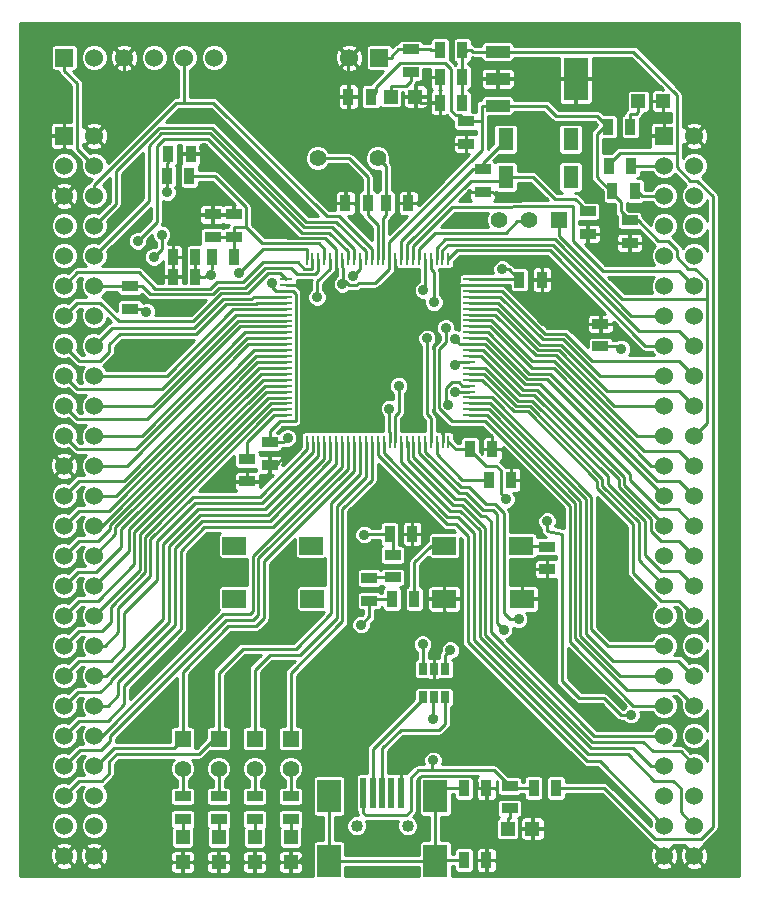
<source format=gtl>
G04 (created by PCBNEW (2013-mar-13)-testing) date Втр 25 Фев 2014 20:18:30*
%MOIN*%
G04 Gerber Fmt 3.4, Leading zero omitted, Abs format*
%FSLAX34Y34*%
G01*
G70*
G90*
G04 APERTURE LIST*
%ADD10C,0.005906*%
%ADD11R,0.055000X0.035000*%
%ADD12R,0.035000X0.055000*%
%ADD13R,0.047200X0.047200*%
%ADD14R,0.055000X0.055000*%
%ADD15C,0.055000*%
%ADD16R,0.060000X0.060000*%
%ADD17C,0.060000*%
%ADD18R,0.040000X0.010000*%
%ADD19R,0.010000X0.040000*%
%ADD20R,0.080000X0.144000*%
%ADD21R,0.080000X0.040000*%
%ADD22C,0.056000*%
%ADD23R,0.051181X0.074803*%
%ADD24R,0.020000X0.100000*%
%ADD25R,0.078740X0.110000*%
%ADD26C,0.040000*%
%ADD27R,0.027559X0.039370*%
%ADD28R,0.078740X0.059055*%
%ADD29C,0.035000*%
%ADD30C,0.010000*%
G04 APERTURE END LIST*
G54D10*
G54D11*
X52100Y-51250D03*
X52100Y-50500D03*
G54D12*
X46725Y-39050D03*
X47475Y-39050D03*
X46125Y-39050D03*
X45375Y-39050D03*
G54D11*
X46175Y-52300D03*
X46175Y-51550D03*
G54D12*
X39625Y-40850D03*
X40375Y-40850D03*
X39625Y-41500D03*
X40375Y-41500D03*
G54D11*
X40950Y-39425D03*
X40950Y-40175D03*
X41650Y-39425D03*
X41650Y-40175D03*
X49400Y-37075D03*
X49400Y-36325D03*
G54D12*
X40225Y-37400D03*
X39475Y-37400D03*
X45475Y-35500D03*
X46225Y-35500D03*
G54D11*
X42850Y-47775D03*
X42850Y-47025D03*
G54D12*
X50275Y-47250D03*
X49525Y-47250D03*
X51925Y-41600D03*
X51175Y-41600D03*
G54D11*
X42100Y-47575D03*
X42100Y-48325D03*
X54850Y-40375D03*
X54850Y-39625D03*
G54D12*
X50150Y-48275D03*
X50900Y-48275D03*
X48525Y-35700D03*
X49275Y-35700D03*
X49275Y-34850D03*
X48525Y-34850D03*
G54D13*
X39950Y-60187D03*
X39950Y-61013D03*
X41150Y-60187D03*
X41150Y-61013D03*
X42350Y-60187D03*
X42350Y-61013D03*
X43550Y-60187D03*
X43550Y-61013D03*
X46887Y-35500D03*
X47713Y-35500D03*
X50787Y-59900D03*
X51613Y-59900D03*
X55137Y-35650D03*
X55963Y-35650D03*
G54D12*
X40175Y-38150D03*
X39425Y-38150D03*
G54D14*
X39950Y-56900D03*
G54D15*
X39950Y-57900D03*
G54D14*
X41150Y-56900D03*
G54D15*
X41150Y-57900D03*
G54D14*
X42350Y-56900D03*
G54D15*
X42350Y-57900D03*
G54D14*
X43550Y-56900D03*
G54D15*
X43550Y-57900D03*
G54D14*
X52500Y-39600D03*
G54D15*
X51500Y-39600D03*
X50500Y-39600D03*
G54D16*
X36000Y-36800D03*
G54D17*
X37000Y-36800D03*
X36000Y-37800D03*
X37000Y-37800D03*
X36000Y-38800D03*
X37000Y-38800D03*
X36000Y-39800D03*
X37000Y-39800D03*
X36000Y-40800D03*
X37000Y-40800D03*
X36000Y-41800D03*
X37000Y-41800D03*
X36000Y-42800D03*
X37000Y-42800D03*
X36000Y-43800D03*
X37000Y-43800D03*
X36000Y-44800D03*
X37000Y-44800D03*
X36000Y-45800D03*
X37000Y-45800D03*
X36000Y-46800D03*
X37000Y-46800D03*
X36000Y-47800D03*
X37000Y-47800D03*
X36000Y-48800D03*
X37000Y-48800D03*
X36000Y-49800D03*
X37000Y-49800D03*
X36000Y-50800D03*
X37000Y-50800D03*
X36000Y-51800D03*
X37000Y-51800D03*
X36000Y-52800D03*
X37000Y-52800D03*
X36000Y-53800D03*
X37000Y-53800D03*
X36000Y-54800D03*
X37000Y-54800D03*
X36000Y-55800D03*
X37000Y-55800D03*
X36000Y-56800D03*
X37000Y-56800D03*
X36000Y-57800D03*
X37000Y-57800D03*
X36000Y-58800D03*
X37000Y-58800D03*
X36000Y-59800D03*
X37000Y-59800D03*
X36000Y-60800D03*
X37000Y-60800D03*
G54D16*
X56000Y-36800D03*
G54D17*
X57000Y-36800D03*
X56000Y-37800D03*
X57000Y-37800D03*
X56000Y-38800D03*
X57000Y-38800D03*
X56000Y-39800D03*
X57000Y-39800D03*
X56000Y-40800D03*
X57000Y-40800D03*
X56000Y-41800D03*
X57000Y-41800D03*
X56000Y-42800D03*
X57000Y-42800D03*
X56000Y-43800D03*
X57000Y-43800D03*
X56000Y-44800D03*
X57000Y-44800D03*
X56000Y-45800D03*
X57000Y-45800D03*
X56000Y-46800D03*
X57000Y-46800D03*
X56000Y-47800D03*
X57000Y-47800D03*
X56000Y-48800D03*
X57000Y-48800D03*
X56000Y-49800D03*
X57000Y-49800D03*
X56000Y-50800D03*
X57000Y-50800D03*
X56000Y-51800D03*
X57000Y-51800D03*
X56000Y-52800D03*
X57000Y-52800D03*
X56000Y-53800D03*
X57000Y-53800D03*
X56000Y-54800D03*
X57000Y-54800D03*
X56000Y-55800D03*
X57000Y-55800D03*
X56000Y-56800D03*
X57000Y-56800D03*
X56000Y-57800D03*
X57000Y-57800D03*
X56000Y-58800D03*
X57000Y-58800D03*
X56000Y-59800D03*
X57000Y-59800D03*
X56000Y-60800D03*
X57000Y-60800D03*
G54D16*
X46500Y-34200D03*
G54D17*
X45500Y-34200D03*
G54D16*
X36000Y-34200D03*
G54D17*
X37000Y-34200D03*
X38000Y-34200D03*
X39000Y-34200D03*
X40000Y-34200D03*
X41000Y-34200D03*
G54D12*
X46850Y-50075D03*
X47600Y-50075D03*
G54D11*
X46950Y-51525D03*
X46950Y-50775D03*
G54D12*
X46925Y-52250D03*
X47675Y-52250D03*
G54D11*
X53875Y-43075D03*
X53875Y-43825D03*
X38200Y-41825D03*
X38200Y-42575D03*
X39950Y-59575D03*
X39950Y-58825D03*
X41150Y-59575D03*
X41150Y-58825D03*
X42350Y-59575D03*
X42350Y-58825D03*
X43550Y-59575D03*
X43550Y-58825D03*
G54D12*
X41675Y-40850D03*
X40925Y-40850D03*
G54D11*
X47550Y-34675D03*
X47550Y-33925D03*
X50850Y-59225D03*
X50850Y-58475D03*
G54D12*
X54875Y-36500D03*
X54125Y-36500D03*
G54D18*
X49500Y-41590D03*
X49500Y-46310D03*
X49500Y-46110D03*
X49500Y-45920D03*
X49500Y-45720D03*
X49500Y-45520D03*
X49500Y-45330D03*
X49500Y-45130D03*
X49500Y-44930D03*
X49500Y-44740D03*
X49500Y-44540D03*
X49500Y-44340D03*
X49500Y-44140D03*
X49500Y-43950D03*
X49500Y-43750D03*
X49500Y-43550D03*
X49500Y-43360D03*
X49500Y-43160D03*
X49500Y-42960D03*
X49500Y-42770D03*
X49500Y-42570D03*
X49500Y-42370D03*
X49500Y-42180D03*
X49500Y-41980D03*
X49500Y-41780D03*
G54D19*
X48810Y-47000D03*
X44090Y-47000D03*
X44290Y-47000D03*
X44480Y-47000D03*
X44680Y-47000D03*
X44880Y-47000D03*
X45070Y-47000D03*
X45270Y-47000D03*
X45470Y-47000D03*
X45660Y-47000D03*
X45860Y-47000D03*
X46060Y-47000D03*
X46260Y-47000D03*
X46450Y-47000D03*
X46650Y-47000D03*
X46850Y-47000D03*
X47040Y-47000D03*
X47240Y-47000D03*
X47440Y-47000D03*
X47630Y-47000D03*
X47830Y-47000D03*
X48030Y-47000D03*
X48220Y-47000D03*
X48420Y-47000D03*
X48620Y-47000D03*
X48810Y-40900D03*
X48610Y-40900D03*
X48420Y-40900D03*
X48220Y-40900D03*
X48020Y-40900D03*
X47830Y-40900D03*
X47630Y-40900D03*
X47430Y-40900D03*
X47240Y-40900D03*
X47040Y-40900D03*
X46840Y-40900D03*
X46640Y-40900D03*
X46450Y-40900D03*
X46250Y-40900D03*
X46050Y-40900D03*
X45860Y-40900D03*
X45660Y-40900D03*
X45460Y-40900D03*
X45270Y-40900D03*
X45070Y-40900D03*
X44870Y-40900D03*
X44680Y-40900D03*
X44480Y-40900D03*
X44280Y-40900D03*
X44090Y-40900D03*
G54D18*
X43400Y-41590D03*
X43400Y-41790D03*
X43400Y-41980D03*
X43400Y-42180D03*
X43400Y-42380D03*
X43400Y-42570D03*
X43400Y-42770D03*
X43400Y-42970D03*
X43400Y-43160D03*
X43400Y-43360D03*
X43400Y-43560D03*
X43400Y-43760D03*
X43400Y-43950D03*
X43400Y-44150D03*
X43400Y-44350D03*
X43400Y-44540D03*
X43400Y-44740D03*
X43400Y-44940D03*
X43400Y-45130D03*
X43400Y-45330D03*
X43400Y-45530D03*
X43400Y-45720D03*
X43400Y-45920D03*
X43400Y-46120D03*
X43400Y-46310D03*
G54D20*
X53050Y-34900D03*
G54D21*
X50450Y-34900D03*
X50450Y-35800D03*
X50450Y-34000D03*
G54D22*
X44450Y-37550D03*
X46450Y-37550D03*
G54D12*
X49325Y-58550D03*
X50075Y-58550D03*
X49325Y-60950D03*
X50075Y-60950D03*
G54D11*
X53450Y-40075D03*
X53450Y-39325D03*
X49950Y-38675D03*
X49950Y-37925D03*
G54D23*
X50717Y-38179D03*
X52882Y-38179D03*
X52882Y-36920D03*
X50717Y-36920D03*
G54D24*
X45970Y-58700D03*
X46285Y-58700D03*
X46600Y-58700D03*
X46914Y-58700D03*
X47229Y-58700D03*
G54D25*
X44828Y-60981D03*
X48371Y-60981D03*
X44828Y-58815D03*
X48371Y-58815D03*
G54D26*
X45750Y-59800D03*
X47450Y-59800D03*
G54D27*
X48699Y-54577D03*
X48325Y-54577D03*
X47950Y-54577D03*
X47950Y-55522D03*
X48325Y-55522D03*
X48699Y-55522D03*
G54D28*
X48670Y-50464D03*
X51229Y-50464D03*
X51268Y-52235D03*
X48670Y-52235D03*
X41670Y-50464D03*
X44229Y-50464D03*
X44268Y-52235D03*
X41670Y-52235D03*
G54D12*
X48525Y-33950D03*
X49275Y-33950D03*
X51650Y-58550D03*
X52400Y-58550D03*
X54275Y-38650D03*
X55025Y-38650D03*
X54150Y-37800D03*
X54900Y-37800D03*
G54D29*
X54575Y-43900D03*
X47950Y-53750D03*
X50650Y-53275D03*
X51150Y-52925D03*
X48875Y-53950D03*
X48101Y-43558D03*
X48719Y-43211D03*
X41823Y-41384D03*
X39250Y-40096D03*
X38985Y-40845D03*
X49034Y-43569D03*
X45616Y-41474D03*
X38453Y-40310D03*
X46845Y-45896D03*
X52100Y-49650D03*
X54900Y-56100D03*
X47150Y-45137D03*
X49039Y-45335D03*
X48808Y-45767D03*
X49039Y-44459D03*
X48326Y-42354D03*
X47975Y-41950D03*
X43450Y-46875D03*
X50725Y-48925D03*
X50600Y-41250D03*
X45900Y-53100D03*
X42935Y-41700D03*
X45272Y-41739D03*
X39425Y-38690D03*
X48300Y-56250D03*
X48300Y-57625D03*
X54150Y-40300D03*
X54650Y-41725D03*
X38025Y-44300D03*
X39550Y-42575D03*
X53300Y-54975D03*
X52525Y-57650D03*
X53850Y-56000D03*
X54200Y-53100D03*
X40550Y-55300D03*
X39100Y-56125D03*
X43900Y-55400D03*
X40550Y-52700D03*
X45550Y-60500D03*
X46700Y-61300D03*
X51450Y-38750D03*
X48900Y-39700D03*
X48900Y-37500D03*
X44500Y-38550D03*
X54150Y-34900D03*
X56500Y-39300D03*
X42857Y-39592D03*
X40050Y-36200D03*
X43200Y-34850D03*
X42400Y-35650D03*
X40600Y-35200D03*
X40664Y-37208D03*
X46000Y-50100D03*
X38743Y-42665D03*
X44439Y-42183D03*
X40900Y-41431D03*
G54D30*
X55430Y-38800D02*
X55252Y-38800D01*
X56000Y-38800D02*
X55430Y-38800D01*
X55252Y-38800D02*
X55102Y-38650D01*
X56000Y-37800D02*
X54925Y-37800D01*
X56150Y-60250D02*
X57224Y-60250D01*
X56430Y-37861D02*
X56430Y-37365D01*
X56430Y-37861D02*
X56868Y-38300D01*
X56868Y-38300D02*
X57114Y-38300D01*
X57114Y-38300D02*
X57624Y-38810D01*
X57624Y-38810D02*
X57624Y-57784D01*
X57624Y-59850D02*
X57624Y-57784D01*
X57224Y-60250D02*
X57624Y-59850D01*
X54723Y-37365D02*
X54531Y-37365D01*
X54531Y-37365D02*
X54097Y-37800D01*
X56430Y-37365D02*
X54723Y-37365D01*
X49275Y-33950D02*
X49427Y-33950D01*
X49427Y-33950D02*
X49580Y-33950D01*
X49275Y-34102D02*
X49275Y-34850D01*
X49427Y-33950D02*
X49275Y-34102D01*
X49275Y-34850D02*
X49275Y-35700D01*
X49630Y-34000D02*
X50450Y-34000D01*
X49580Y-33950D02*
X49630Y-34000D01*
X56430Y-35450D02*
X56430Y-37365D01*
X50450Y-34000D02*
X54979Y-34000D01*
X54979Y-34000D02*
X56430Y-35450D01*
X54004Y-58550D02*
X52425Y-58550D01*
X55704Y-60250D02*
X54004Y-58550D01*
X56171Y-60250D02*
X56150Y-60250D01*
X56150Y-60250D02*
X55704Y-60250D01*
X53875Y-43825D02*
X54500Y-43825D01*
X54500Y-43825D02*
X54575Y-43900D01*
X50369Y-42770D02*
X49500Y-42770D01*
X51725Y-44125D02*
X50369Y-42770D01*
X52413Y-44125D02*
X51725Y-44125D01*
X55087Y-46800D02*
X52413Y-44125D01*
X56000Y-46800D02*
X55087Y-46800D01*
X48699Y-55572D02*
X48699Y-56400D01*
X46600Y-57225D02*
X46600Y-58700D01*
X47225Y-56600D02*
X46600Y-57225D01*
X48500Y-56600D02*
X47225Y-56600D01*
X48699Y-56400D02*
X48500Y-56600D01*
X46285Y-58700D02*
X46285Y-57238D01*
X46285Y-57238D02*
X47950Y-55572D01*
X51229Y-50464D02*
X52064Y-50464D01*
X52064Y-50464D02*
X52100Y-50500D01*
X47675Y-52250D02*
X47675Y-51025D01*
X48235Y-50464D02*
X48670Y-50464D01*
X47675Y-51025D02*
X48235Y-50464D01*
X46250Y-40900D02*
X46250Y-40569D01*
X40000Y-34200D02*
X40000Y-35712D01*
X37000Y-38458D02*
X37000Y-38800D01*
X40000Y-35712D02*
X39746Y-35712D01*
X39746Y-35712D02*
X37000Y-38458D01*
X40979Y-35712D02*
X40000Y-35712D01*
X44756Y-39489D02*
X40979Y-35712D01*
X45169Y-39489D02*
X44756Y-39489D01*
X46250Y-40569D02*
X45169Y-39489D01*
X37769Y-41800D02*
X37794Y-41825D01*
X37000Y-41800D02*
X37769Y-41800D01*
X37997Y-41825D02*
X37794Y-41825D01*
X37997Y-41825D02*
X38200Y-41825D01*
X38200Y-41825D02*
X38605Y-41825D01*
X38865Y-42085D02*
X38605Y-41825D01*
X40949Y-42085D02*
X38865Y-42085D01*
X41165Y-41869D02*
X40949Y-42085D01*
X42046Y-41869D02*
X41165Y-41869D01*
X42709Y-41206D02*
X42046Y-41869D01*
X43568Y-41206D02*
X42709Y-41206D01*
X43772Y-41411D02*
X43568Y-41206D01*
X44375Y-41411D02*
X43772Y-41411D01*
X44480Y-41307D02*
X44375Y-41411D01*
X44480Y-40900D02*
X44480Y-41307D01*
X44280Y-40900D02*
X44280Y-41230D01*
X36439Y-41360D02*
X36000Y-41800D01*
X38502Y-41360D02*
X36439Y-41360D01*
X39046Y-41905D02*
X38502Y-41360D01*
X40875Y-41905D02*
X39046Y-41905D01*
X41091Y-41689D02*
X40875Y-41905D01*
X41972Y-41689D02*
X41091Y-41689D01*
X42634Y-41026D02*
X41972Y-41689D01*
X43782Y-41026D02*
X42634Y-41026D01*
X43986Y-41230D02*
X43782Y-41026D01*
X44280Y-41230D02*
X43986Y-41230D01*
X47630Y-47000D02*
X47630Y-47505D01*
X53675Y-56800D02*
X56000Y-56800D01*
X50225Y-53350D02*
X53675Y-56800D01*
X50225Y-49655D02*
X50225Y-53350D01*
X50044Y-49475D02*
X50225Y-49655D01*
X49900Y-49475D02*
X50044Y-49475D01*
X49327Y-48902D02*
X49900Y-49475D01*
X49027Y-48902D02*
X49327Y-48902D01*
X47630Y-47505D02*
X49027Y-48902D01*
X55940Y-56800D02*
X56000Y-56800D01*
X50425Y-52800D02*
X50425Y-53050D01*
X47830Y-47384D02*
X49160Y-48714D01*
X49160Y-48714D02*
X49414Y-48714D01*
X49414Y-48714D02*
X49975Y-49275D01*
X49975Y-49275D02*
X50294Y-49275D01*
X50294Y-49275D02*
X50425Y-49405D01*
X50425Y-49405D02*
X50425Y-52800D01*
X47830Y-47000D02*
X47830Y-47384D01*
X47950Y-53750D02*
X47950Y-54627D01*
X47950Y-53750D02*
X47950Y-53750D01*
X50425Y-53050D02*
X50650Y-53275D01*
X48699Y-54627D02*
X48699Y-54125D01*
X48030Y-47330D02*
X49225Y-48525D01*
X49225Y-48525D02*
X49500Y-48525D01*
X49500Y-48525D02*
X50050Y-49075D01*
X50050Y-49075D02*
X50350Y-49075D01*
X50350Y-49075D02*
X50650Y-49375D01*
X50650Y-49375D02*
X50650Y-52725D01*
X50650Y-52725D02*
X50850Y-52925D01*
X50850Y-52925D02*
X51150Y-52925D01*
X48030Y-47330D02*
X48030Y-47000D01*
X48699Y-54125D02*
X48875Y-53950D01*
X48101Y-46094D02*
X48101Y-43558D01*
X48220Y-46212D02*
X48101Y-46094D01*
X48220Y-47000D02*
X48220Y-46212D01*
X56000Y-55800D02*
X54975Y-55800D01*
X50030Y-46310D02*
X49500Y-46310D01*
X52850Y-49129D02*
X50030Y-46310D01*
X52850Y-53675D02*
X52850Y-49129D01*
X54975Y-55800D02*
X52850Y-53675D01*
X48916Y-46310D02*
X49500Y-46310D01*
X48499Y-45892D02*
X48916Y-46310D01*
X48499Y-43915D02*
X48499Y-45892D01*
X48719Y-43694D02*
X48499Y-43915D01*
X48719Y-43211D02*
X48719Y-43694D01*
X49500Y-46110D02*
X50085Y-46110D01*
X56475Y-55275D02*
X57000Y-55800D01*
X54750Y-55275D02*
X56475Y-55275D01*
X53030Y-53555D02*
X54750Y-55275D01*
X53030Y-49054D02*
X53030Y-53555D01*
X50085Y-46110D02*
X53030Y-49054D01*
X39250Y-40580D02*
X38985Y-40845D01*
X39250Y-40096D02*
X39250Y-40580D01*
X44090Y-40900D02*
X44090Y-40569D01*
X42637Y-40569D02*
X41823Y-41384D01*
X44090Y-40569D02*
X42637Y-40569D01*
X39550Y-42990D02*
X40299Y-42990D01*
X43197Y-41387D02*
X43400Y-41590D01*
X43197Y-41387D02*
X42794Y-41387D01*
X42794Y-41387D02*
X42133Y-42049D01*
X42133Y-42049D02*
X41240Y-42049D01*
X41240Y-42049D02*
X40570Y-42719D01*
X40299Y-42990D02*
X40570Y-42719D01*
X36437Y-42362D02*
X36000Y-42800D01*
X37196Y-42362D02*
X36437Y-42362D01*
X37824Y-42990D02*
X37196Y-42362D01*
X39575Y-42990D02*
X39550Y-42990D01*
X39550Y-42990D02*
X37824Y-42990D01*
X41314Y-42229D02*
X41314Y-42229D01*
X43400Y-42180D02*
X42305Y-42180D01*
X42305Y-42180D02*
X42255Y-42229D01*
X42255Y-42229D02*
X41314Y-42229D01*
X37600Y-43200D02*
X37000Y-43800D01*
X40344Y-43200D02*
X37600Y-43200D01*
X41314Y-42229D02*
X40344Y-43200D01*
X41400Y-42409D02*
X41389Y-42409D01*
X41389Y-42409D02*
X40399Y-43400D01*
X36500Y-44300D02*
X36000Y-43800D01*
X37200Y-44300D02*
X36500Y-44300D01*
X37500Y-44000D02*
X37200Y-44300D01*
X37500Y-43750D02*
X37500Y-44000D01*
X37850Y-43400D02*
X37500Y-43750D01*
X40399Y-43400D02*
X37850Y-43400D01*
X42392Y-42409D02*
X41400Y-42409D01*
X42422Y-42380D02*
X42392Y-42409D01*
X43400Y-42380D02*
X42422Y-42380D01*
X43400Y-42570D02*
X43069Y-42570D01*
X39426Y-44800D02*
X37000Y-44800D01*
X41636Y-42589D02*
X39426Y-44800D01*
X43050Y-42589D02*
X41636Y-42589D01*
X43069Y-42570D02*
X43050Y-42589D01*
X36437Y-45237D02*
X36000Y-44800D01*
X39264Y-45237D02*
X36437Y-45237D01*
X41732Y-42770D02*
X39264Y-45237D01*
X43069Y-42770D02*
X41732Y-42770D01*
X43069Y-42770D02*
X43069Y-42770D01*
X43400Y-42770D02*
X43069Y-42770D01*
X47240Y-47000D02*
X47240Y-47665D01*
X55550Y-57800D02*
X56000Y-57800D01*
X54975Y-57225D02*
X55550Y-57800D01*
X53550Y-57225D02*
X54975Y-57225D01*
X49850Y-53525D02*
X53550Y-57225D01*
X49850Y-49950D02*
X49850Y-53525D01*
X49200Y-49300D02*
X49850Y-49950D01*
X48875Y-49300D02*
X49200Y-49300D01*
X47240Y-47665D02*
X48875Y-49300D01*
X57000Y-57800D02*
X57000Y-57775D01*
X47449Y-47000D02*
X47440Y-47000D01*
X47449Y-47599D02*
X47449Y-47000D01*
X48950Y-49100D02*
X47449Y-47599D01*
X49270Y-49100D02*
X48950Y-49100D01*
X50044Y-49874D02*
X49270Y-49100D01*
X50044Y-53444D02*
X50044Y-49874D01*
X53600Y-57000D02*
X50044Y-53444D01*
X55300Y-57000D02*
X53600Y-57000D01*
X55625Y-57325D02*
X55300Y-57000D01*
X56550Y-57325D02*
X55625Y-57325D01*
X57000Y-57775D02*
X56550Y-57325D01*
X42033Y-43360D02*
X43400Y-43360D01*
X38593Y-46800D02*
X42033Y-43360D01*
X37000Y-46800D02*
X38593Y-46800D01*
X42088Y-43560D02*
X43400Y-43560D01*
X38411Y-47237D02*
X42088Y-43560D01*
X36437Y-47237D02*
X38411Y-47237D01*
X36000Y-46800D02*
X36437Y-47237D01*
X42886Y-45720D02*
X43069Y-45720D01*
X38517Y-50089D02*
X42886Y-45720D01*
X38517Y-51282D02*
X38517Y-50089D01*
X37000Y-52800D02*
X38517Y-51282D01*
X43400Y-45720D02*
X43069Y-45720D01*
X43400Y-45920D02*
X42941Y-45920D01*
X36500Y-53300D02*
X36000Y-53800D01*
X37250Y-53300D02*
X36500Y-53300D01*
X37550Y-53000D02*
X37250Y-53300D01*
X37550Y-52504D02*
X37550Y-53000D01*
X38697Y-51357D02*
X37550Y-52504D01*
X38697Y-50164D02*
X38697Y-51357D01*
X42941Y-45920D02*
X38697Y-50164D01*
X44090Y-47000D02*
X44090Y-47260D01*
X37350Y-53800D02*
X37000Y-53800D01*
X37800Y-53350D02*
X37350Y-53800D01*
X37800Y-52550D02*
X37800Y-53350D01*
X38877Y-51472D02*
X37800Y-52550D01*
X38877Y-50238D02*
X38877Y-51472D01*
X40282Y-48832D02*
X38877Y-50238D01*
X42517Y-48832D02*
X40282Y-48832D01*
X44090Y-47260D02*
X42517Y-48832D01*
X44290Y-47000D02*
X44290Y-47360D01*
X36500Y-54300D02*
X36000Y-54800D01*
X37550Y-54300D02*
X36500Y-54300D01*
X38000Y-53850D02*
X37550Y-54300D01*
X38000Y-52700D02*
X38000Y-53850D01*
X39100Y-51600D02*
X38000Y-52700D01*
X39100Y-50300D02*
X39100Y-51600D01*
X40364Y-49035D02*
X39100Y-50300D01*
X42614Y-49035D02*
X40364Y-49035D01*
X44290Y-47360D02*
X42614Y-49035D01*
X44480Y-47000D02*
X44480Y-47470D01*
X37400Y-54800D02*
X37000Y-54800D01*
X39300Y-52900D02*
X37400Y-54800D01*
X39300Y-50400D02*
X39300Y-52900D01*
X40450Y-49250D02*
X39300Y-50400D01*
X42700Y-49250D02*
X40450Y-49250D01*
X44480Y-47470D02*
X42700Y-49250D01*
X44680Y-47000D02*
X44680Y-47570D01*
X36450Y-55350D02*
X36000Y-55800D01*
X37200Y-55350D02*
X36450Y-55350D01*
X37550Y-55000D02*
X37200Y-55350D01*
X37550Y-54950D02*
X37550Y-55000D01*
X39500Y-53000D02*
X37550Y-54950D01*
X39500Y-50480D02*
X39500Y-53000D01*
X40530Y-49450D02*
X39500Y-50480D01*
X42800Y-49450D02*
X40530Y-49450D01*
X44680Y-47570D02*
X42800Y-49450D01*
X42143Y-43760D02*
X43400Y-43760D01*
X38103Y-47800D02*
X42143Y-43760D01*
X37000Y-47800D02*
X38103Y-47800D01*
X49500Y-43750D02*
X49830Y-43750D01*
X49169Y-43704D02*
X49034Y-43569D01*
X49169Y-43750D02*
X49169Y-43704D01*
X49500Y-43750D02*
X49169Y-43750D01*
X50017Y-43750D02*
X49830Y-43750D01*
X51357Y-45090D02*
X50017Y-43750D01*
X51867Y-45090D02*
X51357Y-45090D01*
X54848Y-48071D02*
X51867Y-45090D01*
X54848Y-48262D02*
X54848Y-48071D01*
X55834Y-49248D02*
X54848Y-48262D01*
X56448Y-49248D02*
X55834Y-49248D01*
X57000Y-49800D02*
X56448Y-49248D01*
X50072Y-43550D02*
X49500Y-43550D01*
X51431Y-44909D02*
X50072Y-43550D01*
X52109Y-44909D02*
X51431Y-44909D01*
X56000Y-48800D02*
X52109Y-44909D01*
X50136Y-43360D02*
X49500Y-43360D01*
X51506Y-44729D02*
X50136Y-43360D01*
X52207Y-44729D02*
X51506Y-44729D01*
X55777Y-48300D02*
X52207Y-44729D01*
X56500Y-48300D02*
X55777Y-48300D01*
X57000Y-48800D02*
X56500Y-48300D01*
X50191Y-43160D02*
X49500Y-43160D01*
X51581Y-44549D02*
X50191Y-43160D01*
X52327Y-44549D02*
X51581Y-44549D01*
X55578Y-47800D02*
X52327Y-44549D01*
X56000Y-47800D02*
X55578Y-47800D01*
X49500Y-42960D02*
X49830Y-42960D01*
X50246Y-42960D02*
X49830Y-42960D01*
X51592Y-44305D02*
X50246Y-42960D01*
X52338Y-44305D02*
X51592Y-44305D01*
X55332Y-47300D02*
X52338Y-44305D01*
X56500Y-47300D02*
X55332Y-47300D01*
X57000Y-47800D02*
X56500Y-47300D01*
X49500Y-42570D02*
X49830Y-42570D01*
X50424Y-42570D02*
X49830Y-42570D01*
X51799Y-43945D02*
X50424Y-42570D01*
X52487Y-43945D02*
X51799Y-43945D01*
X54342Y-45800D02*
X52487Y-43945D01*
X56000Y-45800D02*
X54342Y-45800D01*
X50478Y-42370D02*
X49500Y-42370D01*
X51874Y-43765D02*
X50478Y-42370D01*
X52562Y-43765D02*
X51874Y-43765D01*
X54097Y-45300D02*
X52562Y-43765D01*
X56500Y-45300D02*
X54097Y-45300D01*
X57000Y-45800D02*
X56500Y-45300D01*
X37717Y-39082D02*
X37000Y-39800D01*
X37717Y-37995D02*
X37717Y-39082D01*
X39170Y-36542D02*
X37717Y-37995D01*
X40940Y-36542D02*
X39170Y-36542D01*
X44066Y-39669D02*
X40940Y-36542D01*
X45066Y-39669D02*
X44066Y-39669D01*
X46050Y-40652D02*
X45066Y-39669D01*
X46050Y-40900D02*
X46050Y-40652D01*
X45860Y-41230D02*
X45616Y-41474D01*
X45860Y-40900D02*
X45860Y-41230D01*
X49500Y-45920D02*
X50149Y-45920D01*
X54529Y-54800D02*
X56000Y-54800D01*
X53210Y-53480D02*
X54529Y-54800D01*
X53210Y-48980D02*
X53210Y-53480D01*
X50149Y-45920D02*
X53210Y-48980D01*
X49500Y-45720D02*
X50204Y-45720D01*
X56975Y-54800D02*
X57000Y-54800D01*
X56475Y-54300D02*
X56975Y-54800D01*
X54284Y-54300D02*
X56475Y-54300D01*
X53390Y-53405D02*
X54284Y-54300D01*
X53390Y-48905D02*
X53390Y-53405D01*
X50204Y-45720D02*
X53390Y-48905D01*
X49500Y-45520D02*
X50258Y-45520D01*
X54125Y-53800D02*
X56000Y-53800D01*
X53570Y-53245D02*
X54125Y-53800D01*
X53570Y-48831D02*
X53570Y-53245D01*
X50258Y-45520D02*
X53570Y-48831D01*
X47630Y-40900D02*
X47630Y-40489D01*
X56500Y-41300D02*
X57000Y-41800D01*
X53950Y-41300D02*
X56500Y-41300D01*
X52950Y-40300D02*
X53950Y-41300D01*
X52950Y-39150D02*
X52950Y-40300D01*
X47630Y-40489D02*
X48944Y-39174D01*
X48944Y-39174D02*
X52950Y-39150D01*
X45660Y-40900D02*
X45660Y-40569D01*
X38831Y-38968D02*
X37000Y-40800D01*
X38831Y-37136D02*
X38831Y-38968D01*
X39245Y-36722D02*
X38831Y-37136D01*
X40865Y-36722D02*
X39245Y-36722D01*
X43991Y-39849D02*
X40865Y-36722D01*
X44939Y-39849D02*
X43991Y-39849D01*
X45660Y-40569D02*
X44939Y-39849D01*
X39085Y-39678D02*
X38453Y-40310D01*
X39085Y-37137D02*
X39085Y-39678D01*
X39319Y-36903D02*
X39085Y-37137D01*
X40790Y-36903D02*
X39319Y-36903D01*
X43917Y-40029D02*
X40790Y-36903D01*
X44838Y-40029D02*
X43917Y-40029D01*
X45460Y-40651D02*
X44838Y-40029D01*
X45460Y-40900D02*
X45460Y-40651D01*
X43400Y-42970D02*
X43069Y-42970D01*
X41787Y-42970D02*
X43069Y-42970D01*
X38957Y-45800D02*
X41787Y-42970D01*
X37000Y-45800D02*
X38957Y-45800D01*
X41851Y-43160D02*
X43400Y-43160D01*
X38774Y-46237D02*
X41851Y-43160D01*
X36437Y-46237D02*
X38774Y-46237D01*
X36000Y-45800D02*
X36437Y-46237D01*
X46450Y-47000D02*
X46450Y-47450D01*
X53850Y-57650D02*
X56000Y-59800D01*
X53425Y-57650D02*
X53850Y-57650D01*
X49450Y-53675D02*
X53425Y-57650D01*
X49450Y-50150D02*
X49450Y-53675D01*
X49050Y-49750D02*
X49450Y-50150D01*
X48750Y-49750D02*
X49050Y-49750D01*
X46450Y-47450D02*
X48750Y-49750D01*
X46650Y-47000D02*
X46650Y-47375D01*
X56550Y-59350D02*
X57000Y-59800D01*
X56550Y-58550D02*
X56550Y-59350D01*
X56300Y-58300D02*
X56550Y-58550D01*
X55675Y-58300D02*
X56300Y-58300D01*
X54800Y-57425D02*
X55675Y-58300D01*
X53475Y-57425D02*
X54800Y-57425D01*
X49650Y-53600D02*
X53475Y-57425D01*
X49650Y-50030D02*
X49650Y-53600D01*
X49119Y-49500D02*
X49650Y-50030D01*
X48775Y-49500D02*
X49119Y-49500D01*
X46650Y-47375D02*
X48775Y-49500D01*
X54900Y-56100D02*
X54550Y-56100D01*
X52100Y-49975D02*
X52599Y-50074D01*
X52599Y-50074D02*
X52588Y-52913D01*
X46845Y-46664D02*
X46845Y-45896D01*
X46850Y-46669D02*
X46845Y-46664D01*
X46850Y-46669D02*
X46850Y-47000D01*
X52100Y-49650D02*
X52100Y-49975D01*
X52588Y-54963D02*
X52588Y-52913D01*
X53175Y-55550D02*
X52588Y-54963D01*
X54000Y-55550D02*
X53175Y-55550D01*
X54550Y-56100D02*
X54000Y-55550D01*
X54748Y-56100D02*
X54900Y-56100D01*
X47150Y-46023D02*
X47150Y-45137D01*
X47040Y-46133D02*
X47150Y-46023D01*
X47040Y-47000D02*
X47040Y-46133D01*
X49045Y-45330D02*
X49039Y-45335D01*
X49500Y-45330D02*
X49045Y-45330D01*
X48731Y-45690D02*
X48808Y-45767D01*
X48731Y-45208D02*
X48731Y-45690D01*
X48920Y-45020D02*
X48731Y-45208D01*
X49156Y-45020D02*
X48920Y-45020D01*
X49266Y-45130D02*
X49156Y-45020D01*
X49500Y-45130D02*
X49266Y-45130D01*
X37000Y-56800D02*
X37250Y-56800D01*
X45270Y-47830D02*
X45270Y-47000D01*
X42300Y-50800D02*
X45270Y-47830D01*
X42300Y-52650D02*
X42300Y-50800D01*
X42200Y-52750D02*
X42300Y-52650D01*
X41300Y-52750D02*
X42200Y-52750D01*
X37250Y-56800D02*
X41300Y-52750D01*
X45470Y-47000D02*
X45470Y-47905D01*
X36525Y-57275D02*
X36000Y-57800D01*
X37225Y-57275D02*
X36525Y-57275D01*
X37525Y-56975D02*
X37225Y-57275D01*
X37525Y-56825D02*
X37525Y-56975D01*
X41400Y-52950D02*
X37525Y-56825D01*
X42300Y-52950D02*
X41400Y-52950D01*
X42480Y-52769D02*
X42300Y-52950D01*
X42480Y-50894D02*
X42480Y-52769D01*
X45470Y-47905D02*
X42480Y-50894D01*
X45660Y-47000D02*
X45660Y-47990D01*
X39950Y-54675D02*
X39950Y-56900D01*
X41475Y-53150D02*
X39950Y-54675D01*
X42400Y-53150D02*
X41475Y-53150D01*
X42660Y-52889D02*
X42400Y-53150D01*
X42660Y-50989D02*
X42660Y-52889D01*
X45660Y-47990D02*
X42660Y-50989D01*
X37000Y-57800D02*
X37050Y-57800D01*
X39650Y-57200D02*
X39950Y-56900D01*
X37650Y-57200D02*
X39650Y-57200D01*
X37050Y-57800D02*
X37650Y-57200D01*
X45860Y-47000D02*
X45860Y-48090D01*
X41150Y-54700D02*
X41150Y-56900D01*
X41950Y-53900D02*
X41150Y-54700D01*
X43725Y-53900D02*
X41950Y-53900D01*
X44900Y-52725D02*
X43725Y-53900D01*
X44900Y-49050D02*
X44900Y-52725D01*
X45860Y-48090D02*
X44900Y-49050D01*
X41150Y-56900D02*
X41000Y-56900D01*
X36500Y-58300D02*
X36000Y-58800D01*
X37250Y-58300D02*
X36500Y-58300D01*
X37500Y-58050D02*
X37250Y-58300D01*
X37500Y-57650D02*
X37500Y-58050D01*
X37750Y-57400D02*
X37500Y-57650D01*
X40500Y-57400D02*
X37750Y-57400D01*
X41000Y-56900D02*
X40500Y-57400D01*
X46060Y-47000D02*
X46060Y-48170D01*
X42350Y-54600D02*
X42350Y-56900D01*
X42850Y-54100D02*
X42350Y-54600D01*
X43875Y-54100D02*
X42850Y-54100D01*
X45100Y-52875D02*
X43875Y-54100D01*
X45100Y-49130D02*
X45100Y-52875D01*
X46060Y-48170D02*
X45100Y-49130D01*
X46260Y-47000D02*
X46260Y-48265D01*
X43550Y-54725D02*
X43550Y-56900D01*
X45280Y-52994D02*
X43550Y-54725D01*
X45280Y-49244D02*
X45280Y-52994D01*
X46260Y-48265D02*
X45280Y-49244D01*
X49923Y-44930D02*
X49500Y-44930D01*
X50984Y-45990D02*
X49923Y-44930D01*
X51453Y-45990D02*
X50984Y-45990D01*
X53767Y-48304D02*
X51453Y-45990D01*
X53767Y-48550D02*
X53767Y-48304D01*
X54971Y-49754D02*
X53767Y-48550D01*
X54971Y-51386D02*
X54971Y-49754D01*
X55884Y-52300D02*
X54971Y-51386D01*
X56500Y-52300D02*
X55884Y-52300D01*
X57000Y-52800D02*
X56500Y-52300D01*
X49500Y-44740D02*
X49830Y-44740D01*
X49988Y-44740D02*
X49830Y-44740D01*
X51058Y-45810D02*
X49988Y-44740D01*
X51527Y-45810D02*
X51058Y-45810D01*
X53947Y-48230D02*
X51527Y-45810D01*
X53947Y-48475D02*
X53947Y-48230D01*
X55151Y-49679D02*
X53947Y-48475D01*
X55151Y-50951D02*
X55151Y-49679D01*
X56000Y-51800D02*
X55151Y-50951D01*
X50043Y-44540D02*
X49500Y-44540D01*
X51133Y-45630D02*
X50043Y-44540D01*
X51602Y-45630D02*
X51133Y-45630D01*
X54127Y-48155D02*
X51602Y-45630D01*
X54127Y-48401D02*
X54127Y-48155D01*
X55379Y-49652D02*
X54127Y-48401D01*
X55379Y-50787D02*
X55379Y-49652D01*
X55891Y-51300D02*
X55379Y-50787D01*
X56500Y-51300D02*
X55891Y-51300D01*
X57000Y-51800D02*
X56500Y-51300D01*
X49158Y-44340D02*
X49039Y-44459D01*
X49500Y-44340D02*
X49158Y-44340D01*
X49897Y-44140D02*
X49500Y-44140D01*
X51208Y-45450D02*
X49897Y-44140D01*
X51677Y-45450D02*
X51208Y-45450D01*
X54487Y-48261D02*
X51677Y-45450D01*
X54487Y-48506D02*
X54487Y-48261D01*
X55559Y-49578D02*
X54487Y-48506D01*
X55559Y-49977D02*
X55559Y-49578D01*
X55882Y-50300D02*
X55559Y-49977D01*
X56500Y-50300D02*
X55882Y-50300D01*
X57000Y-50800D02*
X56500Y-50300D01*
X49962Y-43950D02*
X49500Y-43950D01*
X51282Y-45270D02*
X49962Y-43950D01*
X51751Y-45270D02*
X51282Y-45270D01*
X54668Y-48186D02*
X51751Y-45270D01*
X54668Y-48432D02*
X54668Y-48186D01*
X56000Y-49764D02*
X54668Y-48432D01*
X56000Y-49800D02*
X56000Y-49764D01*
X44880Y-47000D02*
X44880Y-47624D01*
X37450Y-55800D02*
X37000Y-55800D01*
X37800Y-55450D02*
X37450Y-55800D01*
X37800Y-55000D02*
X37800Y-55450D01*
X39700Y-53100D02*
X37800Y-55000D01*
X39700Y-50550D02*
X39700Y-53100D01*
X40600Y-49650D02*
X39700Y-50550D01*
X42854Y-49650D02*
X40600Y-49650D01*
X44880Y-47624D02*
X42854Y-49650D01*
X45070Y-47000D02*
X45070Y-47730D01*
X36500Y-56300D02*
X36000Y-56800D01*
X37450Y-56300D02*
X36500Y-56300D01*
X38000Y-55750D02*
X37450Y-56300D01*
X38000Y-55150D02*
X38000Y-55750D01*
X39900Y-53250D02*
X38000Y-55150D01*
X39900Y-50630D02*
X39900Y-53250D01*
X40680Y-49850D02*
X39900Y-50630D01*
X42950Y-49850D02*
X40680Y-49850D01*
X45070Y-47730D02*
X42950Y-49850D01*
X50543Y-42180D02*
X49500Y-42180D01*
X51949Y-43585D02*
X50543Y-42180D01*
X52637Y-43585D02*
X51949Y-43585D01*
X53851Y-44800D02*
X52637Y-43585D01*
X56000Y-44800D02*
X53851Y-44800D01*
X49500Y-41980D02*
X49830Y-41980D01*
X50598Y-41980D02*
X49830Y-41980D01*
X52023Y-43405D02*
X50598Y-41980D01*
X52711Y-43405D02*
X52023Y-43405D01*
X53606Y-44300D02*
X52711Y-43405D01*
X56500Y-44300D02*
X53606Y-44300D01*
X57000Y-44800D02*
X56500Y-44300D01*
X42509Y-44540D02*
X43400Y-44540D01*
X37249Y-49800D02*
X42509Y-44540D01*
X37000Y-49800D02*
X37249Y-49800D01*
X43400Y-44740D02*
X43069Y-44740D01*
X42564Y-44740D02*
X43069Y-44740D01*
X37519Y-49785D02*
X42564Y-44740D01*
X37519Y-49909D02*
X37519Y-49785D01*
X37128Y-50300D02*
X37519Y-49909D01*
X36500Y-50300D02*
X37128Y-50300D01*
X36000Y-50800D02*
X36500Y-50300D01*
X42619Y-44940D02*
X43400Y-44940D01*
X37713Y-49845D02*
X42619Y-44940D01*
X37713Y-50086D02*
X37713Y-49845D01*
X37000Y-50800D02*
X37713Y-50086D01*
X43400Y-45130D02*
X43069Y-45130D01*
X42683Y-45130D02*
X43069Y-45130D01*
X37897Y-49915D02*
X42683Y-45130D01*
X37897Y-50516D02*
X37897Y-49915D01*
X37070Y-51343D02*
X37897Y-50516D01*
X36456Y-51343D02*
X37070Y-51343D01*
X36000Y-51800D02*
X36456Y-51343D01*
X42738Y-45330D02*
X43400Y-45330D01*
X38156Y-49911D02*
X42738Y-45330D01*
X38156Y-50643D02*
X38156Y-49911D01*
X37000Y-51800D02*
X38156Y-50643D01*
X42810Y-45530D02*
X43400Y-45530D01*
X38336Y-50004D02*
X42810Y-45530D01*
X38336Y-51078D02*
X38336Y-50004D01*
X37115Y-52300D02*
X38336Y-51078D01*
X36500Y-52300D02*
X37115Y-52300D01*
X36000Y-52800D02*
X36500Y-52300D01*
X56000Y-43800D02*
X55375Y-43800D01*
X49099Y-40610D02*
X48810Y-40900D01*
X52185Y-40610D02*
X49099Y-40610D01*
X55375Y-43800D02*
X52185Y-40610D01*
X55900Y-43700D02*
X56000Y-43800D01*
X48610Y-40900D02*
X48610Y-40620D01*
X56500Y-43300D02*
X57000Y-43800D01*
X55154Y-43300D02*
X56500Y-43300D01*
X52284Y-40430D02*
X55154Y-43300D01*
X48800Y-40430D02*
X52284Y-40430D01*
X48610Y-40620D02*
X48800Y-40430D01*
X48420Y-40900D02*
X48420Y-40539D01*
X54909Y-42800D02*
X56000Y-42800D01*
X52359Y-40250D02*
X54909Y-42800D01*
X48709Y-40250D02*
X52359Y-40250D01*
X48420Y-40539D02*
X48709Y-40250D01*
X48220Y-40900D02*
X48220Y-41230D01*
X48326Y-41336D02*
X48326Y-42354D01*
X48220Y-41230D02*
X48326Y-41336D01*
X48020Y-40900D02*
X48020Y-41905D01*
X48020Y-41905D02*
X47975Y-41950D01*
X43400Y-43950D02*
X43069Y-43950D01*
X42335Y-43950D02*
X43069Y-43950D01*
X37985Y-48300D02*
X42335Y-43950D01*
X36500Y-48300D02*
X37985Y-48300D01*
X36000Y-48800D02*
X36500Y-48300D01*
X42390Y-44150D02*
X43400Y-44150D01*
X37740Y-48800D02*
X42390Y-44150D01*
X37000Y-48800D02*
X37740Y-48800D01*
X42444Y-44350D02*
X43400Y-44350D01*
X37494Y-49300D02*
X42444Y-44350D01*
X36500Y-49300D02*
X37494Y-49300D01*
X36000Y-49800D02*
X36500Y-49300D01*
X42850Y-47025D02*
X43300Y-47025D01*
X43300Y-47025D02*
X43450Y-46875D01*
X49525Y-47250D02*
X49525Y-47275D01*
X49525Y-47275D02*
X50050Y-47800D01*
X50050Y-47800D02*
X50400Y-47800D01*
X50400Y-47800D02*
X50550Y-47950D01*
X50550Y-47950D02*
X50550Y-48725D01*
X50550Y-48725D02*
X50725Y-48900D01*
X50725Y-48900D02*
X50725Y-48925D01*
X43400Y-46310D02*
X43190Y-46310D01*
X42850Y-46650D02*
X42850Y-47025D01*
X43190Y-46310D02*
X42850Y-46650D01*
X50600Y-41250D02*
X50825Y-41250D01*
X50825Y-41250D02*
X51175Y-41600D01*
X49500Y-41590D02*
X51165Y-41590D01*
X51165Y-41590D02*
X51175Y-41600D01*
X49525Y-47250D02*
X49060Y-47250D01*
X49060Y-47250D02*
X48810Y-47000D01*
X46175Y-52300D02*
X46175Y-52825D01*
X46175Y-52825D02*
X45900Y-53100D01*
X46925Y-52250D02*
X46225Y-52250D01*
X46225Y-52250D02*
X46175Y-52300D01*
X50450Y-35800D02*
X52050Y-35800D01*
X53775Y-36150D02*
X54125Y-36500D01*
X52400Y-36150D02*
X53775Y-36150D01*
X52050Y-35800D02*
X52400Y-36150D01*
X54125Y-36500D02*
X54000Y-36500D01*
X54000Y-36500D02*
X53750Y-36750D01*
X53750Y-36750D02*
X53750Y-38175D01*
X53750Y-38175D02*
X54175Y-38600D01*
X55875Y-40300D02*
X55800Y-40300D01*
X57434Y-42236D02*
X57434Y-41625D01*
X57434Y-41625D02*
X57039Y-41230D01*
X57039Y-41230D02*
X56798Y-41230D01*
X56798Y-41230D02*
X56430Y-40861D01*
X56430Y-40861D02*
X56430Y-40598D01*
X56430Y-40598D02*
X56131Y-40300D01*
X56131Y-40300D02*
X55875Y-40300D01*
X55125Y-39625D02*
X54850Y-39625D01*
X55800Y-40300D02*
X55125Y-39625D01*
X54175Y-38600D02*
X54175Y-38625D01*
X54175Y-38625D02*
X54550Y-39000D01*
X54550Y-39000D02*
X54550Y-39325D01*
X54550Y-39325D02*
X54850Y-39625D01*
X55790Y-42236D02*
X54600Y-42236D01*
X54600Y-42236D02*
X52500Y-40136D01*
X52500Y-40136D02*
X52500Y-39600D01*
X57434Y-42236D02*
X55790Y-42236D01*
X49054Y-36122D02*
X49197Y-36122D01*
X48900Y-35968D02*
X49054Y-36122D01*
X48900Y-34587D02*
X48900Y-35968D01*
X48682Y-34369D02*
X48900Y-34587D01*
X47201Y-34369D02*
X48682Y-34369D01*
X46385Y-35185D02*
X47201Y-34369D01*
X49197Y-36122D02*
X49400Y-36325D01*
X49400Y-36325D02*
X49919Y-36325D01*
X49919Y-36325D02*
X49900Y-36305D01*
X49900Y-36305D02*
X49900Y-36300D01*
X49900Y-36300D02*
X49919Y-36300D01*
X46385Y-35185D02*
X46385Y-35339D01*
X46385Y-35339D02*
X46225Y-35500D01*
X46925Y-52250D02*
X46925Y-52250D01*
X50450Y-35800D02*
X49919Y-35800D01*
X45270Y-40900D02*
X45270Y-41185D01*
X43400Y-46310D02*
X43730Y-46310D01*
X43730Y-42062D02*
X43730Y-46310D01*
X43647Y-41980D02*
X43730Y-42062D01*
X43400Y-41980D02*
X43647Y-41980D01*
X39475Y-37694D02*
X39475Y-37400D01*
X39425Y-37744D02*
X39475Y-37694D01*
X39425Y-38150D02*
X39425Y-37744D01*
X43400Y-41980D02*
X43069Y-41980D01*
X57434Y-46365D02*
X57434Y-42236D01*
X57000Y-46800D02*
X57434Y-46365D01*
X46840Y-40359D02*
X46840Y-40900D01*
X42935Y-41845D02*
X42935Y-41700D01*
X43069Y-41980D02*
X42935Y-41845D01*
X46840Y-40900D02*
X46840Y-41230D01*
X45361Y-41651D02*
X45272Y-41739D01*
X45310Y-41600D02*
X45361Y-41651D01*
X45310Y-41225D02*
X45310Y-41600D01*
X45270Y-41185D02*
X45310Y-41225D01*
X46366Y-41704D02*
X46840Y-41230D01*
X45817Y-41704D02*
X46366Y-41704D01*
X45742Y-41779D02*
X45817Y-41704D01*
X45489Y-41779D02*
X45742Y-41779D01*
X45361Y-41651D02*
X45489Y-41779D01*
X36430Y-35060D02*
X36000Y-34630D01*
X36430Y-37230D02*
X36430Y-35060D01*
X37000Y-37800D02*
X36430Y-37230D01*
X36000Y-34200D02*
X36000Y-34630D01*
X39425Y-38150D02*
X39425Y-38690D01*
X49919Y-35800D02*
X49919Y-36122D01*
X46382Y-35188D02*
X46385Y-35185D01*
X49919Y-37279D02*
X46840Y-40359D01*
X49919Y-36850D02*
X49919Y-37279D01*
X49919Y-36122D02*
X49919Y-36300D01*
X49919Y-36300D02*
X49919Y-36850D01*
X51572Y-58550D02*
X50925Y-58550D01*
X50925Y-58550D02*
X50850Y-58475D01*
X48275Y-57650D02*
X48275Y-57950D01*
X48300Y-57625D02*
X48275Y-57650D01*
X48300Y-56250D02*
X48300Y-55597D01*
X48300Y-55597D02*
X48325Y-55572D01*
X48400Y-56150D02*
X48300Y-56250D01*
X47950Y-57950D02*
X47800Y-57950D01*
X47800Y-57950D02*
X47550Y-58200D01*
X47550Y-58200D02*
X47550Y-59300D01*
X47550Y-59300D02*
X47400Y-59450D01*
X47400Y-59450D02*
X46050Y-59450D01*
X46050Y-59450D02*
X45970Y-59370D01*
X45970Y-59370D02*
X45970Y-58700D01*
X47950Y-57950D02*
X48275Y-57950D01*
X48275Y-57950D02*
X49600Y-57950D01*
X50850Y-58474D02*
X50325Y-57950D01*
X49600Y-57950D02*
X50325Y-57950D01*
X50850Y-58474D02*
X50850Y-58475D01*
X53925Y-40075D02*
X54150Y-40300D01*
X53450Y-40075D02*
X53925Y-40075D01*
X51613Y-59537D02*
X52050Y-59100D01*
X52050Y-59100D02*
X52050Y-58100D01*
X52050Y-58100D02*
X52525Y-57650D01*
X51613Y-59900D02*
X51613Y-59537D01*
X43787Y-61013D02*
X43550Y-61013D01*
X44150Y-55650D02*
X43900Y-55400D01*
X44150Y-60650D02*
X44150Y-55650D01*
X43787Y-61013D02*
X44150Y-60650D01*
X42850Y-47775D02*
X43050Y-47775D01*
X43800Y-46800D02*
X43910Y-46689D01*
X43800Y-47025D02*
X43800Y-46800D01*
X43050Y-47775D02*
X43800Y-47025D01*
X48620Y-46648D02*
X50048Y-46648D01*
X50275Y-46875D02*
X50275Y-47250D01*
X50048Y-46648D02*
X50275Y-46875D01*
X49500Y-41780D02*
X50652Y-41780D01*
X51947Y-43075D02*
X53875Y-43075D01*
X50652Y-41780D02*
X51947Y-43075D01*
X42850Y-47775D02*
X42850Y-48000D01*
X42525Y-48325D02*
X42100Y-48325D01*
X42850Y-48000D02*
X42525Y-48325D01*
X47769Y-58950D02*
X47769Y-59519D01*
X47400Y-60500D02*
X45550Y-60500D01*
X47900Y-60000D02*
X47400Y-60500D01*
X47900Y-59650D02*
X47900Y-60000D01*
X47769Y-59519D02*
X47900Y-59650D01*
X50275Y-38675D02*
X50350Y-38750D01*
X50350Y-38750D02*
X51450Y-38750D01*
X49950Y-38675D02*
X50275Y-38675D01*
X45475Y-35500D02*
X45475Y-34225D01*
X45475Y-34225D02*
X45500Y-34200D01*
X48525Y-35700D02*
X47913Y-35700D01*
X47913Y-35700D02*
X47713Y-35500D01*
X48525Y-37900D02*
X48525Y-37875D01*
X48525Y-37875D02*
X48900Y-37500D01*
X44912Y-38550D02*
X44500Y-38550D01*
X53050Y-34900D02*
X50450Y-34900D01*
X53050Y-34900D02*
X54150Y-34900D01*
X45069Y-39050D02*
X44912Y-38892D01*
X44912Y-38892D02*
X44912Y-38550D01*
X45375Y-39050D02*
X45069Y-39050D01*
X42400Y-35650D02*
X42000Y-35650D01*
X43200Y-34850D02*
X42400Y-35650D01*
X41550Y-35200D02*
X40600Y-35200D01*
X42000Y-35650D02*
X41550Y-35200D01*
X38000Y-35800D02*
X37000Y-36800D01*
X38000Y-34200D02*
X38000Y-35800D01*
X49769Y-58359D02*
X49769Y-58550D01*
X49546Y-58135D02*
X49769Y-58359D01*
X47919Y-58135D02*
X49546Y-58135D01*
X47769Y-58285D02*
X47919Y-58135D01*
X47769Y-58969D02*
X47769Y-58950D01*
X47769Y-58950D02*
X47769Y-58285D01*
X50075Y-58550D02*
X49769Y-58550D01*
X50075Y-58550D02*
X50075Y-58955D01*
X50236Y-60383D02*
X50236Y-60286D01*
X50075Y-60544D02*
X50236Y-60383D01*
X50236Y-59116D02*
X50075Y-58955D01*
X50236Y-60286D02*
X50236Y-59116D01*
X50075Y-60950D02*
X50075Y-60544D01*
X48525Y-34850D02*
X48525Y-35700D01*
X47475Y-39050D02*
X47780Y-39050D01*
X41650Y-39425D02*
X40950Y-39425D01*
X39625Y-41500D02*
X39625Y-40850D01*
X48525Y-38305D02*
X47780Y-39050D01*
X48525Y-35700D02*
X48525Y-37900D01*
X48525Y-37900D02*
X48525Y-38305D01*
X49500Y-41780D02*
X49169Y-41780D01*
X48620Y-46648D02*
X48620Y-47000D01*
X45070Y-40900D02*
X45070Y-40569D01*
X47040Y-41514D02*
X47040Y-40900D01*
X46957Y-41597D02*
X47040Y-41514D01*
X46957Y-42666D02*
X46957Y-41597D01*
X48620Y-46357D02*
X48620Y-46648D01*
X48318Y-46056D02*
X48620Y-46357D01*
X48318Y-43840D02*
X48318Y-46056D01*
X48414Y-43745D02*
X48318Y-43840D01*
X48414Y-42666D02*
X48414Y-43745D01*
X46957Y-42666D02*
X48414Y-42666D01*
X49169Y-41950D02*
X49169Y-41780D01*
X48454Y-42666D02*
X49169Y-41950D01*
X48414Y-42666D02*
X48454Y-42666D01*
X44967Y-41613D02*
X44967Y-42666D01*
X45070Y-41510D02*
X44967Y-41613D01*
X45070Y-40900D02*
X45070Y-41510D01*
X44967Y-42666D02*
X46957Y-42666D01*
X35569Y-38369D02*
X36000Y-38800D01*
X35569Y-37606D02*
X35569Y-38369D01*
X35946Y-37230D02*
X35569Y-37606D01*
X36000Y-37230D02*
X35946Y-37230D01*
X36000Y-36800D02*
X36000Y-37230D01*
X40664Y-37208D02*
X40664Y-37400D01*
X43474Y-40209D02*
X42857Y-39592D01*
X42857Y-39592D02*
X40664Y-37400D01*
X44709Y-40209D02*
X43474Y-40209D01*
X45070Y-40569D02*
X44709Y-40209D01*
X40664Y-37400D02*
X40225Y-37400D01*
X40225Y-37400D02*
X39919Y-37400D01*
X40950Y-39425D02*
X40544Y-39425D01*
X39625Y-40850D02*
X39625Y-40444D01*
X39879Y-39425D02*
X40544Y-39425D01*
X39862Y-39407D02*
X39879Y-39425D01*
X39862Y-37457D02*
X39862Y-39407D01*
X39919Y-37400D02*
X39862Y-37457D01*
X39879Y-40190D02*
X39625Y-40444D01*
X39879Y-39425D02*
X39879Y-40190D01*
X43910Y-42666D02*
X44967Y-42666D01*
X43910Y-41944D02*
X43910Y-42666D01*
X43755Y-41790D02*
X43910Y-41944D01*
X43400Y-41790D02*
X43755Y-41790D01*
X43910Y-42666D02*
X43910Y-46689D01*
X43910Y-46689D02*
X43910Y-46739D01*
X46125Y-39050D02*
X46125Y-38175D01*
X45500Y-37550D02*
X44450Y-37550D01*
X46125Y-38175D02*
X45500Y-37550D01*
X46450Y-39780D02*
X46125Y-39455D01*
X46450Y-40900D02*
X46450Y-39780D01*
X46125Y-39050D02*
X46125Y-39455D01*
X48420Y-47000D02*
X48420Y-47420D01*
X49275Y-48275D02*
X50150Y-48275D01*
X48420Y-47420D02*
X49275Y-48275D01*
X46725Y-39050D02*
X46725Y-37825D01*
X46725Y-37825D02*
X46450Y-37550D01*
X46640Y-39540D02*
X46725Y-39455D01*
X46640Y-40900D02*
X46640Y-39540D01*
X46725Y-39050D02*
X46725Y-39455D01*
X42100Y-47021D02*
X42100Y-47575D01*
X43001Y-46120D02*
X42100Y-47021D01*
X43400Y-46120D02*
X43001Y-46120D01*
X40950Y-40175D02*
X41355Y-40175D01*
X41650Y-40175D02*
X41355Y-40175D01*
X44680Y-40900D02*
X44680Y-40569D01*
X42059Y-39187D02*
X42059Y-39850D01*
X41022Y-38150D02*
X42059Y-39187D01*
X40175Y-38150D02*
X41022Y-38150D01*
X44499Y-40389D02*
X44680Y-40569D01*
X42599Y-40389D02*
X44499Y-40389D01*
X42059Y-39850D02*
X42599Y-40389D01*
X41669Y-39850D02*
X41650Y-39869D01*
X42059Y-39850D02*
X41669Y-39850D01*
X41650Y-40175D02*
X41650Y-39869D01*
X41650Y-40419D02*
X41650Y-40175D01*
X41675Y-40444D02*
X41650Y-40419D01*
X41675Y-40850D02*
X41675Y-40444D01*
X51100Y-39650D02*
X51450Y-39650D01*
X51100Y-39650D02*
X50720Y-40029D01*
X50720Y-40029D02*
X48370Y-40029D01*
X48370Y-40029D02*
X47830Y-40569D01*
X47830Y-40900D02*
X47830Y-40569D01*
X51450Y-39650D02*
X51500Y-39600D01*
X46950Y-51525D02*
X46200Y-51525D01*
X46200Y-51525D02*
X46175Y-51550D01*
X46025Y-50075D02*
X46850Y-50075D01*
X46000Y-50100D02*
X46025Y-50075D01*
X46950Y-50775D02*
X46950Y-50175D01*
X46950Y-50175D02*
X46850Y-50075D01*
X38200Y-42575D02*
X38605Y-42575D01*
X38696Y-42665D02*
X38605Y-42575D01*
X38743Y-42665D02*
X38696Y-42665D01*
X39950Y-57900D02*
X39950Y-58825D01*
X41150Y-57900D02*
X41150Y-58825D01*
X42350Y-57900D02*
X42350Y-58825D01*
X43550Y-57900D02*
X43550Y-58825D01*
X47396Y-35133D02*
X47550Y-34980D01*
X46887Y-35133D02*
X47396Y-35133D01*
X46887Y-35500D02*
X46887Y-35133D01*
X47550Y-34675D02*
X47550Y-34980D01*
X46930Y-34139D02*
X47144Y-33925D01*
X46930Y-34200D02*
X46930Y-34139D01*
X46500Y-34200D02*
X46930Y-34200D01*
X47347Y-33925D02*
X47144Y-33925D01*
X47347Y-33925D02*
X47550Y-33925D01*
X48194Y-33925D02*
X48219Y-33950D01*
X47550Y-33925D02*
X48194Y-33925D01*
X48525Y-33950D02*
X48219Y-33950D01*
X50846Y-59533D02*
X50850Y-59530D01*
X50787Y-59533D02*
X50846Y-59533D01*
X50850Y-59225D02*
X50850Y-59530D01*
X50787Y-59900D02*
X50787Y-59533D01*
X39950Y-59575D02*
X39950Y-60187D01*
X41150Y-59575D02*
X41150Y-60187D01*
X42350Y-59575D02*
X42350Y-60187D01*
X43550Y-59575D02*
X43550Y-60187D01*
X55058Y-36094D02*
X54875Y-36094D01*
X55137Y-36016D02*
X55058Y-36094D01*
X55137Y-35650D02*
X55137Y-36016D01*
X54875Y-36500D02*
X54875Y-36094D01*
X44828Y-58815D02*
X44828Y-60981D01*
X49325Y-58550D02*
X49325Y-58550D01*
X48637Y-58550D02*
X48371Y-58815D01*
X49325Y-58550D02*
X48637Y-58550D01*
X49325Y-60950D02*
X49325Y-60950D01*
X48402Y-60950D02*
X48371Y-60981D01*
X49325Y-60950D02*
X48402Y-60950D01*
X44828Y-60981D02*
X48371Y-60981D01*
X48371Y-60981D02*
X48371Y-58815D01*
X44439Y-41661D02*
X44439Y-42183D01*
X44870Y-41230D02*
X44439Y-41661D01*
X40925Y-40850D02*
X40925Y-41255D01*
X44870Y-40900D02*
X44870Y-41230D01*
X40900Y-41279D02*
X40925Y-41255D01*
X40900Y-41431D02*
X40900Y-41279D01*
X40748Y-41431D02*
X40680Y-41500D01*
X40900Y-41431D02*
X40748Y-41431D01*
X40375Y-41500D02*
X40527Y-41500D01*
X40527Y-41500D02*
X40680Y-41500D01*
X40375Y-41347D02*
X40375Y-40850D01*
X40527Y-41500D02*
X40375Y-41347D01*
X50717Y-38179D02*
X51629Y-38179D01*
X53025Y-38900D02*
X53450Y-39325D01*
X52350Y-38900D02*
X53025Y-38900D01*
X51629Y-38179D02*
X52350Y-38900D01*
X47430Y-40900D02*
X47430Y-40420D01*
X50597Y-38300D02*
X50717Y-38179D01*
X49550Y-38300D02*
X50597Y-38300D01*
X47430Y-40420D02*
X49550Y-38300D01*
X47240Y-40900D02*
X47240Y-40310D01*
X49625Y-37925D02*
X49950Y-37925D01*
X47240Y-40310D02*
X49625Y-37925D01*
X49950Y-37700D02*
X49950Y-37975D01*
X50717Y-36920D02*
X50717Y-36932D01*
X50717Y-36932D02*
X49950Y-37700D01*
G54D10*
G36*
X39750Y-56475D02*
X39645Y-56475D01*
X39590Y-56497D01*
X39547Y-56540D01*
X39525Y-56595D01*
X39525Y-56654D01*
X39525Y-57000D01*
X37720Y-57000D01*
X37725Y-56975D01*
X37725Y-56907D01*
X39750Y-54882D01*
X39750Y-56475D01*
X39750Y-56475D01*
G37*
G54D30*
X39750Y-56475D02*
X39645Y-56475D01*
X39590Y-56497D01*
X39547Y-56540D01*
X39525Y-56595D01*
X39525Y-56654D01*
X39525Y-57000D01*
X37720Y-57000D01*
X37725Y-56975D01*
X37725Y-56907D01*
X39750Y-54882D01*
X39750Y-56475D01*
G54D10*
G36*
X40343Y-43600D02*
X39343Y-44600D01*
X37404Y-44600D01*
X37381Y-44545D01*
X37303Y-44466D01*
X37341Y-44441D01*
X37641Y-44141D01*
X37684Y-44076D01*
X37700Y-44000D01*
X37700Y-43832D01*
X37932Y-43600D01*
X40343Y-43600D01*
X40343Y-43600D01*
G37*
G54D30*
X40343Y-43600D02*
X39343Y-44600D01*
X37404Y-44600D01*
X37381Y-44545D01*
X37303Y-44466D01*
X37341Y-44441D01*
X37641Y-44141D01*
X37684Y-44076D01*
X37700Y-44000D01*
X37700Y-43832D01*
X37932Y-43600D01*
X40343Y-43600D01*
G54D10*
G36*
X40721Y-42285D02*
X40429Y-42577D01*
X40217Y-42790D01*
X39575Y-42790D01*
X39550Y-42790D01*
X39044Y-42790D01*
X39068Y-42730D01*
X39068Y-42601D01*
X39019Y-42482D01*
X38927Y-42390D01*
X38808Y-42341D01*
X38679Y-42340D01*
X38622Y-42364D01*
X38602Y-42315D01*
X38559Y-42272D01*
X38504Y-42250D01*
X38445Y-42250D01*
X37895Y-42250D01*
X37840Y-42272D01*
X37797Y-42315D01*
X37775Y-42370D01*
X37775Y-42429D01*
X37775Y-42657D01*
X37338Y-42221D01*
X37273Y-42177D01*
X37261Y-42175D01*
X37381Y-42055D01*
X37404Y-42000D01*
X37703Y-42000D01*
X37718Y-42009D01*
X37775Y-42021D01*
X37775Y-42029D01*
X37797Y-42084D01*
X37840Y-42127D01*
X37895Y-42150D01*
X37954Y-42150D01*
X38504Y-42150D01*
X38559Y-42127D01*
X38592Y-42094D01*
X38723Y-42226D01*
X38788Y-42270D01*
X38788Y-42270D01*
X38865Y-42285D01*
X40721Y-42285D01*
X40721Y-42285D01*
G37*
G54D30*
X40721Y-42285D02*
X40429Y-42577D01*
X40217Y-42790D01*
X39575Y-42790D01*
X39550Y-42790D01*
X39044Y-42790D01*
X39068Y-42730D01*
X39068Y-42601D01*
X39019Y-42482D01*
X38927Y-42390D01*
X38808Y-42341D01*
X38679Y-42340D01*
X38622Y-42364D01*
X38602Y-42315D01*
X38559Y-42272D01*
X38504Y-42250D01*
X38445Y-42250D01*
X37895Y-42250D01*
X37840Y-42272D01*
X37797Y-42315D01*
X37775Y-42370D01*
X37775Y-42429D01*
X37775Y-42657D01*
X37338Y-42221D01*
X37273Y-42177D01*
X37261Y-42175D01*
X37381Y-42055D01*
X37404Y-42000D01*
X37703Y-42000D01*
X37718Y-42009D01*
X37775Y-42021D01*
X37775Y-42029D01*
X37797Y-42084D01*
X37840Y-42127D01*
X37895Y-42150D01*
X37954Y-42150D01*
X38504Y-42150D01*
X38559Y-42127D01*
X38592Y-42094D01*
X38723Y-42226D01*
X38788Y-42270D01*
X38788Y-42270D01*
X38865Y-42285D01*
X40721Y-42285D01*
G54D10*
G36*
X42100Y-51793D02*
X42094Y-51790D01*
X42034Y-51790D01*
X41246Y-51790D01*
X41191Y-51813D01*
X41149Y-51855D01*
X41126Y-51910D01*
X41126Y-51970D01*
X41126Y-52560D01*
X41149Y-52616D01*
X41150Y-52616D01*
X38200Y-55567D01*
X38200Y-55232D01*
X40041Y-53391D01*
X40084Y-53326D01*
X40100Y-53250D01*
X40100Y-50712D01*
X40762Y-50050D01*
X41183Y-50050D01*
X41149Y-50083D01*
X41126Y-50139D01*
X41126Y-50198D01*
X41126Y-50789D01*
X41149Y-50844D01*
X41191Y-50886D01*
X41246Y-50909D01*
X41306Y-50909D01*
X42094Y-50909D01*
X42100Y-50906D01*
X42100Y-51793D01*
X42100Y-51793D01*
G37*
G54D30*
X42100Y-51793D02*
X42094Y-51790D01*
X42034Y-51790D01*
X41246Y-51790D01*
X41191Y-51813D01*
X41149Y-51855D01*
X41126Y-51910D01*
X41126Y-51970D01*
X41126Y-52560D01*
X41149Y-52616D01*
X41150Y-52616D01*
X38200Y-55567D01*
X38200Y-55232D01*
X40041Y-53391D01*
X40084Y-53326D01*
X40100Y-53250D01*
X40100Y-50712D01*
X40762Y-50050D01*
X41183Y-50050D01*
X41149Y-50083D01*
X41126Y-50139D01*
X41126Y-50198D01*
X41126Y-50789D01*
X41149Y-50844D01*
X41191Y-50886D01*
X41246Y-50909D01*
X41306Y-50909D01*
X42094Y-50909D01*
X42100Y-50906D01*
X42100Y-51793D01*
G54D10*
G36*
X43804Y-40189D02*
X42682Y-40189D01*
X42259Y-39767D01*
X42259Y-39187D01*
X42244Y-39111D01*
X42201Y-39046D01*
X41163Y-38008D01*
X41098Y-37965D01*
X41022Y-37950D01*
X40500Y-37950D01*
X40500Y-37845D01*
X40489Y-37819D01*
X40495Y-37817D01*
X40542Y-37770D01*
X40568Y-37708D01*
X40568Y-37641D01*
X40568Y-37451D01*
X40526Y-37409D01*
X40234Y-37409D01*
X40234Y-37416D01*
X40215Y-37416D01*
X40215Y-37409D01*
X39923Y-37409D01*
X39881Y-37451D01*
X39881Y-37641D01*
X39881Y-37708D01*
X39903Y-37759D01*
X39872Y-37790D01*
X39850Y-37845D01*
X39850Y-37904D01*
X39850Y-38454D01*
X39872Y-38509D01*
X39915Y-38552D01*
X39970Y-38575D01*
X40029Y-38575D01*
X40379Y-38575D01*
X40434Y-38552D01*
X40477Y-38509D01*
X40500Y-38454D01*
X40500Y-38395D01*
X40500Y-38350D01*
X40939Y-38350D01*
X41686Y-39096D01*
X41659Y-39123D01*
X41659Y-39415D01*
X41666Y-39415D01*
X41666Y-39434D01*
X41659Y-39434D01*
X41659Y-39441D01*
X41640Y-39441D01*
X41640Y-39434D01*
X41640Y-39415D01*
X41640Y-39123D01*
X41598Y-39081D01*
X41408Y-39081D01*
X41341Y-39081D01*
X41300Y-39099D01*
X41258Y-39081D01*
X41191Y-39081D01*
X41001Y-39081D01*
X40959Y-39123D01*
X40959Y-39415D01*
X41248Y-39415D01*
X41351Y-39415D01*
X41640Y-39415D01*
X41640Y-39434D01*
X41351Y-39434D01*
X41248Y-39434D01*
X40959Y-39434D01*
X40959Y-39726D01*
X41001Y-39768D01*
X41191Y-39768D01*
X41258Y-39768D01*
X41300Y-39750D01*
X41341Y-39768D01*
X41408Y-39768D01*
X41482Y-39768D01*
X41465Y-39793D01*
X41453Y-39850D01*
X41345Y-39850D01*
X41299Y-39868D01*
X41254Y-39850D01*
X41195Y-39850D01*
X40940Y-39850D01*
X40940Y-39726D01*
X40940Y-39434D01*
X40940Y-39415D01*
X40940Y-39123D01*
X40898Y-39081D01*
X40708Y-39081D01*
X40641Y-39081D01*
X40579Y-39107D01*
X40532Y-39154D01*
X40506Y-39216D01*
X40506Y-39373D01*
X40548Y-39415D01*
X40940Y-39415D01*
X40940Y-39434D01*
X40548Y-39434D01*
X40506Y-39476D01*
X40506Y-39633D01*
X40532Y-39695D01*
X40579Y-39742D01*
X40641Y-39768D01*
X40708Y-39768D01*
X40898Y-39768D01*
X40940Y-39726D01*
X40940Y-39850D01*
X40645Y-39850D01*
X40590Y-39872D01*
X40547Y-39915D01*
X40525Y-39970D01*
X40525Y-40029D01*
X40525Y-40379D01*
X40543Y-40425D01*
X40520Y-40425D01*
X40170Y-40425D01*
X40115Y-40447D01*
X40072Y-40490D01*
X40050Y-40545D01*
X40050Y-40604D01*
X40050Y-41154D01*
X40058Y-41175D01*
X40050Y-41195D01*
X40050Y-41254D01*
X40050Y-41705D01*
X39968Y-41705D01*
X39968Y-41551D01*
X39968Y-41448D01*
X39968Y-41258D01*
X39968Y-41191D01*
X39961Y-41175D01*
X39968Y-41158D01*
X39968Y-41091D01*
X39968Y-40901D01*
X39968Y-40798D01*
X39968Y-40608D01*
X39968Y-40541D01*
X39942Y-40479D01*
X39895Y-40432D01*
X39833Y-40406D01*
X39676Y-40406D01*
X39634Y-40448D01*
X39634Y-40840D01*
X39926Y-40840D01*
X39968Y-40798D01*
X39968Y-40901D01*
X39926Y-40859D01*
X39634Y-40859D01*
X39634Y-41098D01*
X39634Y-41251D01*
X39634Y-41490D01*
X39926Y-41490D01*
X39968Y-41448D01*
X39968Y-41551D01*
X39926Y-41509D01*
X39634Y-41509D01*
X39634Y-41516D01*
X39615Y-41516D01*
X39615Y-41509D01*
X39323Y-41509D01*
X39281Y-41551D01*
X39281Y-41705D01*
X39129Y-41705D01*
X38643Y-41219D01*
X38578Y-41176D01*
X38502Y-41160D01*
X37275Y-41160D01*
X37381Y-41055D01*
X37449Y-40889D01*
X37450Y-40710D01*
X37427Y-40655D01*
X38885Y-39197D01*
X38885Y-39595D01*
X38495Y-39985D01*
X38388Y-39985D01*
X38269Y-40035D01*
X38177Y-40126D01*
X38128Y-40246D01*
X38128Y-40375D01*
X38177Y-40494D01*
X38268Y-40586D01*
X38388Y-40635D01*
X38517Y-40636D01*
X38636Y-40586D01*
X38728Y-40495D01*
X38778Y-40375D01*
X38778Y-40268D01*
X38925Y-40121D01*
X38925Y-40160D01*
X38974Y-40279D01*
X39050Y-40355D01*
X39050Y-40497D01*
X39027Y-40520D01*
X38920Y-40519D01*
X38801Y-40569D01*
X38709Y-40660D01*
X38660Y-40780D01*
X38660Y-40909D01*
X38709Y-41028D01*
X38800Y-41120D01*
X38920Y-41169D01*
X39049Y-41170D01*
X39169Y-41120D01*
X39260Y-41029D01*
X39281Y-40978D01*
X39281Y-41091D01*
X39281Y-41158D01*
X39288Y-41175D01*
X39281Y-41191D01*
X39281Y-41258D01*
X39281Y-41448D01*
X39323Y-41490D01*
X39615Y-41490D01*
X39615Y-41251D01*
X39615Y-41098D01*
X39615Y-40859D01*
X39608Y-40859D01*
X39608Y-40840D01*
X39615Y-40840D01*
X39615Y-40448D01*
X39573Y-40406D01*
X39450Y-40406D01*
X39450Y-40355D01*
X39525Y-40280D01*
X39575Y-40161D01*
X39575Y-40031D01*
X39525Y-39912D01*
X39434Y-39820D01*
X39315Y-39771D01*
X39259Y-39771D01*
X39270Y-39754D01*
X39285Y-39678D01*
X39285Y-38984D01*
X39360Y-39015D01*
X39489Y-39015D01*
X39608Y-38965D01*
X39700Y-38874D01*
X39749Y-38755D01*
X39750Y-38625D01*
X39709Y-38527D01*
X39727Y-38509D01*
X39750Y-38454D01*
X39750Y-38395D01*
X39750Y-37845D01*
X39732Y-37803D01*
X39734Y-37802D01*
X39777Y-37759D01*
X39800Y-37704D01*
X39800Y-37645D01*
X39800Y-37103D01*
X39881Y-37103D01*
X39881Y-37158D01*
X39881Y-37348D01*
X39923Y-37390D01*
X40215Y-37390D01*
X40215Y-37383D01*
X40234Y-37383D01*
X40234Y-37390D01*
X40526Y-37390D01*
X40568Y-37348D01*
X40568Y-37158D01*
X40568Y-37103D01*
X40707Y-37103D01*
X43775Y-40170D01*
X43804Y-40189D01*
X43804Y-40189D01*
G37*
G54D30*
X43804Y-40189D02*
X42682Y-40189D01*
X42259Y-39767D01*
X42259Y-39187D01*
X42244Y-39111D01*
X42201Y-39046D01*
X41163Y-38008D01*
X41098Y-37965D01*
X41022Y-37950D01*
X40500Y-37950D01*
X40500Y-37845D01*
X40489Y-37819D01*
X40495Y-37817D01*
X40542Y-37770D01*
X40568Y-37708D01*
X40568Y-37641D01*
X40568Y-37451D01*
X40526Y-37409D01*
X40234Y-37409D01*
X40234Y-37416D01*
X40215Y-37416D01*
X40215Y-37409D01*
X39923Y-37409D01*
X39881Y-37451D01*
X39881Y-37641D01*
X39881Y-37708D01*
X39903Y-37759D01*
X39872Y-37790D01*
X39850Y-37845D01*
X39850Y-37904D01*
X39850Y-38454D01*
X39872Y-38509D01*
X39915Y-38552D01*
X39970Y-38575D01*
X40029Y-38575D01*
X40379Y-38575D01*
X40434Y-38552D01*
X40477Y-38509D01*
X40500Y-38454D01*
X40500Y-38395D01*
X40500Y-38350D01*
X40939Y-38350D01*
X41686Y-39096D01*
X41659Y-39123D01*
X41659Y-39415D01*
X41666Y-39415D01*
X41666Y-39434D01*
X41659Y-39434D01*
X41659Y-39441D01*
X41640Y-39441D01*
X41640Y-39434D01*
X41640Y-39415D01*
X41640Y-39123D01*
X41598Y-39081D01*
X41408Y-39081D01*
X41341Y-39081D01*
X41300Y-39099D01*
X41258Y-39081D01*
X41191Y-39081D01*
X41001Y-39081D01*
X40959Y-39123D01*
X40959Y-39415D01*
X41248Y-39415D01*
X41351Y-39415D01*
X41640Y-39415D01*
X41640Y-39434D01*
X41351Y-39434D01*
X41248Y-39434D01*
X40959Y-39434D01*
X40959Y-39726D01*
X41001Y-39768D01*
X41191Y-39768D01*
X41258Y-39768D01*
X41300Y-39750D01*
X41341Y-39768D01*
X41408Y-39768D01*
X41482Y-39768D01*
X41465Y-39793D01*
X41453Y-39850D01*
X41345Y-39850D01*
X41299Y-39868D01*
X41254Y-39850D01*
X41195Y-39850D01*
X40940Y-39850D01*
X40940Y-39726D01*
X40940Y-39434D01*
X40940Y-39415D01*
X40940Y-39123D01*
X40898Y-39081D01*
X40708Y-39081D01*
X40641Y-39081D01*
X40579Y-39107D01*
X40532Y-39154D01*
X40506Y-39216D01*
X40506Y-39373D01*
X40548Y-39415D01*
X40940Y-39415D01*
X40940Y-39434D01*
X40548Y-39434D01*
X40506Y-39476D01*
X40506Y-39633D01*
X40532Y-39695D01*
X40579Y-39742D01*
X40641Y-39768D01*
X40708Y-39768D01*
X40898Y-39768D01*
X40940Y-39726D01*
X40940Y-39850D01*
X40645Y-39850D01*
X40590Y-39872D01*
X40547Y-39915D01*
X40525Y-39970D01*
X40525Y-40029D01*
X40525Y-40379D01*
X40543Y-40425D01*
X40520Y-40425D01*
X40170Y-40425D01*
X40115Y-40447D01*
X40072Y-40490D01*
X40050Y-40545D01*
X40050Y-40604D01*
X40050Y-41154D01*
X40058Y-41175D01*
X40050Y-41195D01*
X40050Y-41254D01*
X40050Y-41705D01*
X39968Y-41705D01*
X39968Y-41551D01*
X39968Y-41448D01*
X39968Y-41258D01*
X39968Y-41191D01*
X39961Y-41175D01*
X39968Y-41158D01*
X39968Y-41091D01*
X39968Y-40901D01*
X39968Y-40798D01*
X39968Y-40608D01*
X39968Y-40541D01*
X39942Y-40479D01*
X39895Y-40432D01*
X39833Y-40406D01*
X39676Y-40406D01*
X39634Y-40448D01*
X39634Y-40840D01*
X39926Y-40840D01*
X39968Y-40798D01*
X39968Y-40901D01*
X39926Y-40859D01*
X39634Y-40859D01*
X39634Y-41098D01*
X39634Y-41251D01*
X39634Y-41490D01*
X39926Y-41490D01*
X39968Y-41448D01*
X39968Y-41551D01*
X39926Y-41509D01*
X39634Y-41509D01*
X39634Y-41516D01*
X39615Y-41516D01*
X39615Y-41509D01*
X39323Y-41509D01*
X39281Y-41551D01*
X39281Y-41705D01*
X39129Y-41705D01*
X38643Y-41219D01*
X38578Y-41176D01*
X38502Y-41160D01*
X37275Y-41160D01*
X37381Y-41055D01*
X37449Y-40889D01*
X37450Y-40710D01*
X37427Y-40655D01*
X38885Y-39197D01*
X38885Y-39595D01*
X38495Y-39985D01*
X38388Y-39985D01*
X38269Y-40035D01*
X38177Y-40126D01*
X38128Y-40246D01*
X38128Y-40375D01*
X38177Y-40494D01*
X38268Y-40586D01*
X38388Y-40635D01*
X38517Y-40636D01*
X38636Y-40586D01*
X38728Y-40495D01*
X38778Y-40375D01*
X38778Y-40268D01*
X38925Y-40121D01*
X38925Y-40160D01*
X38974Y-40279D01*
X39050Y-40355D01*
X39050Y-40497D01*
X39027Y-40520D01*
X38920Y-40519D01*
X38801Y-40569D01*
X38709Y-40660D01*
X38660Y-40780D01*
X38660Y-40909D01*
X38709Y-41028D01*
X38800Y-41120D01*
X38920Y-41169D01*
X39049Y-41170D01*
X39169Y-41120D01*
X39260Y-41029D01*
X39281Y-40978D01*
X39281Y-41091D01*
X39281Y-41158D01*
X39288Y-41175D01*
X39281Y-41191D01*
X39281Y-41258D01*
X39281Y-41448D01*
X39323Y-41490D01*
X39615Y-41490D01*
X39615Y-41251D01*
X39615Y-41098D01*
X39615Y-40859D01*
X39608Y-40859D01*
X39608Y-40840D01*
X39615Y-40840D01*
X39615Y-40448D01*
X39573Y-40406D01*
X39450Y-40406D01*
X39450Y-40355D01*
X39525Y-40280D01*
X39575Y-40161D01*
X39575Y-40031D01*
X39525Y-39912D01*
X39434Y-39820D01*
X39315Y-39771D01*
X39259Y-39771D01*
X39270Y-39754D01*
X39285Y-39678D01*
X39285Y-38984D01*
X39360Y-39015D01*
X39489Y-39015D01*
X39608Y-38965D01*
X39700Y-38874D01*
X39749Y-38755D01*
X39750Y-38625D01*
X39709Y-38527D01*
X39727Y-38509D01*
X39750Y-38454D01*
X39750Y-38395D01*
X39750Y-37845D01*
X39732Y-37803D01*
X39734Y-37802D01*
X39777Y-37759D01*
X39800Y-37704D01*
X39800Y-37645D01*
X39800Y-37103D01*
X39881Y-37103D01*
X39881Y-37158D01*
X39881Y-37348D01*
X39923Y-37390D01*
X40215Y-37390D01*
X40215Y-37383D01*
X40234Y-37383D01*
X40234Y-37390D01*
X40526Y-37390D01*
X40568Y-37348D01*
X40568Y-37158D01*
X40568Y-37103D01*
X40707Y-37103D01*
X43775Y-40170D01*
X43804Y-40189D01*
G54D10*
G36*
X44453Y-39469D02*
X44149Y-39469D01*
X41081Y-36401D01*
X41016Y-36358D01*
X40940Y-36342D01*
X39398Y-36342D01*
X39829Y-35912D01*
X40000Y-35912D01*
X40896Y-35912D01*
X44453Y-39469D01*
X44453Y-39469D01*
G37*
G54D30*
X44453Y-39469D02*
X44149Y-39469D01*
X41081Y-36401D01*
X41016Y-36358D01*
X40940Y-36342D01*
X39398Y-36342D01*
X39829Y-35912D01*
X40000Y-35912D01*
X40896Y-35912D01*
X44453Y-39469D01*
G54D10*
G36*
X44700Y-51793D02*
X44692Y-51790D01*
X44632Y-51790D01*
X43845Y-51790D01*
X43790Y-51813D01*
X43748Y-51855D01*
X43725Y-51910D01*
X43725Y-51970D01*
X43725Y-52560D01*
X43748Y-52616D01*
X43790Y-52658D01*
X43845Y-52681D01*
X43905Y-52681D01*
X44661Y-52681D01*
X43642Y-53700D01*
X41950Y-53700D01*
X41873Y-53715D01*
X41808Y-53758D01*
X41008Y-54558D01*
X40965Y-54623D01*
X40950Y-54700D01*
X40950Y-56475D01*
X40845Y-56475D01*
X40790Y-56497D01*
X40747Y-56540D01*
X40725Y-56595D01*
X40725Y-56654D01*
X40725Y-56892D01*
X40417Y-57200D01*
X40375Y-57200D01*
X40375Y-57145D01*
X40375Y-56595D01*
X40352Y-56540D01*
X40309Y-56497D01*
X40254Y-56475D01*
X40195Y-56475D01*
X40150Y-56475D01*
X40150Y-54757D01*
X41557Y-53350D01*
X42400Y-53350D01*
X42476Y-53334D01*
X42541Y-53291D01*
X42801Y-53031D01*
X42844Y-52966D01*
X42844Y-52966D01*
X42847Y-52953D01*
X42860Y-52889D01*
X42860Y-52889D01*
X42860Y-51072D01*
X43685Y-50247D01*
X43685Y-50789D01*
X43708Y-50844D01*
X43750Y-50886D01*
X43805Y-50909D01*
X43865Y-50909D01*
X44653Y-50909D01*
X44700Y-50890D01*
X44700Y-51793D01*
X44700Y-51793D01*
G37*
G54D30*
X44700Y-51793D02*
X44692Y-51790D01*
X44632Y-51790D01*
X43845Y-51790D01*
X43790Y-51813D01*
X43748Y-51855D01*
X43725Y-51910D01*
X43725Y-51970D01*
X43725Y-52560D01*
X43748Y-52616D01*
X43790Y-52658D01*
X43845Y-52681D01*
X43905Y-52681D01*
X44661Y-52681D01*
X43642Y-53700D01*
X41950Y-53700D01*
X41873Y-53715D01*
X41808Y-53758D01*
X41008Y-54558D01*
X40965Y-54623D01*
X40950Y-54700D01*
X40950Y-56475D01*
X40845Y-56475D01*
X40790Y-56497D01*
X40747Y-56540D01*
X40725Y-56595D01*
X40725Y-56654D01*
X40725Y-56892D01*
X40417Y-57200D01*
X40375Y-57200D01*
X40375Y-57145D01*
X40375Y-56595D01*
X40352Y-56540D01*
X40309Y-56497D01*
X40254Y-56475D01*
X40195Y-56475D01*
X40150Y-56475D01*
X40150Y-54757D01*
X41557Y-53350D01*
X42400Y-53350D01*
X42476Y-53334D01*
X42541Y-53291D01*
X42801Y-53031D01*
X42844Y-52966D01*
X42844Y-52966D01*
X42847Y-52953D01*
X42860Y-52889D01*
X42860Y-52889D01*
X42860Y-51072D01*
X43685Y-50247D01*
X43685Y-50789D01*
X43708Y-50844D01*
X43750Y-50886D01*
X43805Y-50909D01*
X43865Y-50909D01*
X44653Y-50909D01*
X44700Y-50890D01*
X44700Y-51793D01*
G54D10*
G36*
X47827Y-61470D02*
X45372Y-61470D01*
X45372Y-61181D01*
X47827Y-61181D01*
X47827Y-61470D01*
X47827Y-61470D01*
G37*
G54D30*
X47827Y-61470D02*
X45372Y-61470D01*
X45372Y-61181D01*
X47827Y-61181D01*
X47827Y-61470D01*
G54D10*
G36*
X49966Y-38684D02*
X49959Y-38684D01*
X49959Y-38691D01*
X49940Y-38691D01*
X49940Y-38684D01*
X49548Y-38684D01*
X49506Y-38726D01*
X49506Y-38883D01*
X49532Y-38945D01*
X49558Y-38971D01*
X49159Y-38973D01*
X49507Y-38624D01*
X49548Y-38665D01*
X49940Y-38665D01*
X49940Y-38658D01*
X49959Y-38658D01*
X49959Y-38665D01*
X49966Y-38665D01*
X49966Y-38684D01*
X49966Y-38684D01*
G37*
G54D30*
X49966Y-38684D02*
X49959Y-38684D01*
X49959Y-38691D01*
X49940Y-38691D01*
X49940Y-38684D01*
X49548Y-38684D01*
X49506Y-38726D01*
X49506Y-38883D01*
X49532Y-38945D01*
X49558Y-38971D01*
X49159Y-38973D01*
X49507Y-38624D01*
X49548Y-38665D01*
X49940Y-38665D01*
X49940Y-38658D01*
X49959Y-38658D01*
X49959Y-38665D01*
X49966Y-38665D01*
X49966Y-38684D01*
G54D10*
G36*
X50136Y-39367D02*
X50075Y-39515D01*
X50074Y-39684D01*
X50134Y-39829D01*
X48573Y-39829D01*
X49028Y-39374D01*
X50136Y-39367D01*
X50136Y-39367D01*
G37*
G54D30*
X50136Y-39367D02*
X50075Y-39515D01*
X50074Y-39684D01*
X50134Y-39829D01*
X48573Y-39829D01*
X49028Y-39374D01*
X50136Y-39367D01*
G54D10*
G36*
X52122Y-38955D02*
X50346Y-38966D01*
X50367Y-38945D01*
X50393Y-38883D01*
X50393Y-38726D01*
X50351Y-38684D01*
X50383Y-38684D01*
X50431Y-38703D01*
X50491Y-38703D01*
X51003Y-38703D01*
X51058Y-38681D01*
X51100Y-38638D01*
X51123Y-38583D01*
X51123Y-38524D01*
X51123Y-38379D01*
X51547Y-38379D01*
X52122Y-38955D01*
X52122Y-38955D01*
G37*
G54D30*
X52122Y-38955D02*
X50346Y-38966D01*
X50367Y-38945D01*
X50393Y-38883D01*
X50393Y-38726D01*
X50351Y-38684D01*
X50383Y-38684D01*
X50431Y-38703D01*
X50491Y-38703D01*
X51003Y-38703D01*
X51058Y-38681D01*
X51100Y-38638D01*
X51123Y-38583D01*
X51123Y-38524D01*
X51123Y-38379D01*
X51547Y-38379D01*
X52122Y-38955D01*
G54D10*
G36*
X52650Y-49883D02*
X52639Y-49878D01*
X52378Y-49826D01*
X52424Y-49714D01*
X52425Y-49585D01*
X52375Y-49466D01*
X52284Y-49374D01*
X52164Y-49325D01*
X52035Y-49324D01*
X51916Y-49374D01*
X51824Y-49465D01*
X51775Y-49585D01*
X51774Y-49714D01*
X51824Y-49833D01*
X51900Y-49909D01*
X51900Y-49975D01*
X51903Y-49994D01*
X51903Y-50013D01*
X51911Y-50032D01*
X51915Y-50051D01*
X51926Y-50067D01*
X51933Y-50085D01*
X51947Y-50099D01*
X51958Y-50116D01*
X51974Y-50127D01*
X51988Y-50141D01*
X52006Y-50148D01*
X52023Y-50159D01*
X52042Y-50163D01*
X52060Y-50171D01*
X52080Y-50175D01*
X51795Y-50175D01*
X51773Y-50184D01*
X51773Y-50139D01*
X51750Y-50083D01*
X51708Y-50041D01*
X51653Y-50018D01*
X51593Y-50018D01*
X50850Y-50018D01*
X50850Y-49375D01*
X50834Y-49298D01*
X50799Y-49245D01*
X50908Y-49200D01*
X51000Y-49109D01*
X51049Y-48989D01*
X51050Y-48860D01*
X51000Y-48741D01*
X50977Y-48718D01*
X51108Y-48718D01*
X51170Y-48692D01*
X51217Y-48645D01*
X51243Y-48583D01*
X51243Y-48516D01*
X51243Y-48326D01*
X51243Y-48223D01*
X51243Y-48033D01*
X51243Y-47966D01*
X51217Y-47904D01*
X51170Y-47857D01*
X51108Y-47831D01*
X50951Y-47831D01*
X50909Y-47873D01*
X50909Y-48265D01*
X51201Y-48265D01*
X51243Y-48223D01*
X51243Y-48326D01*
X51201Y-48284D01*
X50909Y-48284D01*
X50909Y-48291D01*
X50890Y-48291D01*
X50890Y-48284D01*
X50883Y-48284D01*
X50883Y-48265D01*
X50890Y-48265D01*
X50890Y-47873D01*
X50848Y-47831D01*
X50706Y-47831D01*
X50691Y-47808D01*
X50691Y-47808D01*
X50547Y-47664D01*
X50592Y-47620D01*
X50618Y-47558D01*
X50618Y-47491D01*
X50618Y-47301D01*
X50576Y-47259D01*
X50284Y-47259D01*
X50284Y-47266D01*
X50265Y-47266D01*
X50265Y-47259D01*
X49973Y-47259D01*
X49931Y-47301D01*
X49931Y-47399D01*
X49850Y-47317D01*
X49850Y-46945D01*
X49827Y-46890D01*
X49784Y-46847D01*
X49729Y-46825D01*
X49670Y-46825D01*
X49320Y-46825D01*
X49265Y-46847D01*
X49222Y-46890D01*
X49200Y-46945D01*
X49200Y-47004D01*
X49200Y-47050D01*
X49142Y-47050D01*
X49010Y-46917D01*
X49010Y-46770D01*
X48987Y-46715D01*
X48944Y-46672D01*
X48889Y-46650D01*
X48830Y-46650D01*
X48747Y-46650D01*
X48703Y-46631D01*
X48671Y-46631D01*
X48629Y-46673D01*
X48629Y-46724D01*
X48615Y-46758D01*
X48610Y-46748D01*
X48610Y-46673D01*
X48568Y-46631D01*
X48536Y-46631D01*
X48492Y-46650D01*
X48440Y-46650D01*
X48420Y-46650D01*
X48420Y-46212D01*
X48404Y-46136D01*
X48361Y-46071D01*
X48301Y-46011D01*
X48301Y-45903D01*
X48314Y-45968D01*
X48357Y-46033D01*
X48775Y-46451D01*
X48775Y-46451D01*
X48840Y-46494D01*
X48840Y-46494D01*
X48853Y-46497D01*
X48916Y-46510D01*
X49270Y-46510D01*
X49329Y-46510D01*
X49500Y-46510D01*
X49729Y-46510D01*
X49947Y-46510D01*
X50265Y-46828D01*
X50265Y-46848D01*
X50223Y-46806D01*
X50066Y-46806D01*
X50004Y-46832D01*
X49957Y-46879D01*
X49931Y-46941D01*
X49931Y-47008D01*
X49931Y-47198D01*
X49973Y-47240D01*
X50265Y-47240D01*
X50265Y-47233D01*
X50284Y-47233D01*
X50284Y-47240D01*
X50576Y-47240D01*
X50618Y-47198D01*
X50618Y-47180D01*
X52650Y-49212D01*
X52650Y-49883D01*
X52650Y-49883D01*
G37*
G54D30*
X52650Y-49883D02*
X52639Y-49878D01*
X52378Y-49826D01*
X52424Y-49714D01*
X52425Y-49585D01*
X52375Y-49466D01*
X52284Y-49374D01*
X52164Y-49325D01*
X52035Y-49324D01*
X51916Y-49374D01*
X51824Y-49465D01*
X51775Y-49585D01*
X51774Y-49714D01*
X51824Y-49833D01*
X51900Y-49909D01*
X51900Y-49975D01*
X51903Y-49994D01*
X51903Y-50013D01*
X51911Y-50032D01*
X51915Y-50051D01*
X51926Y-50067D01*
X51933Y-50085D01*
X51947Y-50099D01*
X51958Y-50116D01*
X51974Y-50127D01*
X51988Y-50141D01*
X52006Y-50148D01*
X52023Y-50159D01*
X52042Y-50163D01*
X52060Y-50171D01*
X52080Y-50175D01*
X51795Y-50175D01*
X51773Y-50184D01*
X51773Y-50139D01*
X51750Y-50083D01*
X51708Y-50041D01*
X51653Y-50018D01*
X51593Y-50018D01*
X50850Y-50018D01*
X50850Y-49375D01*
X50834Y-49298D01*
X50799Y-49245D01*
X50908Y-49200D01*
X51000Y-49109D01*
X51049Y-48989D01*
X51050Y-48860D01*
X51000Y-48741D01*
X50977Y-48718D01*
X51108Y-48718D01*
X51170Y-48692D01*
X51217Y-48645D01*
X51243Y-48583D01*
X51243Y-48516D01*
X51243Y-48326D01*
X51243Y-48223D01*
X51243Y-48033D01*
X51243Y-47966D01*
X51217Y-47904D01*
X51170Y-47857D01*
X51108Y-47831D01*
X50951Y-47831D01*
X50909Y-47873D01*
X50909Y-48265D01*
X51201Y-48265D01*
X51243Y-48223D01*
X51243Y-48326D01*
X51201Y-48284D01*
X50909Y-48284D01*
X50909Y-48291D01*
X50890Y-48291D01*
X50890Y-48284D01*
X50883Y-48284D01*
X50883Y-48265D01*
X50890Y-48265D01*
X50890Y-47873D01*
X50848Y-47831D01*
X50706Y-47831D01*
X50691Y-47808D01*
X50691Y-47808D01*
X50547Y-47664D01*
X50592Y-47620D01*
X50618Y-47558D01*
X50618Y-47491D01*
X50618Y-47301D01*
X50576Y-47259D01*
X50284Y-47259D01*
X50284Y-47266D01*
X50265Y-47266D01*
X50265Y-47259D01*
X49973Y-47259D01*
X49931Y-47301D01*
X49931Y-47399D01*
X49850Y-47317D01*
X49850Y-46945D01*
X49827Y-46890D01*
X49784Y-46847D01*
X49729Y-46825D01*
X49670Y-46825D01*
X49320Y-46825D01*
X49265Y-46847D01*
X49222Y-46890D01*
X49200Y-46945D01*
X49200Y-47004D01*
X49200Y-47050D01*
X49142Y-47050D01*
X49010Y-46917D01*
X49010Y-46770D01*
X48987Y-46715D01*
X48944Y-46672D01*
X48889Y-46650D01*
X48830Y-46650D01*
X48747Y-46650D01*
X48703Y-46631D01*
X48671Y-46631D01*
X48629Y-46673D01*
X48629Y-46724D01*
X48615Y-46758D01*
X48610Y-46748D01*
X48610Y-46673D01*
X48568Y-46631D01*
X48536Y-46631D01*
X48492Y-46650D01*
X48440Y-46650D01*
X48420Y-46650D01*
X48420Y-46212D01*
X48404Y-46136D01*
X48361Y-46071D01*
X48301Y-46011D01*
X48301Y-45903D01*
X48314Y-45968D01*
X48357Y-46033D01*
X48775Y-46451D01*
X48775Y-46451D01*
X48840Y-46494D01*
X48840Y-46494D01*
X48853Y-46497D01*
X48916Y-46510D01*
X49270Y-46510D01*
X49329Y-46510D01*
X49500Y-46510D01*
X49729Y-46510D01*
X49947Y-46510D01*
X50265Y-46828D01*
X50265Y-46848D01*
X50223Y-46806D01*
X50066Y-46806D01*
X50004Y-46832D01*
X49957Y-46879D01*
X49931Y-46941D01*
X49931Y-47008D01*
X49931Y-47198D01*
X49973Y-47240D01*
X50265Y-47240D01*
X50265Y-47233D01*
X50284Y-47233D01*
X50284Y-47240D01*
X50576Y-47240D01*
X50618Y-47198D01*
X50618Y-47180D01*
X52650Y-49212D01*
X52650Y-49883D01*
G54D10*
G36*
X54716Y-55824D02*
X54716Y-55824D01*
X54640Y-55900D01*
X54632Y-55900D01*
X54141Y-55408D01*
X54076Y-55365D01*
X54000Y-55350D01*
X53257Y-55350D01*
X52788Y-54880D01*
X52788Y-53895D01*
X54716Y-55824D01*
X54716Y-55824D01*
G37*
G54D30*
X54716Y-55824D02*
X54716Y-55824D01*
X54640Y-55900D01*
X54632Y-55900D01*
X54141Y-55408D01*
X54076Y-55365D01*
X54000Y-55350D01*
X53257Y-55350D01*
X52788Y-54880D01*
X52788Y-53895D01*
X54716Y-55824D01*
G54D10*
G36*
X55663Y-41500D02*
X55618Y-41544D01*
X55550Y-41710D01*
X55549Y-41889D01*
X55610Y-42036D01*
X54683Y-42036D01*
X54146Y-41500D01*
X55663Y-41500D01*
X55663Y-41500D01*
G37*
G54D30*
X55663Y-41500D02*
X55618Y-41544D01*
X55550Y-41710D01*
X55549Y-41889D01*
X55610Y-42036D01*
X54683Y-42036D01*
X54146Y-41500D01*
X55663Y-41500D01*
G54D10*
G36*
X55663Y-44100D02*
X54834Y-44100D01*
X54850Y-44084D01*
X54899Y-43964D01*
X54900Y-43835D01*
X54850Y-43716D01*
X54759Y-43624D01*
X54639Y-43575D01*
X54510Y-43574D01*
X54391Y-43624D01*
X54390Y-43625D01*
X54318Y-43625D01*
X54318Y-43283D01*
X54318Y-43126D01*
X54276Y-43084D01*
X53884Y-43084D01*
X53884Y-43376D01*
X53926Y-43418D01*
X54116Y-43418D01*
X54183Y-43418D01*
X54245Y-43392D01*
X54292Y-43345D01*
X54318Y-43283D01*
X54318Y-43625D01*
X54300Y-43625D01*
X54300Y-43620D01*
X54277Y-43565D01*
X54234Y-43522D01*
X54179Y-43500D01*
X54120Y-43500D01*
X53865Y-43500D01*
X53865Y-43376D01*
X53865Y-43084D01*
X53865Y-43065D01*
X53865Y-42773D01*
X53823Y-42731D01*
X53633Y-42731D01*
X53566Y-42731D01*
X53504Y-42757D01*
X53457Y-42804D01*
X53431Y-42866D01*
X53431Y-43023D01*
X53473Y-43065D01*
X53865Y-43065D01*
X53865Y-43084D01*
X53473Y-43084D01*
X53431Y-43126D01*
X53431Y-43283D01*
X53457Y-43345D01*
X53504Y-43392D01*
X53566Y-43418D01*
X53633Y-43418D01*
X53823Y-43418D01*
X53865Y-43376D01*
X53865Y-43500D01*
X53570Y-43500D01*
X53515Y-43522D01*
X53472Y-43565D01*
X53450Y-43620D01*
X53450Y-43679D01*
X53450Y-43860D01*
X52853Y-43263D01*
X52788Y-43220D01*
X52711Y-43205D01*
X52268Y-43205D01*
X52268Y-41908D01*
X52268Y-41841D01*
X52268Y-41651D01*
X52268Y-41548D01*
X52268Y-41358D01*
X52268Y-41291D01*
X52242Y-41229D01*
X52195Y-41182D01*
X52133Y-41156D01*
X51976Y-41156D01*
X51934Y-41198D01*
X51934Y-41590D01*
X52226Y-41590D01*
X52268Y-41548D01*
X52268Y-41651D01*
X52226Y-41609D01*
X51934Y-41609D01*
X51934Y-42001D01*
X51976Y-42043D01*
X52133Y-42043D01*
X52195Y-42017D01*
X52242Y-41970D01*
X52268Y-41908D01*
X52268Y-43205D01*
X52106Y-43205D01*
X51915Y-43014D01*
X51915Y-42001D01*
X51915Y-41609D01*
X51915Y-41590D01*
X51915Y-41198D01*
X51873Y-41156D01*
X51716Y-41156D01*
X51654Y-41182D01*
X51607Y-41229D01*
X51581Y-41291D01*
X51581Y-41358D01*
X51581Y-41548D01*
X51623Y-41590D01*
X51915Y-41590D01*
X51915Y-41609D01*
X51623Y-41609D01*
X51581Y-41651D01*
X51581Y-41841D01*
X51581Y-41908D01*
X51607Y-41970D01*
X51654Y-42017D01*
X51716Y-42043D01*
X51873Y-42043D01*
X51915Y-42001D01*
X51915Y-43014D01*
X50739Y-41838D01*
X50674Y-41795D01*
X50648Y-41790D01*
X50850Y-41790D01*
X50850Y-41904D01*
X50872Y-41959D01*
X50915Y-42002D01*
X50970Y-42025D01*
X51029Y-42025D01*
X51379Y-42025D01*
X51434Y-42002D01*
X51477Y-41959D01*
X51500Y-41904D01*
X51500Y-41845D01*
X51500Y-41295D01*
X51477Y-41240D01*
X51434Y-41197D01*
X51379Y-41175D01*
X51320Y-41175D01*
X51032Y-41175D01*
X50966Y-41108D01*
X50901Y-41065D01*
X50868Y-41058D01*
X50784Y-40974D01*
X50664Y-40925D01*
X50535Y-40924D01*
X50416Y-40974D01*
X50324Y-41065D01*
X50275Y-41185D01*
X50274Y-41314D01*
X50306Y-41390D01*
X49729Y-41390D01*
X49670Y-41390D01*
X49500Y-41390D01*
X49270Y-41390D01*
X49215Y-41412D01*
X49172Y-41455D01*
X49150Y-41510D01*
X49150Y-41569D01*
X49150Y-41652D01*
X49131Y-41696D01*
X49131Y-41728D01*
X49173Y-41770D01*
X49224Y-41770D01*
X49258Y-41784D01*
X49248Y-41789D01*
X49173Y-41789D01*
X49131Y-41831D01*
X49131Y-41863D01*
X49150Y-41907D01*
X49150Y-41959D01*
X49150Y-42059D01*
X49158Y-42080D01*
X49150Y-42100D01*
X49150Y-42159D01*
X49150Y-42259D01*
X49156Y-42275D01*
X49150Y-42290D01*
X49150Y-42349D01*
X49150Y-42449D01*
X49158Y-42470D01*
X49150Y-42490D01*
X49150Y-42549D01*
X49150Y-42649D01*
X49158Y-42670D01*
X49150Y-42690D01*
X49150Y-42749D01*
X49150Y-42849D01*
X49156Y-42865D01*
X49150Y-42880D01*
X49150Y-42939D01*
X49150Y-43039D01*
X49158Y-43060D01*
X49150Y-43080D01*
X49150Y-43139D01*
X49150Y-43239D01*
X49158Y-43260D01*
X49155Y-43267D01*
X49099Y-43244D01*
X49044Y-43244D01*
X49044Y-43147D01*
X48994Y-43027D01*
X48903Y-42936D01*
X48784Y-42886D01*
X48654Y-42886D01*
X48535Y-42935D01*
X48443Y-43027D01*
X48394Y-43146D01*
X48394Y-43275D01*
X48443Y-43395D01*
X48519Y-43471D01*
X48519Y-43612D01*
X48357Y-43773D01*
X48314Y-43838D01*
X48301Y-43903D01*
X48301Y-43818D01*
X48376Y-43742D01*
X48426Y-43623D01*
X48426Y-43494D01*
X48377Y-43374D01*
X48285Y-43283D01*
X48166Y-43233D01*
X48036Y-43233D01*
X47917Y-43282D01*
X47825Y-43374D01*
X47776Y-43493D01*
X47776Y-43622D01*
X47825Y-43742D01*
X47901Y-43818D01*
X47901Y-46094D01*
X47916Y-46170D01*
X47959Y-46235D01*
X48020Y-46295D01*
X48020Y-46650D01*
X47950Y-46650D01*
X47929Y-46658D01*
X47909Y-46650D01*
X47850Y-46650D01*
X47750Y-46650D01*
X47729Y-46658D01*
X47709Y-46650D01*
X47650Y-46650D01*
X47550Y-46650D01*
X47534Y-46656D01*
X47519Y-46650D01*
X47460Y-46650D01*
X47360Y-46650D01*
X47339Y-46658D01*
X47319Y-46650D01*
X47260Y-46650D01*
X47240Y-46650D01*
X47240Y-46216D01*
X47291Y-46164D01*
X47291Y-46164D01*
X47334Y-46099D01*
X47350Y-46023D01*
X47350Y-45396D01*
X47425Y-45321D01*
X47475Y-45202D01*
X47475Y-45072D01*
X47425Y-44953D01*
X47334Y-44861D01*
X47215Y-44812D01*
X47085Y-44812D01*
X46966Y-44861D01*
X46874Y-44952D01*
X46825Y-45072D01*
X46825Y-45201D01*
X46874Y-45321D01*
X46950Y-45396D01*
X46950Y-45588D01*
X46909Y-45571D01*
X46780Y-45571D01*
X46661Y-45620D01*
X46569Y-45712D01*
X46520Y-45831D01*
X46519Y-45961D01*
X46569Y-46080D01*
X46645Y-46156D01*
X46645Y-46650D01*
X46570Y-46650D01*
X46549Y-46658D01*
X46529Y-46650D01*
X46470Y-46650D01*
X46370Y-46650D01*
X46354Y-46656D01*
X46339Y-46650D01*
X46280Y-46650D01*
X46180Y-46650D01*
X46159Y-46658D01*
X46139Y-46650D01*
X46080Y-46650D01*
X45980Y-46650D01*
X45959Y-46658D01*
X45939Y-46650D01*
X45880Y-46650D01*
X45780Y-46650D01*
X45759Y-46658D01*
X45739Y-46650D01*
X45680Y-46650D01*
X45580Y-46650D01*
X45564Y-46656D01*
X45549Y-46650D01*
X45490Y-46650D01*
X45390Y-46650D01*
X45369Y-46658D01*
X45349Y-46650D01*
X45290Y-46650D01*
X45190Y-46650D01*
X45169Y-46658D01*
X45149Y-46650D01*
X45090Y-46650D01*
X44990Y-46650D01*
X44974Y-46656D01*
X44959Y-46650D01*
X44900Y-46650D01*
X44800Y-46650D01*
X44779Y-46658D01*
X44759Y-46650D01*
X44700Y-46650D01*
X44600Y-46650D01*
X44579Y-46658D01*
X44559Y-46650D01*
X44500Y-46650D01*
X44400Y-46650D01*
X44384Y-46656D01*
X44369Y-46650D01*
X44310Y-46650D01*
X44210Y-46650D01*
X44189Y-46658D01*
X44169Y-46650D01*
X44110Y-46650D01*
X44010Y-46650D01*
X43955Y-46672D01*
X43912Y-46715D01*
X43890Y-46770D01*
X43890Y-46829D01*
X43890Y-47000D01*
X43890Y-47177D01*
X43293Y-47774D01*
X43293Y-47765D01*
X43251Y-47765D01*
X43293Y-47723D01*
X43293Y-47566D01*
X43267Y-47504D01*
X43220Y-47457D01*
X43158Y-47431D01*
X43091Y-47431D01*
X42901Y-47431D01*
X42859Y-47473D01*
X42859Y-47765D01*
X42866Y-47765D01*
X42866Y-47784D01*
X42859Y-47784D01*
X42859Y-48076D01*
X42901Y-48118D01*
X42949Y-48118D01*
X42543Y-48524D01*
X42543Y-48376D01*
X42501Y-48334D01*
X42109Y-48334D01*
X42109Y-48341D01*
X42090Y-48341D01*
X42090Y-48334D01*
X42090Y-48315D01*
X42090Y-48023D01*
X42048Y-47981D01*
X41858Y-47981D01*
X41791Y-47981D01*
X41729Y-48007D01*
X41682Y-48054D01*
X41656Y-48116D01*
X41656Y-48273D01*
X41698Y-48315D01*
X42090Y-48315D01*
X42090Y-48334D01*
X41698Y-48334D01*
X41656Y-48376D01*
X41656Y-48533D01*
X41682Y-48595D01*
X41720Y-48632D01*
X40511Y-48632D01*
X41675Y-47469D01*
X41675Y-47779D01*
X41697Y-47834D01*
X41740Y-47877D01*
X41795Y-47900D01*
X41854Y-47900D01*
X42404Y-47900D01*
X42406Y-47899D01*
X42406Y-47981D01*
X42341Y-47981D01*
X42151Y-47981D01*
X42109Y-48023D01*
X42109Y-48315D01*
X42501Y-48315D01*
X42543Y-48273D01*
X42543Y-48118D01*
X42608Y-48118D01*
X42798Y-48118D01*
X42840Y-48076D01*
X42840Y-47784D01*
X42833Y-47784D01*
X42833Y-47765D01*
X42840Y-47765D01*
X42840Y-47473D01*
X42798Y-47431D01*
X42608Y-47431D01*
X42541Y-47431D01*
X42525Y-47438D01*
X42525Y-47370D01*
X42510Y-47335D01*
X42545Y-47350D01*
X42604Y-47350D01*
X43154Y-47350D01*
X43209Y-47327D01*
X43252Y-47284D01*
X43275Y-47229D01*
X43275Y-47225D01*
X43300Y-47225D01*
X43376Y-47209D01*
X43391Y-47199D01*
X43514Y-47200D01*
X43633Y-47150D01*
X43725Y-47059D01*
X43774Y-46939D01*
X43775Y-46810D01*
X43725Y-46691D01*
X43634Y-46599D01*
X43514Y-46550D01*
X43385Y-46549D01*
X43266Y-46599D01*
X43174Y-46690D01*
X43168Y-46705D01*
X43154Y-46700D01*
X43095Y-46700D01*
X43082Y-46700D01*
X43272Y-46510D01*
X43400Y-46510D01*
X43629Y-46510D01*
X43730Y-46510D01*
X43806Y-46494D01*
X43871Y-46451D01*
X43914Y-46386D01*
X43930Y-46310D01*
X43930Y-42062D01*
X43914Y-41985D01*
X43914Y-41985D01*
X43871Y-41921D01*
X43789Y-41838D01*
X43768Y-41824D01*
X43724Y-41795D01*
X43652Y-41780D01*
X43726Y-41780D01*
X43768Y-41738D01*
X43768Y-41706D01*
X43750Y-41662D01*
X43750Y-41610D01*
X43750Y-41606D01*
X43772Y-41611D01*
X44248Y-41611D01*
X44239Y-41661D01*
X44239Y-41923D01*
X44163Y-41999D01*
X44114Y-42118D01*
X44114Y-42247D01*
X44163Y-42367D01*
X44254Y-42458D01*
X44374Y-42508D01*
X44503Y-42508D01*
X44622Y-42459D01*
X44714Y-42367D01*
X44764Y-42248D01*
X44764Y-42119D01*
X44714Y-41999D01*
X44639Y-41923D01*
X44639Y-41743D01*
X45011Y-41371D01*
X45054Y-41306D01*
X45070Y-41230D01*
X45070Y-41185D01*
X45085Y-41261D01*
X45110Y-41300D01*
X45110Y-41454D01*
X45089Y-41463D01*
X44997Y-41555D01*
X44948Y-41674D01*
X44947Y-41803D01*
X44997Y-41923D01*
X45088Y-42014D01*
X45208Y-42064D01*
X45337Y-42064D01*
X45456Y-42015D01*
X45492Y-41979D01*
X45742Y-41979D01*
X45818Y-41964D01*
X45883Y-41920D01*
X45900Y-41904D01*
X46366Y-41904D01*
X46442Y-41888D01*
X46507Y-41845D01*
X46981Y-41371D01*
X47024Y-41306D01*
X47040Y-41230D01*
X47040Y-41129D01*
X47049Y-41151D01*
X47049Y-41226D01*
X47091Y-41268D01*
X47123Y-41268D01*
X47167Y-41250D01*
X47219Y-41250D01*
X47319Y-41250D01*
X47335Y-41243D01*
X47350Y-41250D01*
X47409Y-41250D01*
X47509Y-41250D01*
X47530Y-41241D01*
X47550Y-41250D01*
X47609Y-41250D01*
X47709Y-41250D01*
X47730Y-41241D01*
X47750Y-41250D01*
X47809Y-41250D01*
X47820Y-41250D01*
X47820Y-41662D01*
X47791Y-41674D01*
X47699Y-41765D01*
X47650Y-41885D01*
X47649Y-42014D01*
X47699Y-42133D01*
X47790Y-42225D01*
X47910Y-42274D01*
X48007Y-42275D01*
X48001Y-42289D01*
X48001Y-42418D01*
X48050Y-42537D01*
X48142Y-42629D01*
X48261Y-42678D01*
X48390Y-42679D01*
X48510Y-42629D01*
X48601Y-42538D01*
X48651Y-42418D01*
X48651Y-42289D01*
X48602Y-42170D01*
X48526Y-42094D01*
X48526Y-41336D01*
X48513Y-41272D01*
X48511Y-41260D01*
X48511Y-41260D01*
X48503Y-41248D01*
X48515Y-41243D01*
X48530Y-41250D01*
X48589Y-41250D01*
X48689Y-41250D01*
X48710Y-41241D01*
X48730Y-41250D01*
X48789Y-41250D01*
X48889Y-41250D01*
X48944Y-41227D01*
X48987Y-41184D01*
X49010Y-41129D01*
X49010Y-41070D01*
X49010Y-40982D01*
X49182Y-40810D01*
X52102Y-40810D01*
X54024Y-42731D01*
X53926Y-42731D01*
X53884Y-42773D01*
X53884Y-43065D01*
X54276Y-43065D01*
X54317Y-43024D01*
X55233Y-43941D01*
X55298Y-43984D01*
X55298Y-43984D01*
X55375Y-44000D01*
X55595Y-44000D01*
X55618Y-44054D01*
X55663Y-44100D01*
X55663Y-44100D01*
G37*
G54D30*
X55663Y-44100D02*
X54834Y-44100D01*
X54850Y-44084D01*
X54899Y-43964D01*
X54900Y-43835D01*
X54850Y-43716D01*
X54759Y-43624D01*
X54639Y-43575D01*
X54510Y-43574D01*
X54391Y-43624D01*
X54390Y-43625D01*
X54318Y-43625D01*
X54318Y-43283D01*
X54318Y-43126D01*
X54276Y-43084D01*
X53884Y-43084D01*
X53884Y-43376D01*
X53926Y-43418D01*
X54116Y-43418D01*
X54183Y-43418D01*
X54245Y-43392D01*
X54292Y-43345D01*
X54318Y-43283D01*
X54318Y-43625D01*
X54300Y-43625D01*
X54300Y-43620D01*
X54277Y-43565D01*
X54234Y-43522D01*
X54179Y-43500D01*
X54120Y-43500D01*
X53865Y-43500D01*
X53865Y-43376D01*
X53865Y-43084D01*
X53865Y-43065D01*
X53865Y-42773D01*
X53823Y-42731D01*
X53633Y-42731D01*
X53566Y-42731D01*
X53504Y-42757D01*
X53457Y-42804D01*
X53431Y-42866D01*
X53431Y-43023D01*
X53473Y-43065D01*
X53865Y-43065D01*
X53865Y-43084D01*
X53473Y-43084D01*
X53431Y-43126D01*
X53431Y-43283D01*
X53457Y-43345D01*
X53504Y-43392D01*
X53566Y-43418D01*
X53633Y-43418D01*
X53823Y-43418D01*
X53865Y-43376D01*
X53865Y-43500D01*
X53570Y-43500D01*
X53515Y-43522D01*
X53472Y-43565D01*
X53450Y-43620D01*
X53450Y-43679D01*
X53450Y-43860D01*
X52853Y-43263D01*
X52788Y-43220D01*
X52711Y-43205D01*
X52268Y-43205D01*
X52268Y-41908D01*
X52268Y-41841D01*
X52268Y-41651D01*
X52268Y-41548D01*
X52268Y-41358D01*
X52268Y-41291D01*
X52242Y-41229D01*
X52195Y-41182D01*
X52133Y-41156D01*
X51976Y-41156D01*
X51934Y-41198D01*
X51934Y-41590D01*
X52226Y-41590D01*
X52268Y-41548D01*
X52268Y-41651D01*
X52226Y-41609D01*
X51934Y-41609D01*
X51934Y-42001D01*
X51976Y-42043D01*
X52133Y-42043D01*
X52195Y-42017D01*
X52242Y-41970D01*
X52268Y-41908D01*
X52268Y-43205D01*
X52106Y-43205D01*
X51915Y-43014D01*
X51915Y-42001D01*
X51915Y-41609D01*
X51915Y-41590D01*
X51915Y-41198D01*
X51873Y-41156D01*
X51716Y-41156D01*
X51654Y-41182D01*
X51607Y-41229D01*
X51581Y-41291D01*
X51581Y-41358D01*
X51581Y-41548D01*
X51623Y-41590D01*
X51915Y-41590D01*
X51915Y-41609D01*
X51623Y-41609D01*
X51581Y-41651D01*
X51581Y-41841D01*
X51581Y-41908D01*
X51607Y-41970D01*
X51654Y-42017D01*
X51716Y-42043D01*
X51873Y-42043D01*
X51915Y-42001D01*
X51915Y-43014D01*
X50739Y-41838D01*
X50674Y-41795D01*
X50648Y-41790D01*
X50850Y-41790D01*
X50850Y-41904D01*
X50872Y-41959D01*
X50915Y-42002D01*
X50970Y-42025D01*
X51029Y-42025D01*
X51379Y-42025D01*
X51434Y-42002D01*
X51477Y-41959D01*
X51500Y-41904D01*
X51500Y-41845D01*
X51500Y-41295D01*
X51477Y-41240D01*
X51434Y-41197D01*
X51379Y-41175D01*
X51320Y-41175D01*
X51032Y-41175D01*
X50966Y-41108D01*
X50901Y-41065D01*
X50868Y-41058D01*
X50784Y-40974D01*
X50664Y-40925D01*
X50535Y-40924D01*
X50416Y-40974D01*
X50324Y-41065D01*
X50275Y-41185D01*
X50274Y-41314D01*
X50306Y-41390D01*
X49729Y-41390D01*
X49670Y-41390D01*
X49500Y-41390D01*
X49270Y-41390D01*
X49215Y-41412D01*
X49172Y-41455D01*
X49150Y-41510D01*
X49150Y-41569D01*
X49150Y-41652D01*
X49131Y-41696D01*
X49131Y-41728D01*
X49173Y-41770D01*
X49224Y-41770D01*
X49258Y-41784D01*
X49248Y-41789D01*
X49173Y-41789D01*
X49131Y-41831D01*
X49131Y-41863D01*
X49150Y-41907D01*
X49150Y-41959D01*
X49150Y-42059D01*
X49158Y-42080D01*
X49150Y-42100D01*
X49150Y-42159D01*
X49150Y-42259D01*
X49156Y-42275D01*
X49150Y-42290D01*
X49150Y-42349D01*
X49150Y-42449D01*
X49158Y-42470D01*
X49150Y-42490D01*
X49150Y-42549D01*
X49150Y-42649D01*
X49158Y-42670D01*
X49150Y-42690D01*
X49150Y-42749D01*
X49150Y-42849D01*
X49156Y-42865D01*
X49150Y-42880D01*
X49150Y-42939D01*
X49150Y-43039D01*
X49158Y-43060D01*
X49150Y-43080D01*
X49150Y-43139D01*
X49150Y-43239D01*
X49158Y-43260D01*
X49155Y-43267D01*
X49099Y-43244D01*
X49044Y-43244D01*
X49044Y-43147D01*
X48994Y-43027D01*
X48903Y-42936D01*
X48784Y-42886D01*
X48654Y-42886D01*
X48535Y-42935D01*
X48443Y-43027D01*
X48394Y-43146D01*
X48394Y-43275D01*
X48443Y-43395D01*
X48519Y-43471D01*
X48519Y-43612D01*
X48357Y-43773D01*
X48314Y-43838D01*
X48301Y-43903D01*
X48301Y-43818D01*
X48376Y-43742D01*
X48426Y-43623D01*
X48426Y-43494D01*
X48377Y-43374D01*
X48285Y-43283D01*
X48166Y-43233D01*
X48036Y-43233D01*
X47917Y-43282D01*
X47825Y-43374D01*
X47776Y-43493D01*
X47776Y-43622D01*
X47825Y-43742D01*
X47901Y-43818D01*
X47901Y-46094D01*
X47916Y-46170D01*
X47959Y-46235D01*
X48020Y-46295D01*
X48020Y-46650D01*
X47950Y-46650D01*
X47929Y-46658D01*
X47909Y-46650D01*
X47850Y-46650D01*
X47750Y-46650D01*
X47729Y-46658D01*
X47709Y-46650D01*
X47650Y-46650D01*
X47550Y-46650D01*
X47534Y-46656D01*
X47519Y-46650D01*
X47460Y-46650D01*
X47360Y-46650D01*
X47339Y-46658D01*
X47319Y-46650D01*
X47260Y-46650D01*
X47240Y-46650D01*
X47240Y-46216D01*
X47291Y-46164D01*
X47291Y-46164D01*
X47334Y-46099D01*
X47350Y-46023D01*
X47350Y-45396D01*
X47425Y-45321D01*
X47475Y-45202D01*
X47475Y-45072D01*
X47425Y-44953D01*
X47334Y-44861D01*
X47215Y-44812D01*
X47085Y-44812D01*
X46966Y-44861D01*
X46874Y-44952D01*
X46825Y-45072D01*
X46825Y-45201D01*
X46874Y-45321D01*
X46950Y-45396D01*
X46950Y-45588D01*
X46909Y-45571D01*
X46780Y-45571D01*
X46661Y-45620D01*
X46569Y-45712D01*
X46520Y-45831D01*
X46519Y-45961D01*
X46569Y-46080D01*
X46645Y-46156D01*
X46645Y-46650D01*
X46570Y-46650D01*
X46549Y-46658D01*
X46529Y-46650D01*
X46470Y-46650D01*
X46370Y-46650D01*
X46354Y-46656D01*
X46339Y-46650D01*
X46280Y-46650D01*
X46180Y-46650D01*
X46159Y-46658D01*
X46139Y-46650D01*
X46080Y-46650D01*
X45980Y-46650D01*
X45959Y-46658D01*
X45939Y-46650D01*
X45880Y-46650D01*
X45780Y-46650D01*
X45759Y-46658D01*
X45739Y-46650D01*
X45680Y-46650D01*
X45580Y-46650D01*
X45564Y-46656D01*
X45549Y-46650D01*
X45490Y-46650D01*
X45390Y-46650D01*
X45369Y-46658D01*
X45349Y-46650D01*
X45290Y-46650D01*
X45190Y-46650D01*
X45169Y-46658D01*
X45149Y-46650D01*
X45090Y-46650D01*
X44990Y-46650D01*
X44974Y-46656D01*
X44959Y-46650D01*
X44900Y-46650D01*
X44800Y-46650D01*
X44779Y-46658D01*
X44759Y-46650D01*
X44700Y-46650D01*
X44600Y-46650D01*
X44579Y-46658D01*
X44559Y-46650D01*
X44500Y-46650D01*
X44400Y-46650D01*
X44384Y-46656D01*
X44369Y-46650D01*
X44310Y-46650D01*
X44210Y-46650D01*
X44189Y-46658D01*
X44169Y-46650D01*
X44110Y-46650D01*
X44010Y-46650D01*
X43955Y-46672D01*
X43912Y-46715D01*
X43890Y-46770D01*
X43890Y-46829D01*
X43890Y-47000D01*
X43890Y-47177D01*
X43293Y-47774D01*
X43293Y-47765D01*
X43251Y-47765D01*
X43293Y-47723D01*
X43293Y-47566D01*
X43267Y-47504D01*
X43220Y-47457D01*
X43158Y-47431D01*
X43091Y-47431D01*
X42901Y-47431D01*
X42859Y-47473D01*
X42859Y-47765D01*
X42866Y-47765D01*
X42866Y-47784D01*
X42859Y-47784D01*
X42859Y-48076D01*
X42901Y-48118D01*
X42949Y-48118D01*
X42543Y-48524D01*
X42543Y-48376D01*
X42501Y-48334D01*
X42109Y-48334D01*
X42109Y-48341D01*
X42090Y-48341D01*
X42090Y-48334D01*
X42090Y-48315D01*
X42090Y-48023D01*
X42048Y-47981D01*
X41858Y-47981D01*
X41791Y-47981D01*
X41729Y-48007D01*
X41682Y-48054D01*
X41656Y-48116D01*
X41656Y-48273D01*
X41698Y-48315D01*
X42090Y-48315D01*
X42090Y-48334D01*
X41698Y-48334D01*
X41656Y-48376D01*
X41656Y-48533D01*
X41682Y-48595D01*
X41720Y-48632D01*
X40511Y-48632D01*
X41675Y-47469D01*
X41675Y-47779D01*
X41697Y-47834D01*
X41740Y-47877D01*
X41795Y-47900D01*
X41854Y-47900D01*
X42404Y-47900D01*
X42406Y-47899D01*
X42406Y-47981D01*
X42341Y-47981D01*
X42151Y-47981D01*
X42109Y-48023D01*
X42109Y-48315D01*
X42501Y-48315D01*
X42543Y-48273D01*
X42543Y-48118D01*
X42608Y-48118D01*
X42798Y-48118D01*
X42840Y-48076D01*
X42840Y-47784D01*
X42833Y-47784D01*
X42833Y-47765D01*
X42840Y-47765D01*
X42840Y-47473D01*
X42798Y-47431D01*
X42608Y-47431D01*
X42541Y-47431D01*
X42525Y-47438D01*
X42525Y-47370D01*
X42510Y-47335D01*
X42545Y-47350D01*
X42604Y-47350D01*
X43154Y-47350D01*
X43209Y-47327D01*
X43252Y-47284D01*
X43275Y-47229D01*
X43275Y-47225D01*
X43300Y-47225D01*
X43376Y-47209D01*
X43391Y-47199D01*
X43514Y-47200D01*
X43633Y-47150D01*
X43725Y-47059D01*
X43774Y-46939D01*
X43775Y-46810D01*
X43725Y-46691D01*
X43634Y-46599D01*
X43514Y-46550D01*
X43385Y-46549D01*
X43266Y-46599D01*
X43174Y-46690D01*
X43168Y-46705D01*
X43154Y-46700D01*
X43095Y-46700D01*
X43082Y-46700D01*
X43272Y-46510D01*
X43400Y-46510D01*
X43629Y-46510D01*
X43730Y-46510D01*
X43806Y-46494D01*
X43871Y-46451D01*
X43914Y-46386D01*
X43930Y-46310D01*
X43930Y-42062D01*
X43914Y-41985D01*
X43914Y-41985D01*
X43871Y-41921D01*
X43789Y-41838D01*
X43768Y-41824D01*
X43724Y-41795D01*
X43652Y-41780D01*
X43726Y-41780D01*
X43768Y-41738D01*
X43768Y-41706D01*
X43750Y-41662D01*
X43750Y-41610D01*
X43750Y-41606D01*
X43772Y-41611D01*
X44248Y-41611D01*
X44239Y-41661D01*
X44239Y-41923D01*
X44163Y-41999D01*
X44114Y-42118D01*
X44114Y-42247D01*
X44163Y-42367D01*
X44254Y-42458D01*
X44374Y-42508D01*
X44503Y-42508D01*
X44622Y-42459D01*
X44714Y-42367D01*
X44764Y-42248D01*
X44764Y-42119D01*
X44714Y-41999D01*
X44639Y-41923D01*
X44639Y-41743D01*
X45011Y-41371D01*
X45054Y-41306D01*
X45070Y-41230D01*
X45070Y-41185D01*
X45085Y-41261D01*
X45110Y-41300D01*
X45110Y-41454D01*
X45089Y-41463D01*
X44997Y-41555D01*
X44948Y-41674D01*
X44947Y-41803D01*
X44997Y-41923D01*
X45088Y-42014D01*
X45208Y-42064D01*
X45337Y-42064D01*
X45456Y-42015D01*
X45492Y-41979D01*
X45742Y-41979D01*
X45818Y-41964D01*
X45883Y-41920D01*
X45900Y-41904D01*
X46366Y-41904D01*
X46442Y-41888D01*
X46507Y-41845D01*
X46981Y-41371D01*
X47024Y-41306D01*
X47040Y-41230D01*
X47040Y-41129D01*
X47049Y-41151D01*
X47049Y-41226D01*
X47091Y-41268D01*
X47123Y-41268D01*
X47167Y-41250D01*
X47219Y-41250D01*
X47319Y-41250D01*
X47335Y-41243D01*
X47350Y-41250D01*
X47409Y-41250D01*
X47509Y-41250D01*
X47530Y-41241D01*
X47550Y-41250D01*
X47609Y-41250D01*
X47709Y-41250D01*
X47730Y-41241D01*
X47750Y-41250D01*
X47809Y-41250D01*
X47820Y-41250D01*
X47820Y-41662D01*
X47791Y-41674D01*
X47699Y-41765D01*
X47650Y-41885D01*
X47649Y-42014D01*
X47699Y-42133D01*
X47790Y-42225D01*
X47910Y-42274D01*
X48007Y-42275D01*
X48001Y-42289D01*
X48001Y-42418D01*
X48050Y-42537D01*
X48142Y-42629D01*
X48261Y-42678D01*
X48390Y-42679D01*
X48510Y-42629D01*
X48601Y-42538D01*
X48651Y-42418D01*
X48651Y-42289D01*
X48602Y-42170D01*
X48526Y-42094D01*
X48526Y-41336D01*
X48513Y-41272D01*
X48511Y-41260D01*
X48511Y-41260D01*
X48503Y-41248D01*
X48515Y-41243D01*
X48530Y-41250D01*
X48589Y-41250D01*
X48689Y-41250D01*
X48710Y-41241D01*
X48730Y-41250D01*
X48789Y-41250D01*
X48889Y-41250D01*
X48944Y-41227D01*
X48987Y-41184D01*
X49010Y-41129D01*
X49010Y-41070D01*
X49010Y-40982D01*
X49182Y-40810D01*
X52102Y-40810D01*
X54024Y-42731D01*
X53926Y-42731D01*
X53884Y-42773D01*
X53884Y-43065D01*
X54276Y-43065D01*
X54317Y-43024D01*
X55233Y-43941D01*
X55298Y-43984D01*
X55298Y-43984D01*
X55375Y-44000D01*
X55595Y-44000D01*
X55618Y-44054D01*
X55663Y-44100D01*
G54D10*
G36*
X55696Y-40466D02*
X55618Y-40544D01*
X55550Y-40710D01*
X55549Y-40889D01*
X55618Y-41054D01*
X55663Y-41100D01*
X55293Y-41100D01*
X55293Y-40583D01*
X55293Y-40426D01*
X55293Y-40323D01*
X55293Y-40166D01*
X55267Y-40104D01*
X55220Y-40057D01*
X55158Y-40031D01*
X55091Y-40031D01*
X54901Y-40031D01*
X54859Y-40073D01*
X54859Y-40365D01*
X55251Y-40365D01*
X55293Y-40323D01*
X55293Y-40426D01*
X55251Y-40384D01*
X54859Y-40384D01*
X54859Y-40676D01*
X54901Y-40718D01*
X55091Y-40718D01*
X55158Y-40718D01*
X55220Y-40692D01*
X55267Y-40645D01*
X55293Y-40583D01*
X55293Y-41100D01*
X54840Y-41100D01*
X54840Y-40676D01*
X54840Y-40384D01*
X54840Y-40365D01*
X54840Y-40073D01*
X54798Y-40031D01*
X54608Y-40031D01*
X54541Y-40031D01*
X54479Y-40057D01*
X54432Y-40104D01*
X54406Y-40166D01*
X54406Y-40323D01*
X54448Y-40365D01*
X54840Y-40365D01*
X54840Y-40384D01*
X54448Y-40384D01*
X54406Y-40426D01*
X54406Y-40583D01*
X54432Y-40645D01*
X54479Y-40692D01*
X54541Y-40718D01*
X54608Y-40718D01*
X54798Y-40718D01*
X54840Y-40676D01*
X54840Y-41100D01*
X54032Y-41100D01*
X53893Y-40960D01*
X53893Y-40283D01*
X53893Y-40126D01*
X53893Y-40023D01*
X53893Y-39866D01*
X53867Y-39804D01*
X53820Y-39757D01*
X53758Y-39731D01*
X53691Y-39731D01*
X53501Y-39731D01*
X53459Y-39773D01*
X53459Y-40065D01*
X53851Y-40065D01*
X53893Y-40023D01*
X53893Y-40126D01*
X53851Y-40084D01*
X53459Y-40084D01*
X53459Y-40376D01*
X53501Y-40418D01*
X53691Y-40418D01*
X53758Y-40418D01*
X53820Y-40392D01*
X53867Y-40345D01*
X53893Y-40283D01*
X53893Y-40960D01*
X53350Y-40418D01*
X53398Y-40418D01*
X53440Y-40376D01*
X53440Y-40084D01*
X53433Y-40084D01*
X53433Y-40065D01*
X53440Y-40065D01*
X53440Y-39773D01*
X53398Y-39731D01*
X53208Y-39731D01*
X53150Y-39731D01*
X53150Y-39650D01*
X53204Y-39650D01*
X53754Y-39650D01*
X53809Y-39627D01*
X53852Y-39584D01*
X53875Y-39529D01*
X53875Y-39470D01*
X53875Y-39120D01*
X53852Y-39065D01*
X53809Y-39022D01*
X53754Y-39000D01*
X53695Y-39000D01*
X53407Y-39000D01*
X53166Y-38758D01*
X53101Y-38715D01*
X53044Y-38703D01*
X53168Y-38703D01*
X53223Y-38681D01*
X53265Y-38638D01*
X53288Y-38583D01*
X53288Y-38524D01*
X53288Y-37776D01*
X53288Y-37323D01*
X53288Y-37264D01*
X53288Y-36516D01*
X53265Y-36461D01*
X53223Y-36418D01*
X53168Y-36396D01*
X53108Y-36396D01*
X52596Y-36396D01*
X52541Y-36418D01*
X52499Y-36461D01*
X52476Y-36516D01*
X52476Y-36575D01*
X52476Y-37323D01*
X52499Y-37379D01*
X52541Y-37421D01*
X52596Y-37444D01*
X52656Y-37444D01*
X53168Y-37444D01*
X53223Y-37421D01*
X53265Y-37379D01*
X53288Y-37323D01*
X53288Y-37776D01*
X53265Y-37720D01*
X53223Y-37678D01*
X53168Y-37655D01*
X53108Y-37655D01*
X52596Y-37655D01*
X52541Y-37678D01*
X52499Y-37720D01*
X52476Y-37776D01*
X52476Y-37835D01*
X52476Y-38583D01*
X52499Y-38638D01*
X52541Y-38681D01*
X52587Y-38700D01*
X52432Y-38700D01*
X51771Y-38038D01*
X51706Y-37995D01*
X51629Y-37979D01*
X51123Y-37979D01*
X51123Y-37776D01*
X51100Y-37720D01*
X51058Y-37678D01*
X51003Y-37655D01*
X50943Y-37655D01*
X50431Y-37655D01*
X50376Y-37678D01*
X50363Y-37691D01*
X50352Y-37665D01*
X50309Y-37622D01*
X50488Y-37444D01*
X50491Y-37444D01*
X51003Y-37444D01*
X51058Y-37421D01*
X51100Y-37379D01*
X51123Y-37323D01*
X51123Y-37264D01*
X51123Y-36516D01*
X51100Y-36461D01*
X51058Y-36418D01*
X51003Y-36396D01*
X50943Y-36396D01*
X50431Y-36396D01*
X50376Y-36418D01*
X50334Y-36461D01*
X50311Y-36516D01*
X50311Y-36575D01*
X50311Y-37055D01*
X50119Y-37247D01*
X50119Y-36850D01*
X50119Y-36325D01*
X50119Y-36300D01*
X50119Y-36150D01*
X50879Y-36150D01*
X50934Y-36127D01*
X50977Y-36084D01*
X51000Y-36029D01*
X51000Y-36000D01*
X51967Y-36000D01*
X52258Y-36291D01*
X52323Y-36334D01*
X52400Y-36350D01*
X53692Y-36350D01*
X53779Y-36437D01*
X53608Y-36608D01*
X53565Y-36673D01*
X53550Y-36750D01*
X53550Y-38175D01*
X53565Y-38251D01*
X53608Y-38316D01*
X53950Y-38657D01*
X53950Y-38954D01*
X53972Y-39009D01*
X54015Y-39052D01*
X54070Y-39075D01*
X54129Y-39075D01*
X54342Y-39075D01*
X54350Y-39082D01*
X54350Y-39325D01*
X54365Y-39401D01*
X54408Y-39466D01*
X54425Y-39482D01*
X54425Y-39829D01*
X54447Y-39884D01*
X54490Y-39927D01*
X54545Y-39950D01*
X54604Y-39950D01*
X55154Y-39950D01*
X55163Y-39946D01*
X55658Y-40441D01*
X55696Y-40466D01*
X55696Y-40466D01*
G37*
G54D30*
X55696Y-40466D02*
X55618Y-40544D01*
X55550Y-40710D01*
X55549Y-40889D01*
X55618Y-41054D01*
X55663Y-41100D01*
X55293Y-41100D01*
X55293Y-40583D01*
X55293Y-40426D01*
X55293Y-40323D01*
X55293Y-40166D01*
X55267Y-40104D01*
X55220Y-40057D01*
X55158Y-40031D01*
X55091Y-40031D01*
X54901Y-40031D01*
X54859Y-40073D01*
X54859Y-40365D01*
X55251Y-40365D01*
X55293Y-40323D01*
X55293Y-40426D01*
X55251Y-40384D01*
X54859Y-40384D01*
X54859Y-40676D01*
X54901Y-40718D01*
X55091Y-40718D01*
X55158Y-40718D01*
X55220Y-40692D01*
X55267Y-40645D01*
X55293Y-40583D01*
X55293Y-41100D01*
X54840Y-41100D01*
X54840Y-40676D01*
X54840Y-40384D01*
X54840Y-40365D01*
X54840Y-40073D01*
X54798Y-40031D01*
X54608Y-40031D01*
X54541Y-40031D01*
X54479Y-40057D01*
X54432Y-40104D01*
X54406Y-40166D01*
X54406Y-40323D01*
X54448Y-40365D01*
X54840Y-40365D01*
X54840Y-40384D01*
X54448Y-40384D01*
X54406Y-40426D01*
X54406Y-40583D01*
X54432Y-40645D01*
X54479Y-40692D01*
X54541Y-40718D01*
X54608Y-40718D01*
X54798Y-40718D01*
X54840Y-40676D01*
X54840Y-41100D01*
X54032Y-41100D01*
X53893Y-40960D01*
X53893Y-40283D01*
X53893Y-40126D01*
X53893Y-40023D01*
X53893Y-39866D01*
X53867Y-39804D01*
X53820Y-39757D01*
X53758Y-39731D01*
X53691Y-39731D01*
X53501Y-39731D01*
X53459Y-39773D01*
X53459Y-40065D01*
X53851Y-40065D01*
X53893Y-40023D01*
X53893Y-40126D01*
X53851Y-40084D01*
X53459Y-40084D01*
X53459Y-40376D01*
X53501Y-40418D01*
X53691Y-40418D01*
X53758Y-40418D01*
X53820Y-40392D01*
X53867Y-40345D01*
X53893Y-40283D01*
X53893Y-40960D01*
X53350Y-40418D01*
X53398Y-40418D01*
X53440Y-40376D01*
X53440Y-40084D01*
X53433Y-40084D01*
X53433Y-40065D01*
X53440Y-40065D01*
X53440Y-39773D01*
X53398Y-39731D01*
X53208Y-39731D01*
X53150Y-39731D01*
X53150Y-39650D01*
X53204Y-39650D01*
X53754Y-39650D01*
X53809Y-39627D01*
X53852Y-39584D01*
X53875Y-39529D01*
X53875Y-39470D01*
X53875Y-39120D01*
X53852Y-39065D01*
X53809Y-39022D01*
X53754Y-39000D01*
X53695Y-39000D01*
X53407Y-39000D01*
X53166Y-38758D01*
X53101Y-38715D01*
X53044Y-38703D01*
X53168Y-38703D01*
X53223Y-38681D01*
X53265Y-38638D01*
X53288Y-38583D01*
X53288Y-38524D01*
X53288Y-37776D01*
X53288Y-37323D01*
X53288Y-37264D01*
X53288Y-36516D01*
X53265Y-36461D01*
X53223Y-36418D01*
X53168Y-36396D01*
X53108Y-36396D01*
X52596Y-36396D01*
X52541Y-36418D01*
X52499Y-36461D01*
X52476Y-36516D01*
X52476Y-36575D01*
X52476Y-37323D01*
X52499Y-37379D01*
X52541Y-37421D01*
X52596Y-37444D01*
X52656Y-37444D01*
X53168Y-37444D01*
X53223Y-37421D01*
X53265Y-37379D01*
X53288Y-37323D01*
X53288Y-37776D01*
X53265Y-37720D01*
X53223Y-37678D01*
X53168Y-37655D01*
X53108Y-37655D01*
X52596Y-37655D01*
X52541Y-37678D01*
X52499Y-37720D01*
X52476Y-37776D01*
X52476Y-37835D01*
X52476Y-38583D01*
X52499Y-38638D01*
X52541Y-38681D01*
X52587Y-38700D01*
X52432Y-38700D01*
X51771Y-38038D01*
X51706Y-37995D01*
X51629Y-37979D01*
X51123Y-37979D01*
X51123Y-37776D01*
X51100Y-37720D01*
X51058Y-37678D01*
X51003Y-37655D01*
X50943Y-37655D01*
X50431Y-37655D01*
X50376Y-37678D01*
X50363Y-37691D01*
X50352Y-37665D01*
X50309Y-37622D01*
X50488Y-37444D01*
X50491Y-37444D01*
X51003Y-37444D01*
X51058Y-37421D01*
X51100Y-37379D01*
X51123Y-37323D01*
X51123Y-37264D01*
X51123Y-36516D01*
X51100Y-36461D01*
X51058Y-36418D01*
X51003Y-36396D01*
X50943Y-36396D01*
X50431Y-36396D01*
X50376Y-36418D01*
X50334Y-36461D01*
X50311Y-36516D01*
X50311Y-36575D01*
X50311Y-37055D01*
X50119Y-37247D01*
X50119Y-36850D01*
X50119Y-36325D01*
X50119Y-36300D01*
X50119Y-36150D01*
X50879Y-36150D01*
X50934Y-36127D01*
X50977Y-36084D01*
X51000Y-36029D01*
X51000Y-36000D01*
X51967Y-36000D01*
X52258Y-36291D01*
X52323Y-36334D01*
X52400Y-36350D01*
X53692Y-36350D01*
X53779Y-36437D01*
X53608Y-36608D01*
X53565Y-36673D01*
X53550Y-36750D01*
X53550Y-38175D01*
X53565Y-38251D01*
X53608Y-38316D01*
X53950Y-38657D01*
X53950Y-38954D01*
X53972Y-39009D01*
X54015Y-39052D01*
X54070Y-39075D01*
X54129Y-39075D01*
X54342Y-39075D01*
X54350Y-39082D01*
X54350Y-39325D01*
X54365Y-39401D01*
X54408Y-39466D01*
X54425Y-39482D01*
X54425Y-39829D01*
X54447Y-39884D01*
X54490Y-39927D01*
X54545Y-39950D01*
X54604Y-39950D01*
X55154Y-39950D01*
X55163Y-39946D01*
X55658Y-40441D01*
X55696Y-40466D01*
G54D10*
G36*
X56230Y-36331D02*
X56051Y-36331D01*
X56009Y-36373D01*
X56009Y-36790D01*
X56016Y-36790D01*
X56016Y-36809D01*
X56009Y-36809D01*
X56009Y-36816D01*
X55990Y-36816D01*
X55990Y-36809D01*
X55990Y-36790D01*
X55990Y-36373D01*
X55953Y-36336D01*
X55953Y-36012D01*
X55953Y-35659D01*
X55600Y-35659D01*
X55558Y-35701D01*
X55558Y-35852D01*
X55558Y-35919D01*
X55584Y-35981D01*
X55631Y-36028D01*
X55693Y-36054D01*
X55911Y-36054D01*
X55953Y-36012D01*
X55953Y-36336D01*
X55948Y-36331D01*
X55733Y-36331D01*
X55666Y-36331D01*
X55604Y-36357D01*
X55557Y-36404D01*
X55531Y-36466D01*
X55531Y-36748D01*
X55573Y-36790D01*
X55990Y-36790D01*
X55990Y-36809D01*
X55573Y-36809D01*
X55531Y-36851D01*
X55531Y-37133D01*
X55545Y-37165D01*
X55523Y-37165D01*
X55523Y-35915D01*
X55523Y-35856D01*
X55523Y-35384D01*
X55500Y-35329D01*
X55457Y-35286D01*
X55402Y-35264D01*
X55343Y-35264D01*
X54871Y-35264D01*
X54816Y-35286D01*
X54773Y-35329D01*
X54751Y-35384D01*
X54751Y-35443D01*
X54751Y-35915D01*
X54759Y-35936D01*
X54733Y-35953D01*
X54690Y-36018D01*
X54678Y-36075D01*
X54670Y-36075D01*
X54615Y-36097D01*
X54572Y-36140D01*
X54550Y-36195D01*
X54550Y-36254D01*
X54550Y-36804D01*
X54572Y-36859D01*
X54615Y-36902D01*
X54670Y-36925D01*
X54729Y-36925D01*
X55079Y-36925D01*
X55134Y-36902D01*
X55177Y-36859D01*
X55200Y-36804D01*
X55200Y-36745D01*
X55200Y-36235D01*
X55278Y-36157D01*
X55321Y-36092D01*
X55321Y-36092D01*
X55333Y-36036D01*
X55402Y-36036D01*
X55457Y-36013D01*
X55500Y-35970D01*
X55523Y-35915D01*
X55523Y-37165D01*
X54723Y-37165D01*
X54531Y-37165D01*
X54454Y-37181D01*
X54433Y-37195D01*
X54389Y-37224D01*
X54239Y-37375D01*
X53950Y-37375D01*
X53950Y-36925D01*
X53979Y-36925D01*
X54329Y-36925D01*
X54384Y-36902D01*
X54427Y-36859D01*
X54450Y-36804D01*
X54450Y-36745D01*
X54450Y-36195D01*
X54427Y-36140D01*
X54384Y-36097D01*
X54329Y-36075D01*
X54270Y-36075D01*
X53982Y-36075D01*
X53916Y-36008D01*
X53851Y-35965D01*
X53775Y-35950D01*
X53618Y-35950D01*
X53618Y-35653D01*
X53618Y-34951D01*
X53576Y-34909D01*
X53059Y-34909D01*
X53059Y-35746D01*
X53101Y-35788D01*
X53416Y-35788D01*
X53483Y-35788D01*
X53545Y-35762D01*
X53592Y-35715D01*
X53618Y-35653D01*
X53618Y-35950D01*
X53040Y-35950D01*
X53040Y-35746D01*
X53040Y-34909D01*
X52523Y-34909D01*
X52481Y-34951D01*
X52481Y-35653D01*
X52507Y-35715D01*
X52554Y-35762D01*
X52616Y-35788D01*
X52683Y-35788D01*
X52998Y-35788D01*
X53040Y-35746D01*
X53040Y-35950D01*
X52482Y-35950D01*
X52191Y-35658D01*
X52126Y-35615D01*
X52050Y-35600D01*
X51018Y-35600D01*
X51018Y-35133D01*
X51018Y-34951D01*
X51018Y-34848D01*
X51018Y-34666D01*
X50992Y-34604D01*
X50945Y-34557D01*
X50883Y-34531D01*
X50816Y-34531D01*
X50501Y-34531D01*
X50459Y-34573D01*
X50459Y-34890D01*
X50976Y-34890D01*
X51018Y-34848D01*
X51018Y-34951D01*
X50976Y-34909D01*
X50459Y-34909D01*
X50459Y-35226D01*
X50501Y-35268D01*
X50816Y-35268D01*
X50883Y-35268D01*
X50945Y-35242D01*
X50992Y-35195D01*
X51018Y-35133D01*
X51018Y-35600D01*
X51000Y-35600D01*
X51000Y-35570D01*
X50977Y-35515D01*
X50934Y-35472D01*
X50879Y-35450D01*
X50820Y-35450D01*
X50440Y-35450D01*
X50440Y-35226D01*
X50440Y-34909D01*
X50440Y-34890D01*
X50440Y-34573D01*
X50398Y-34531D01*
X50083Y-34531D01*
X50016Y-34531D01*
X49954Y-34557D01*
X49907Y-34604D01*
X49881Y-34666D01*
X49881Y-34848D01*
X49923Y-34890D01*
X50440Y-34890D01*
X50440Y-34909D01*
X49923Y-34909D01*
X49881Y-34951D01*
X49881Y-35133D01*
X49907Y-35195D01*
X49954Y-35242D01*
X50016Y-35268D01*
X50083Y-35268D01*
X50398Y-35268D01*
X50440Y-35226D01*
X50440Y-35450D01*
X50020Y-35450D01*
X49965Y-35472D01*
X49922Y-35515D01*
X49900Y-35570D01*
X49900Y-35603D01*
X49843Y-35615D01*
X49778Y-35658D01*
X49735Y-35723D01*
X49719Y-35800D01*
X49719Y-36006D01*
X49704Y-36000D01*
X49645Y-36000D01*
X49600Y-36000D01*
X49600Y-35945D01*
X49600Y-35395D01*
X49577Y-35340D01*
X49534Y-35297D01*
X49479Y-35275D01*
X49534Y-35252D01*
X49577Y-35209D01*
X49600Y-35154D01*
X49600Y-35095D01*
X49600Y-34545D01*
X49577Y-34490D01*
X49534Y-34447D01*
X49479Y-34425D01*
X49475Y-34425D01*
X49475Y-34375D01*
X49479Y-34375D01*
X49534Y-34352D01*
X49577Y-34309D01*
X49600Y-34254D01*
X49600Y-34195D01*
X49600Y-34194D01*
X49630Y-34200D01*
X49900Y-34200D01*
X49900Y-34229D01*
X49922Y-34284D01*
X49965Y-34327D01*
X50020Y-34350D01*
X50079Y-34350D01*
X50879Y-34350D01*
X50934Y-34327D01*
X50977Y-34284D01*
X51000Y-34229D01*
X51000Y-34200D01*
X52481Y-34200D01*
X52481Y-34848D01*
X52523Y-34890D01*
X53040Y-34890D01*
X53040Y-34883D01*
X53059Y-34883D01*
X53059Y-34890D01*
X53576Y-34890D01*
X53618Y-34848D01*
X53618Y-34200D01*
X54896Y-34200D01*
X55953Y-35257D01*
X55953Y-35287D01*
X55911Y-35245D01*
X55693Y-35245D01*
X55631Y-35271D01*
X55584Y-35318D01*
X55558Y-35380D01*
X55558Y-35447D01*
X55558Y-35598D01*
X55600Y-35640D01*
X55953Y-35640D01*
X55953Y-35633D01*
X55972Y-35633D01*
X55972Y-35640D01*
X55979Y-35640D01*
X55979Y-35659D01*
X55972Y-35659D01*
X55972Y-36012D01*
X56014Y-36054D01*
X56230Y-36054D01*
X56230Y-36331D01*
X56230Y-36331D01*
G37*
G54D30*
X56230Y-36331D02*
X56051Y-36331D01*
X56009Y-36373D01*
X56009Y-36790D01*
X56016Y-36790D01*
X56016Y-36809D01*
X56009Y-36809D01*
X56009Y-36816D01*
X55990Y-36816D01*
X55990Y-36809D01*
X55990Y-36790D01*
X55990Y-36373D01*
X55953Y-36336D01*
X55953Y-36012D01*
X55953Y-35659D01*
X55600Y-35659D01*
X55558Y-35701D01*
X55558Y-35852D01*
X55558Y-35919D01*
X55584Y-35981D01*
X55631Y-36028D01*
X55693Y-36054D01*
X55911Y-36054D01*
X55953Y-36012D01*
X55953Y-36336D01*
X55948Y-36331D01*
X55733Y-36331D01*
X55666Y-36331D01*
X55604Y-36357D01*
X55557Y-36404D01*
X55531Y-36466D01*
X55531Y-36748D01*
X55573Y-36790D01*
X55990Y-36790D01*
X55990Y-36809D01*
X55573Y-36809D01*
X55531Y-36851D01*
X55531Y-37133D01*
X55545Y-37165D01*
X55523Y-37165D01*
X55523Y-35915D01*
X55523Y-35856D01*
X55523Y-35384D01*
X55500Y-35329D01*
X55457Y-35286D01*
X55402Y-35264D01*
X55343Y-35264D01*
X54871Y-35264D01*
X54816Y-35286D01*
X54773Y-35329D01*
X54751Y-35384D01*
X54751Y-35443D01*
X54751Y-35915D01*
X54759Y-35936D01*
X54733Y-35953D01*
X54690Y-36018D01*
X54678Y-36075D01*
X54670Y-36075D01*
X54615Y-36097D01*
X54572Y-36140D01*
X54550Y-36195D01*
X54550Y-36254D01*
X54550Y-36804D01*
X54572Y-36859D01*
X54615Y-36902D01*
X54670Y-36925D01*
X54729Y-36925D01*
X55079Y-36925D01*
X55134Y-36902D01*
X55177Y-36859D01*
X55200Y-36804D01*
X55200Y-36745D01*
X55200Y-36235D01*
X55278Y-36157D01*
X55321Y-36092D01*
X55321Y-36092D01*
X55333Y-36036D01*
X55402Y-36036D01*
X55457Y-36013D01*
X55500Y-35970D01*
X55523Y-35915D01*
X55523Y-37165D01*
X54723Y-37165D01*
X54531Y-37165D01*
X54454Y-37181D01*
X54433Y-37195D01*
X54389Y-37224D01*
X54239Y-37375D01*
X53950Y-37375D01*
X53950Y-36925D01*
X53979Y-36925D01*
X54329Y-36925D01*
X54384Y-36902D01*
X54427Y-36859D01*
X54450Y-36804D01*
X54450Y-36745D01*
X54450Y-36195D01*
X54427Y-36140D01*
X54384Y-36097D01*
X54329Y-36075D01*
X54270Y-36075D01*
X53982Y-36075D01*
X53916Y-36008D01*
X53851Y-35965D01*
X53775Y-35950D01*
X53618Y-35950D01*
X53618Y-35653D01*
X53618Y-34951D01*
X53576Y-34909D01*
X53059Y-34909D01*
X53059Y-35746D01*
X53101Y-35788D01*
X53416Y-35788D01*
X53483Y-35788D01*
X53545Y-35762D01*
X53592Y-35715D01*
X53618Y-35653D01*
X53618Y-35950D01*
X53040Y-35950D01*
X53040Y-35746D01*
X53040Y-34909D01*
X52523Y-34909D01*
X52481Y-34951D01*
X52481Y-35653D01*
X52507Y-35715D01*
X52554Y-35762D01*
X52616Y-35788D01*
X52683Y-35788D01*
X52998Y-35788D01*
X53040Y-35746D01*
X53040Y-35950D01*
X52482Y-35950D01*
X52191Y-35658D01*
X52126Y-35615D01*
X52050Y-35600D01*
X51018Y-35600D01*
X51018Y-35133D01*
X51018Y-34951D01*
X51018Y-34848D01*
X51018Y-34666D01*
X50992Y-34604D01*
X50945Y-34557D01*
X50883Y-34531D01*
X50816Y-34531D01*
X50501Y-34531D01*
X50459Y-34573D01*
X50459Y-34890D01*
X50976Y-34890D01*
X51018Y-34848D01*
X51018Y-34951D01*
X50976Y-34909D01*
X50459Y-34909D01*
X50459Y-35226D01*
X50501Y-35268D01*
X50816Y-35268D01*
X50883Y-35268D01*
X50945Y-35242D01*
X50992Y-35195D01*
X51018Y-35133D01*
X51018Y-35600D01*
X51000Y-35600D01*
X51000Y-35570D01*
X50977Y-35515D01*
X50934Y-35472D01*
X50879Y-35450D01*
X50820Y-35450D01*
X50440Y-35450D01*
X50440Y-35226D01*
X50440Y-34909D01*
X50440Y-34890D01*
X50440Y-34573D01*
X50398Y-34531D01*
X50083Y-34531D01*
X50016Y-34531D01*
X49954Y-34557D01*
X49907Y-34604D01*
X49881Y-34666D01*
X49881Y-34848D01*
X49923Y-34890D01*
X50440Y-34890D01*
X50440Y-34909D01*
X49923Y-34909D01*
X49881Y-34951D01*
X49881Y-35133D01*
X49907Y-35195D01*
X49954Y-35242D01*
X50016Y-35268D01*
X50083Y-35268D01*
X50398Y-35268D01*
X50440Y-35226D01*
X50440Y-35450D01*
X50020Y-35450D01*
X49965Y-35472D01*
X49922Y-35515D01*
X49900Y-35570D01*
X49900Y-35603D01*
X49843Y-35615D01*
X49778Y-35658D01*
X49735Y-35723D01*
X49719Y-35800D01*
X49719Y-36006D01*
X49704Y-36000D01*
X49645Y-36000D01*
X49600Y-36000D01*
X49600Y-35945D01*
X49600Y-35395D01*
X49577Y-35340D01*
X49534Y-35297D01*
X49479Y-35275D01*
X49534Y-35252D01*
X49577Y-35209D01*
X49600Y-35154D01*
X49600Y-35095D01*
X49600Y-34545D01*
X49577Y-34490D01*
X49534Y-34447D01*
X49479Y-34425D01*
X49475Y-34425D01*
X49475Y-34375D01*
X49479Y-34375D01*
X49534Y-34352D01*
X49577Y-34309D01*
X49600Y-34254D01*
X49600Y-34195D01*
X49600Y-34194D01*
X49630Y-34200D01*
X49900Y-34200D01*
X49900Y-34229D01*
X49922Y-34284D01*
X49965Y-34327D01*
X50020Y-34350D01*
X50079Y-34350D01*
X50879Y-34350D01*
X50934Y-34327D01*
X50977Y-34284D01*
X51000Y-34229D01*
X51000Y-34200D01*
X52481Y-34200D01*
X52481Y-34848D01*
X52523Y-34890D01*
X53040Y-34890D01*
X53040Y-34883D01*
X53059Y-34883D01*
X53059Y-34890D01*
X53576Y-34890D01*
X53618Y-34848D01*
X53618Y-34200D01*
X54896Y-34200D01*
X55953Y-35257D01*
X55953Y-35287D01*
X55911Y-35245D01*
X55693Y-35245D01*
X55631Y-35271D01*
X55584Y-35318D01*
X55558Y-35380D01*
X55558Y-35447D01*
X55558Y-35598D01*
X55600Y-35640D01*
X55953Y-35640D01*
X55953Y-35633D01*
X55972Y-35633D01*
X55972Y-35640D01*
X55979Y-35640D01*
X55979Y-35659D01*
X55972Y-35659D01*
X55972Y-36012D01*
X56014Y-36054D01*
X56230Y-36054D01*
X56230Y-36331D01*
G54D10*
G36*
X57424Y-40648D02*
X57381Y-40545D01*
X57255Y-40418D01*
X57089Y-40350D01*
X56910Y-40349D01*
X56745Y-40418D01*
X56619Y-40544D01*
X56617Y-40534D01*
X56614Y-40522D01*
X56614Y-40522D01*
X56571Y-40457D01*
X56571Y-40457D01*
X56275Y-40160D01*
X56381Y-40055D01*
X56449Y-39889D01*
X56450Y-39710D01*
X56381Y-39545D01*
X56255Y-39418D01*
X56089Y-39350D01*
X55910Y-39349D01*
X55745Y-39418D01*
X55618Y-39544D01*
X55550Y-39710D01*
X55550Y-39767D01*
X55275Y-39492D01*
X55275Y-39420D01*
X55252Y-39365D01*
X55209Y-39322D01*
X55154Y-39300D01*
X55095Y-39300D01*
X54807Y-39300D01*
X54750Y-39242D01*
X54750Y-39037D01*
X54765Y-39052D01*
X54820Y-39075D01*
X54879Y-39075D01*
X55229Y-39075D01*
X55284Y-39052D01*
X55327Y-39009D01*
X55331Y-39000D01*
X55430Y-39000D01*
X55595Y-39000D01*
X55618Y-39054D01*
X55744Y-39181D01*
X55910Y-39249D01*
X56089Y-39250D01*
X56254Y-39181D01*
X56381Y-39055D01*
X56449Y-38889D01*
X56450Y-38710D01*
X56381Y-38545D01*
X56255Y-38418D01*
X56089Y-38350D01*
X55910Y-38349D01*
X55745Y-38418D01*
X55618Y-38544D01*
X55595Y-38600D01*
X55430Y-38600D01*
X55350Y-38600D01*
X55350Y-38345D01*
X55327Y-38290D01*
X55284Y-38247D01*
X55229Y-38225D01*
X55170Y-38225D01*
X55104Y-38225D01*
X55159Y-38202D01*
X55202Y-38159D01*
X55225Y-38104D01*
X55225Y-38045D01*
X55225Y-38000D01*
X55595Y-38000D01*
X55618Y-38054D01*
X55744Y-38181D01*
X55910Y-38249D01*
X56089Y-38250D01*
X56254Y-38181D01*
X56361Y-38075D01*
X56724Y-38439D01*
X56618Y-38544D01*
X56550Y-38710D01*
X56549Y-38889D01*
X56618Y-39054D01*
X56744Y-39181D01*
X56910Y-39249D01*
X57089Y-39250D01*
X57254Y-39181D01*
X57381Y-39055D01*
X57424Y-38951D01*
X57424Y-39648D01*
X57381Y-39545D01*
X57255Y-39418D01*
X57089Y-39350D01*
X56910Y-39349D01*
X56745Y-39418D01*
X56618Y-39544D01*
X56550Y-39710D01*
X56549Y-39889D01*
X56618Y-40054D01*
X56744Y-40181D01*
X56910Y-40249D01*
X57089Y-40250D01*
X57254Y-40181D01*
X57381Y-40055D01*
X57424Y-39951D01*
X57424Y-40648D01*
X57424Y-40648D01*
G37*
G54D30*
X57424Y-40648D02*
X57381Y-40545D01*
X57255Y-40418D01*
X57089Y-40350D01*
X56910Y-40349D01*
X56745Y-40418D01*
X56619Y-40544D01*
X56617Y-40534D01*
X56614Y-40522D01*
X56614Y-40522D01*
X56571Y-40457D01*
X56571Y-40457D01*
X56275Y-40160D01*
X56381Y-40055D01*
X56449Y-39889D01*
X56450Y-39710D01*
X56381Y-39545D01*
X56255Y-39418D01*
X56089Y-39350D01*
X55910Y-39349D01*
X55745Y-39418D01*
X55618Y-39544D01*
X55550Y-39710D01*
X55550Y-39767D01*
X55275Y-39492D01*
X55275Y-39420D01*
X55252Y-39365D01*
X55209Y-39322D01*
X55154Y-39300D01*
X55095Y-39300D01*
X54807Y-39300D01*
X54750Y-39242D01*
X54750Y-39037D01*
X54765Y-39052D01*
X54820Y-39075D01*
X54879Y-39075D01*
X55229Y-39075D01*
X55284Y-39052D01*
X55327Y-39009D01*
X55331Y-39000D01*
X55430Y-39000D01*
X55595Y-39000D01*
X55618Y-39054D01*
X55744Y-39181D01*
X55910Y-39249D01*
X56089Y-39250D01*
X56254Y-39181D01*
X56381Y-39055D01*
X56449Y-38889D01*
X56450Y-38710D01*
X56381Y-38545D01*
X56255Y-38418D01*
X56089Y-38350D01*
X55910Y-38349D01*
X55745Y-38418D01*
X55618Y-38544D01*
X55595Y-38600D01*
X55430Y-38600D01*
X55350Y-38600D01*
X55350Y-38345D01*
X55327Y-38290D01*
X55284Y-38247D01*
X55229Y-38225D01*
X55170Y-38225D01*
X55104Y-38225D01*
X55159Y-38202D01*
X55202Y-38159D01*
X55225Y-38104D01*
X55225Y-38045D01*
X55225Y-38000D01*
X55595Y-38000D01*
X55618Y-38054D01*
X55744Y-38181D01*
X55910Y-38249D01*
X56089Y-38250D01*
X56254Y-38181D01*
X56361Y-38075D01*
X56724Y-38439D01*
X56618Y-38544D01*
X56550Y-38710D01*
X56549Y-38889D01*
X56618Y-39054D01*
X56744Y-39181D01*
X56910Y-39249D01*
X57089Y-39250D01*
X57254Y-39181D01*
X57381Y-39055D01*
X57424Y-38951D01*
X57424Y-39648D01*
X57381Y-39545D01*
X57255Y-39418D01*
X57089Y-39350D01*
X56910Y-39349D01*
X56745Y-39418D01*
X56618Y-39544D01*
X56550Y-39710D01*
X56549Y-39889D01*
X56618Y-40054D01*
X56744Y-40181D01*
X56910Y-40249D01*
X57089Y-40250D01*
X57254Y-40181D01*
X57381Y-40055D01*
X57424Y-39951D01*
X57424Y-40648D01*
G54D10*
G36*
X57424Y-54648D02*
X57381Y-54545D01*
X57255Y-54418D01*
X57089Y-54350D01*
X56910Y-54349D01*
X56837Y-54380D01*
X56616Y-54158D01*
X56551Y-54115D01*
X56475Y-54100D01*
X56336Y-54100D01*
X56381Y-54055D01*
X56449Y-53889D01*
X56450Y-53710D01*
X56381Y-53545D01*
X56255Y-53418D01*
X56089Y-53350D01*
X55910Y-53349D01*
X55745Y-53418D01*
X55618Y-53544D01*
X55595Y-53600D01*
X54207Y-53600D01*
X53770Y-53162D01*
X53770Y-48835D01*
X54771Y-49836D01*
X54771Y-51386D01*
X54786Y-51463D01*
X54829Y-51527D01*
X55732Y-52430D01*
X55618Y-52544D01*
X55550Y-52710D01*
X55549Y-52889D01*
X55618Y-53054D01*
X55744Y-53181D01*
X55910Y-53249D01*
X56089Y-53250D01*
X56254Y-53181D01*
X56381Y-53055D01*
X56449Y-52889D01*
X56450Y-52710D01*
X56381Y-52545D01*
X56336Y-52500D01*
X56417Y-52500D01*
X56572Y-52655D01*
X56550Y-52710D01*
X56549Y-52889D01*
X56618Y-53054D01*
X56744Y-53181D01*
X56910Y-53249D01*
X57089Y-53250D01*
X57254Y-53181D01*
X57381Y-53055D01*
X57424Y-52951D01*
X57424Y-53648D01*
X57381Y-53545D01*
X57255Y-53418D01*
X57089Y-53350D01*
X56910Y-53349D01*
X56745Y-53418D01*
X56618Y-53544D01*
X56550Y-53710D01*
X56549Y-53889D01*
X56618Y-54054D01*
X56744Y-54181D01*
X56910Y-54249D01*
X57089Y-54250D01*
X57254Y-54181D01*
X57381Y-54055D01*
X57424Y-53951D01*
X57424Y-54648D01*
X57424Y-54648D01*
G37*
G54D30*
X57424Y-54648D02*
X57381Y-54545D01*
X57255Y-54418D01*
X57089Y-54350D01*
X56910Y-54349D01*
X56837Y-54380D01*
X56616Y-54158D01*
X56551Y-54115D01*
X56475Y-54100D01*
X56336Y-54100D01*
X56381Y-54055D01*
X56449Y-53889D01*
X56450Y-53710D01*
X56381Y-53545D01*
X56255Y-53418D01*
X56089Y-53350D01*
X55910Y-53349D01*
X55745Y-53418D01*
X55618Y-53544D01*
X55595Y-53600D01*
X54207Y-53600D01*
X53770Y-53162D01*
X53770Y-48835D01*
X54771Y-49836D01*
X54771Y-51386D01*
X54786Y-51463D01*
X54829Y-51527D01*
X55732Y-52430D01*
X55618Y-52544D01*
X55550Y-52710D01*
X55549Y-52889D01*
X55618Y-53054D01*
X55744Y-53181D01*
X55910Y-53249D01*
X56089Y-53250D01*
X56254Y-53181D01*
X56381Y-53055D01*
X56449Y-52889D01*
X56450Y-52710D01*
X56381Y-52545D01*
X56336Y-52500D01*
X56417Y-52500D01*
X56572Y-52655D01*
X56550Y-52710D01*
X56549Y-52889D01*
X56618Y-53054D01*
X56744Y-53181D01*
X56910Y-53249D01*
X57089Y-53250D01*
X57254Y-53181D01*
X57381Y-53055D01*
X57424Y-52951D01*
X57424Y-53648D01*
X57381Y-53545D01*
X57255Y-53418D01*
X57089Y-53350D01*
X56910Y-53349D01*
X56745Y-53418D01*
X56618Y-53544D01*
X56550Y-53710D01*
X56549Y-53889D01*
X56618Y-54054D01*
X56744Y-54181D01*
X56910Y-54249D01*
X57089Y-54250D01*
X57254Y-54181D01*
X57381Y-54055D01*
X57424Y-53951D01*
X57424Y-54648D01*
G54D10*
G36*
X57424Y-57648D02*
X57381Y-57545D01*
X57255Y-57418D01*
X57089Y-57350D01*
X56910Y-57349D01*
X56873Y-57365D01*
X56691Y-57183D01*
X56626Y-57140D01*
X56550Y-57125D01*
X56311Y-57125D01*
X56381Y-57055D01*
X56449Y-56889D01*
X56450Y-56710D01*
X56381Y-56545D01*
X56255Y-56418D01*
X56089Y-56350D01*
X55910Y-56349D01*
X55745Y-56418D01*
X55618Y-56544D01*
X55595Y-56600D01*
X53757Y-56600D01*
X52090Y-54933D01*
X52090Y-51551D01*
X52090Y-51259D01*
X52090Y-51240D01*
X52090Y-50948D01*
X52048Y-50906D01*
X51858Y-50906D01*
X51791Y-50906D01*
X51729Y-50932D01*
X51682Y-50979D01*
X51656Y-51041D01*
X51656Y-51198D01*
X51698Y-51240D01*
X52090Y-51240D01*
X52090Y-51259D01*
X51698Y-51259D01*
X51656Y-51301D01*
X51656Y-51458D01*
X51682Y-51520D01*
X51729Y-51567D01*
X51791Y-51593D01*
X51858Y-51593D01*
X52048Y-51593D01*
X52090Y-51551D01*
X52090Y-54933D01*
X50745Y-53587D01*
X50833Y-53550D01*
X50925Y-53459D01*
X50974Y-53339D01*
X50975Y-53210D01*
X50971Y-53202D01*
X51085Y-53249D01*
X51214Y-53250D01*
X51333Y-53200D01*
X51425Y-53109D01*
X51474Y-52989D01*
X51475Y-52860D01*
X51425Y-52741D01*
X51383Y-52699D01*
X51696Y-52699D01*
X51757Y-52673D01*
X51805Y-52626D01*
X51830Y-52564D01*
X51830Y-52497D01*
X51830Y-52286D01*
X51830Y-52184D01*
X51830Y-51973D01*
X51830Y-51907D01*
X51805Y-51845D01*
X51757Y-51798D01*
X51696Y-51772D01*
X51319Y-51772D01*
X51277Y-51814D01*
X51277Y-52226D01*
X51788Y-52226D01*
X51830Y-52184D01*
X51830Y-52286D01*
X51788Y-52244D01*
X51277Y-52244D01*
X51277Y-52252D01*
X51259Y-52252D01*
X51259Y-52244D01*
X51251Y-52244D01*
X51251Y-52226D01*
X51259Y-52226D01*
X51259Y-51814D01*
X51217Y-51772D01*
X50850Y-51772D01*
X50850Y-50909D01*
X50865Y-50909D01*
X51653Y-50909D01*
X51708Y-50886D01*
X51750Y-50844D01*
X51763Y-50812D01*
X51795Y-50825D01*
X51854Y-50825D01*
X52396Y-50825D01*
X52396Y-50906D01*
X52341Y-50906D01*
X52151Y-50906D01*
X52109Y-50948D01*
X52109Y-51240D01*
X52116Y-51240D01*
X52116Y-51259D01*
X52109Y-51259D01*
X52109Y-51551D01*
X52151Y-51593D01*
X52341Y-51593D01*
X52393Y-51593D01*
X52388Y-52912D01*
X52388Y-52912D01*
X52388Y-52913D01*
X52388Y-54963D01*
X52403Y-55039D01*
X52446Y-55104D01*
X53033Y-55691D01*
X53098Y-55734D01*
X53175Y-55750D01*
X53917Y-55750D01*
X54408Y-56241D01*
X54473Y-56284D01*
X54473Y-56284D01*
X54486Y-56287D01*
X54550Y-56300D01*
X54640Y-56300D01*
X54715Y-56375D01*
X54835Y-56424D01*
X54964Y-56425D01*
X55083Y-56375D01*
X55175Y-56284D01*
X55224Y-56164D01*
X55225Y-56035D01*
X55210Y-56000D01*
X55595Y-56000D01*
X55618Y-56054D01*
X55744Y-56181D01*
X55910Y-56249D01*
X56089Y-56250D01*
X56254Y-56181D01*
X56381Y-56055D01*
X56449Y-55889D01*
X56450Y-55710D01*
X56381Y-55545D01*
X56311Y-55475D01*
X56392Y-55475D01*
X56572Y-55655D01*
X56550Y-55710D01*
X56549Y-55889D01*
X56618Y-56054D01*
X56744Y-56181D01*
X56910Y-56249D01*
X57089Y-56250D01*
X57254Y-56181D01*
X57381Y-56055D01*
X57424Y-55951D01*
X57424Y-56648D01*
X57381Y-56545D01*
X57255Y-56418D01*
X57089Y-56350D01*
X56910Y-56349D01*
X56745Y-56418D01*
X56618Y-56544D01*
X56550Y-56710D01*
X56549Y-56889D01*
X56618Y-57054D01*
X56744Y-57181D01*
X56910Y-57249D01*
X57089Y-57250D01*
X57254Y-57181D01*
X57381Y-57055D01*
X57424Y-56951D01*
X57424Y-57648D01*
X57424Y-57648D01*
G37*
G54D30*
X57424Y-57648D02*
X57381Y-57545D01*
X57255Y-57418D01*
X57089Y-57350D01*
X56910Y-57349D01*
X56873Y-57365D01*
X56691Y-57183D01*
X56626Y-57140D01*
X56550Y-57125D01*
X56311Y-57125D01*
X56381Y-57055D01*
X56449Y-56889D01*
X56450Y-56710D01*
X56381Y-56545D01*
X56255Y-56418D01*
X56089Y-56350D01*
X55910Y-56349D01*
X55745Y-56418D01*
X55618Y-56544D01*
X55595Y-56600D01*
X53757Y-56600D01*
X52090Y-54933D01*
X52090Y-51551D01*
X52090Y-51259D01*
X52090Y-51240D01*
X52090Y-50948D01*
X52048Y-50906D01*
X51858Y-50906D01*
X51791Y-50906D01*
X51729Y-50932D01*
X51682Y-50979D01*
X51656Y-51041D01*
X51656Y-51198D01*
X51698Y-51240D01*
X52090Y-51240D01*
X52090Y-51259D01*
X51698Y-51259D01*
X51656Y-51301D01*
X51656Y-51458D01*
X51682Y-51520D01*
X51729Y-51567D01*
X51791Y-51593D01*
X51858Y-51593D01*
X52048Y-51593D01*
X52090Y-51551D01*
X52090Y-54933D01*
X50745Y-53587D01*
X50833Y-53550D01*
X50925Y-53459D01*
X50974Y-53339D01*
X50975Y-53210D01*
X50971Y-53202D01*
X51085Y-53249D01*
X51214Y-53250D01*
X51333Y-53200D01*
X51425Y-53109D01*
X51474Y-52989D01*
X51475Y-52860D01*
X51425Y-52741D01*
X51383Y-52699D01*
X51696Y-52699D01*
X51757Y-52673D01*
X51805Y-52626D01*
X51830Y-52564D01*
X51830Y-52497D01*
X51830Y-52286D01*
X51830Y-52184D01*
X51830Y-51973D01*
X51830Y-51907D01*
X51805Y-51845D01*
X51757Y-51798D01*
X51696Y-51772D01*
X51319Y-51772D01*
X51277Y-51814D01*
X51277Y-52226D01*
X51788Y-52226D01*
X51830Y-52184D01*
X51830Y-52286D01*
X51788Y-52244D01*
X51277Y-52244D01*
X51277Y-52252D01*
X51259Y-52252D01*
X51259Y-52244D01*
X51251Y-52244D01*
X51251Y-52226D01*
X51259Y-52226D01*
X51259Y-51814D01*
X51217Y-51772D01*
X50850Y-51772D01*
X50850Y-50909D01*
X50865Y-50909D01*
X51653Y-50909D01*
X51708Y-50886D01*
X51750Y-50844D01*
X51763Y-50812D01*
X51795Y-50825D01*
X51854Y-50825D01*
X52396Y-50825D01*
X52396Y-50906D01*
X52341Y-50906D01*
X52151Y-50906D01*
X52109Y-50948D01*
X52109Y-51240D01*
X52116Y-51240D01*
X52116Y-51259D01*
X52109Y-51259D01*
X52109Y-51551D01*
X52151Y-51593D01*
X52341Y-51593D01*
X52393Y-51593D01*
X52388Y-52912D01*
X52388Y-52912D01*
X52388Y-52913D01*
X52388Y-54963D01*
X52403Y-55039D01*
X52446Y-55104D01*
X53033Y-55691D01*
X53098Y-55734D01*
X53175Y-55750D01*
X53917Y-55750D01*
X54408Y-56241D01*
X54473Y-56284D01*
X54473Y-56284D01*
X54486Y-56287D01*
X54550Y-56300D01*
X54640Y-56300D01*
X54715Y-56375D01*
X54835Y-56424D01*
X54964Y-56425D01*
X55083Y-56375D01*
X55175Y-56284D01*
X55224Y-56164D01*
X55225Y-56035D01*
X55210Y-56000D01*
X55595Y-56000D01*
X55618Y-56054D01*
X55744Y-56181D01*
X55910Y-56249D01*
X56089Y-56250D01*
X56254Y-56181D01*
X56381Y-56055D01*
X56449Y-55889D01*
X56450Y-55710D01*
X56381Y-55545D01*
X56311Y-55475D01*
X56392Y-55475D01*
X56572Y-55655D01*
X56550Y-55710D01*
X56549Y-55889D01*
X56618Y-56054D01*
X56744Y-56181D01*
X56910Y-56249D01*
X57089Y-56250D01*
X57254Y-56181D01*
X57381Y-56055D01*
X57424Y-55951D01*
X57424Y-56648D01*
X57381Y-56545D01*
X57255Y-56418D01*
X57089Y-56350D01*
X56910Y-56349D01*
X56745Y-56418D01*
X56618Y-56544D01*
X56550Y-56710D01*
X56549Y-56889D01*
X56618Y-57054D01*
X56744Y-57181D01*
X56910Y-57249D01*
X57089Y-57250D01*
X57254Y-57181D01*
X57381Y-57055D01*
X57424Y-56951D01*
X57424Y-57648D01*
G54D10*
G36*
X58483Y-61470D02*
X57824Y-61470D01*
X57824Y-59850D01*
X57824Y-57784D01*
X57824Y-38810D01*
X57809Y-38733D01*
X57765Y-38668D01*
X57469Y-38372D01*
X57469Y-36716D01*
X57402Y-36542D01*
X57391Y-36526D01*
X57314Y-36498D01*
X57301Y-36511D01*
X57301Y-36485D01*
X57273Y-36408D01*
X57102Y-36333D01*
X56916Y-36330D01*
X56742Y-36397D01*
X56726Y-36408D01*
X56698Y-36485D01*
X57000Y-36787D01*
X57301Y-36485D01*
X57301Y-36511D01*
X57012Y-36800D01*
X57314Y-37101D01*
X57391Y-37073D01*
X57466Y-36902D01*
X57469Y-36716D01*
X57469Y-38372D01*
X57266Y-38169D01*
X57381Y-38055D01*
X57449Y-37889D01*
X57450Y-37710D01*
X57381Y-37545D01*
X57301Y-37464D01*
X57301Y-37114D01*
X57000Y-36812D01*
X56698Y-37114D01*
X56726Y-37191D01*
X56897Y-37266D01*
X57083Y-37269D01*
X57257Y-37202D01*
X57273Y-37191D01*
X57301Y-37114D01*
X57301Y-37464D01*
X57255Y-37418D01*
X57089Y-37350D01*
X56910Y-37349D01*
X56745Y-37418D01*
X56630Y-37533D01*
X56630Y-37365D01*
X56630Y-37081D01*
X56685Y-37101D01*
X56987Y-36800D01*
X56685Y-36498D01*
X56630Y-36518D01*
X56630Y-35450D01*
X56614Y-35374D01*
X56614Y-35374D01*
X56571Y-35309D01*
X55120Y-33858D01*
X55055Y-33815D01*
X54979Y-33800D01*
X51000Y-33800D01*
X51000Y-33770D01*
X50977Y-33715D01*
X50934Y-33672D01*
X50879Y-33650D01*
X50820Y-33650D01*
X50020Y-33650D01*
X49965Y-33672D01*
X49922Y-33715D01*
X49900Y-33770D01*
X49900Y-33800D01*
X49708Y-33800D01*
X49656Y-33765D01*
X49600Y-33753D01*
X49600Y-33645D01*
X49577Y-33590D01*
X49534Y-33547D01*
X49479Y-33525D01*
X49420Y-33525D01*
X49070Y-33525D01*
X49015Y-33547D01*
X48972Y-33590D01*
X48950Y-33645D01*
X48950Y-33704D01*
X48950Y-34254D01*
X48972Y-34309D01*
X49015Y-34352D01*
X49070Y-34375D01*
X49075Y-34375D01*
X49075Y-34425D01*
X49070Y-34425D01*
X49035Y-34439D01*
X48850Y-34254D01*
X48850Y-34195D01*
X48850Y-33645D01*
X48827Y-33590D01*
X48784Y-33547D01*
X48729Y-33525D01*
X48670Y-33525D01*
X48320Y-33525D01*
X48265Y-33547D01*
X48222Y-33590D01*
X48200Y-33645D01*
X48200Y-33704D01*
X48200Y-33726D01*
X48194Y-33725D01*
X47975Y-33725D01*
X47975Y-33720D01*
X47952Y-33665D01*
X47909Y-33622D01*
X47854Y-33600D01*
X47795Y-33600D01*
X47245Y-33600D01*
X47190Y-33622D01*
X47147Y-33665D01*
X47125Y-33720D01*
X47125Y-33728D01*
X47068Y-33740D01*
X47046Y-33754D01*
X47003Y-33783D01*
X46940Y-33846D01*
X46927Y-33815D01*
X46884Y-33772D01*
X46829Y-33750D01*
X46770Y-33750D01*
X46170Y-33750D01*
X46115Y-33772D01*
X46072Y-33815D01*
X46050Y-33870D01*
X46050Y-33929D01*
X46050Y-34529D01*
X46072Y-34584D01*
X46115Y-34627D01*
X46170Y-34650D01*
X46229Y-34650D01*
X46638Y-34650D01*
X46244Y-35044D01*
X46241Y-35047D01*
X46222Y-35075D01*
X46020Y-35075D01*
X45969Y-35095D01*
X45969Y-34116D01*
X45902Y-33942D01*
X45891Y-33926D01*
X45814Y-33898D01*
X45801Y-33911D01*
X45801Y-33885D01*
X45773Y-33808D01*
X45602Y-33733D01*
X45416Y-33730D01*
X45242Y-33797D01*
X45226Y-33808D01*
X45198Y-33885D01*
X45500Y-34187D01*
X45801Y-33885D01*
X45801Y-33911D01*
X45512Y-34200D01*
X45814Y-34501D01*
X45891Y-34473D01*
X45966Y-34302D01*
X45969Y-34116D01*
X45969Y-35095D01*
X45965Y-35097D01*
X45922Y-35140D01*
X45900Y-35195D01*
X45900Y-35254D01*
X45900Y-35804D01*
X45922Y-35859D01*
X45965Y-35902D01*
X46020Y-35925D01*
X46079Y-35925D01*
X46429Y-35925D01*
X46484Y-35902D01*
X46527Y-35859D01*
X46537Y-35834D01*
X46566Y-35863D01*
X46621Y-35886D01*
X46680Y-35886D01*
X47152Y-35886D01*
X47207Y-35863D01*
X47250Y-35820D01*
X47273Y-35765D01*
X47273Y-35706D01*
X47273Y-35333D01*
X47308Y-35333D01*
X47308Y-35448D01*
X47350Y-35490D01*
X47703Y-35490D01*
X47703Y-35137D01*
X47689Y-35123D01*
X47691Y-35121D01*
X47734Y-35056D01*
X47746Y-35000D01*
X47854Y-35000D01*
X47909Y-34977D01*
X47952Y-34934D01*
X47975Y-34879D01*
X47975Y-34820D01*
X47975Y-34569D01*
X48181Y-34569D01*
X48181Y-34608D01*
X48181Y-34798D01*
X48223Y-34840D01*
X48515Y-34840D01*
X48515Y-34833D01*
X48534Y-34833D01*
X48534Y-34840D01*
X48541Y-34840D01*
X48541Y-34859D01*
X48534Y-34859D01*
X48534Y-35251D01*
X48557Y-35275D01*
X48534Y-35298D01*
X48534Y-35690D01*
X48541Y-35690D01*
X48541Y-35709D01*
X48534Y-35709D01*
X48534Y-36101D01*
X48576Y-36143D01*
X48733Y-36143D01*
X48774Y-36125D01*
X48913Y-36264D01*
X48975Y-36305D01*
X48975Y-36529D01*
X48997Y-36584D01*
X49040Y-36627D01*
X49095Y-36650D01*
X49154Y-36650D01*
X49704Y-36650D01*
X49719Y-36643D01*
X49719Y-36736D01*
X49708Y-36731D01*
X49641Y-36731D01*
X49451Y-36731D01*
X49409Y-36773D01*
X49409Y-37065D01*
X49416Y-37065D01*
X49416Y-37084D01*
X49409Y-37084D01*
X49409Y-37376D01*
X49451Y-37418D01*
X49498Y-37418D01*
X49390Y-37525D01*
X49390Y-37376D01*
X49390Y-37084D01*
X49390Y-37065D01*
X49390Y-36773D01*
X49348Y-36731D01*
X49158Y-36731D01*
X49091Y-36731D01*
X49029Y-36757D01*
X48982Y-36804D01*
X48956Y-36866D01*
X48956Y-37023D01*
X48998Y-37065D01*
X49390Y-37065D01*
X49390Y-37084D01*
X48998Y-37084D01*
X48956Y-37126D01*
X48956Y-37283D01*
X48982Y-37345D01*
X49029Y-37392D01*
X49091Y-37418D01*
X49158Y-37418D01*
X49348Y-37418D01*
X49390Y-37376D01*
X49390Y-37525D01*
X48515Y-38400D01*
X48515Y-36101D01*
X48515Y-35709D01*
X48515Y-35690D01*
X48515Y-35298D01*
X48492Y-35275D01*
X48515Y-35251D01*
X48515Y-34859D01*
X48223Y-34859D01*
X48181Y-34901D01*
X48181Y-35091D01*
X48181Y-35158D01*
X48207Y-35220D01*
X48254Y-35267D01*
X48272Y-35275D01*
X48254Y-35282D01*
X48207Y-35329D01*
X48181Y-35391D01*
X48181Y-35458D01*
X48181Y-35648D01*
X48223Y-35690D01*
X48515Y-35690D01*
X48515Y-35709D01*
X48223Y-35709D01*
X48181Y-35751D01*
X48181Y-35941D01*
X48181Y-36008D01*
X48207Y-36070D01*
X48254Y-36117D01*
X48316Y-36143D01*
X48473Y-36143D01*
X48515Y-36101D01*
X48515Y-38400D01*
X48117Y-38799D01*
X48117Y-35769D01*
X48117Y-35702D01*
X48117Y-35551D01*
X48117Y-35448D01*
X48117Y-35297D01*
X48117Y-35230D01*
X48091Y-35168D01*
X48044Y-35121D01*
X47982Y-35095D01*
X47764Y-35095D01*
X47722Y-35137D01*
X47722Y-35490D01*
X48075Y-35490D01*
X48117Y-35448D01*
X48117Y-35551D01*
X48075Y-35509D01*
X47722Y-35509D01*
X47722Y-35862D01*
X47764Y-35904D01*
X47982Y-35904D01*
X48044Y-35878D01*
X48091Y-35831D01*
X48117Y-35769D01*
X48117Y-38799D01*
X47818Y-39098D01*
X47818Y-38998D01*
X47818Y-38808D01*
X47818Y-38741D01*
X47792Y-38679D01*
X47745Y-38632D01*
X47703Y-38615D01*
X47703Y-35862D01*
X47703Y-35509D01*
X47350Y-35509D01*
X47308Y-35551D01*
X47308Y-35702D01*
X47308Y-35769D01*
X47334Y-35831D01*
X47381Y-35878D01*
X47443Y-35904D01*
X47661Y-35904D01*
X47703Y-35862D01*
X47703Y-38615D01*
X47683Y-38606D01*
X47526Y-38606D01*
X47484Y-38648D01*
X47484Y-39040D01*
X47776Y-39040D01*
X47818Y-38998D01*
X47818Y-39098D01*
X47816Y-39099D01*
X47776Y-39059D01*
X47484Y-39059D01*
X47484Y-39066D01*
X47465Y-39066D01*
X47465Y-39059D01*
X47465Y-39040D01*
X47465Y-38648D01*
X47423Y-38606D01*
X47266Y-38606D01*
X47204Y-38632D01*
X47157Y-38679D01*
X47131Y-38741D01*
X47131Y-38808D01*
X47131Y-38998D01*
X47173Y-39040D01*
X47465Y-39040D01*
X47465Y-39059D01*
X47173Y-39059D01*
X47131Y-39101D01*
X47131Y-39291D01*
X47131Y-39358D01*
X47157Y-39420D01*
X47204Y-39467D01*
X47266Y-39493D01*
X47423Y-39493D01*
X46840Y-40076D01*
X46840Y-39622D01*
X46866Y-39596D01*
X46909Y-39531D01*
X46921Y-39475D01*
X46929Y-39475D01*
X46984Y-39452D01*
X47027Y-39409D01*
X47050Y-39354D01*
X47050Y-39295D01*
X47050Y-38745D01*
X47027Y-38690D01*
X46984Y-38647D01*
X46929Y-38625D01*
X46925Y-38625D01*
X46925Y-37825D01*
X46909Y-37748D01*
X46909Y-37748D01*
X46866Y-37683D01*
X46861Y-37679D01*
X46879Y-37635D01*
X46880Y-37464D01*
X46814Y-37306D01*
X46693Y-37185D01*
X46535Y-37120D01*
X46364Y-37119D01*
X46206Y-37185D01*
X46085Y-37306D01*
X46020Y-37464D01*
X46019Y-37635D01*
X46085Y-37793D01*
X46206Y-37914D01*
X46364Y-37979D01*
X46525Y-37980D01*
X46525Y-38625D01*
X46520Y-38625D01*
X46465Y-38647D01*
X46425Y-38687D01*
X46384Y-38647D01*
X46329Y-38625D01*
X46325Y-38625D01*
X46325Y-38175D01*
X46309Y-38098D01*
X46266Y-38033D01*
X45818Y-37585D01*
X45818Y-35808D01*
X45818Y-35741D01*
X45818Y-35551D01*
X45818Y-35448D01*
X45818Y-35258D01*
X45818Y-35191D01*
X45801Y-35150D01*
X45801Y-34514D01*
X45500Y-34212D01*
X45487Y-34225D01*
X45487Y-34200D01*
X45185Y-33898D01*
X45108Y-33926D01*
X45033Y-34097D01*
X45030Y-34283D01*
X45097Y-34457D01*
X45108Y-34473D01*
X45185Y-34501D01*
X45487Y-34200D01*
X45487Y-34225D01*
X45198Y-34514D01*
X45226Y-34591D01*
X45397Y-34666D01*
X45583Y-34669D01*
X45757Y-34602D01*
X45773Y-34591D01*
X45801Y-34514D01*
X45801Y-35150D01*
X45792Y-35129D01*
X45745Y-35082D01*
X45683Y-35056D01*
X45526Y-35056D01*
X45484Y-35098D01*
X45484Y-35490D01*
X45776Y-35490D01*
X45818Y-35448D01*
X45818Y-35551D01*
X45776Y-35509D01*
X45484Y-35509D01*
X45484Y-35901D01*
X45526Y-35943D01*
X45683Y-35943D01*
X45745Y-35917D01*
X45792Y-35870D01*
X45818Y-35808D01*
X45818Y-37585D01*
X45641Y-37408D01*
X45576Y-37365D01*
X45500Y-37350D01*
X45465Y-37350D01*
X45465Y-35901D01*
X45465Y-35509D01*
X45465Y-35490D01*
X45465Y-35098D01*
X45423Y-35056D01*
X45266Y-35056D01*
X45204Y-35082D01*
X45157Y-35129D01*
X45131Y-35191D01*
X45131Y-35258D01*
X45131Y-35448D01*
X45173Y-35490D01*
X45465Y-35490D01*
X45465Y-35509D01*
X45173Y-35509D01*
X45131Y-35551D01*
X45131Y-35741D01*
X45131Y-35808D01*
X45157Y-35870D01*
X45204Y-35917D01*
X45266Y-35943D01*
X45423Y-35943D01*
X45465Y-35901D01*
X45465Y-37350D01*
X44832Y-37350D01*
X44814Y-37306D01*
X44693Y-37185D01*
X44535Y-37120D01*
X44364Y-37119D01*
X44206Y-37185D01*
X44085Y-37306D01*
X44020Y-37464D01*
X44019Y-37635D01*
X44085Y-37793D01*
X44206Y-37914D01*
X44364Y-37979D01*
X44535Y-37980D01*
X44693Y-37914D01*
X44814Y-37793D01*
X44832Y-37750D01*
X45417Y-37750D01*
X45925Y-38257D01*
X45925Y-38625D01*
X45920Y-38625D01*
X45865Y-38647D01*
X45822Y-38690D01*
X45800Y-38745D01*
X45800Y-38804D01*
X45800Y-39354D01*
X45822Y-39409D01*
X45865Y-39452D01*
X45920Y-39475D01*
X45928Y-39475D01*
X45940Y-39531D01*
X45983Y-39596D01*
X46250Y-39862D01*
X46250Y-40287D01*
X45456Y-39493D01*
X45583Y-39493D01*
X45645Y-39467D01*
X45692Y-39420D01*
X45718Y-39358D01*
X45718Y-39291D01*
X45718Y-39101D01*
X45718Y-38998D01*
X45718Y-38808D01*
X45718Y-38741D01*
X45692Y-38679D01*
X45645Y-38632D01*
X45583Y-38606D01*
X45426Y-38606D01*
X45384Y-38648D01*
X45384Y-39040D01*
X45676Y-39040D01*
X45718Y-38998D01*
X45718Y-39101D01*
X45676Y-39059D01*
X45384Y-39059D01*
X45384Y-39066D01*
X45365Y-39066D01*
X45365Y-39059D01*
X45365Y-39040D01*
X45365Y-38648D01*
X45323Y-38606D01*
X45166Y-38606D01*
X45104Y-38632D01*
X45057Y-38679D01*
X45031Y-38741D01*
X45031Y-38808D01*
X45031Y-38998D01*
X45073Y-39040D01*
X45365Y-39040D01*
X45365Y-39059D01*
X45073Y-39059D01*
X45031Y-39101D01*
X45031Y-39289D01*
X44839Y-39289D01*
X41450Y-35899D01*
X41450Y-34110D01*
X41381Y-33945D01*
X41255Y-33818D01*
X41089Y-33750D01*
X40910Y-33749D01*
X40745Y-33818D01*
X40618Y-33944D01*
X40550Y-34110D01*
X40549Y-34289D01*
X40618Y-34454D01*
X40744Y-34581D01*
X40910Y-34649D01*
X41089Y-34650D01*
X41254Y-34581D01*
X41381Y-34455D01*
X41449Y-34289D01*
X41450Y-34110D01*
X41450Y-35899D01*
X41121Y-35570D01*
X41056Y-35527D01*
X40979Y-35512D01*
X40200Y-35512D01*
X40200Y-34604D01*
X40254Y-34581D01*
X40381Y-34455D01*
X40449Y-34289D01*
X40450Y-34110D01*
X40381Y-33945D01*
X40255Y-33818D01*
X40089Y-33750D01*
X39910Y-33749D01*
X39745Y-33818D01*
X39618Y-33944D01*
X39550Y-34110D01*
X39549Y-34289D01*
X39618Y-34454D01*
X39744Y-34581D01*
X39800Y-34604D01*
X39800Y-35512D01*
X39746Y-35512D01*
X39682Y-35524D01*
X39669Y-35527D01*
X39604Y-35570D01*
X39450Y-35725D01*
X39450Y-34110D01*
X39381Y-33945D01*
X39255Y-33818D01*
X39089Y-33750D01*
X38910Y-33749D01*
X38745Y-33818D01*
X38618Y-33944D01*
X38550Y-34110D01*
X38549Y-34289D01*
X38618Y-34454D01*
X38744Y-34581D01*
X38910Y-34649D01*
X39089Y-34650D01*
X39254Y-34581D01*
X39381Y-34455D01*
X39449Y-34289D01*
X39450Y-34110D01*
X39450Y-35725D01*
X38469Y-36705D01*
X38469Y-34116D01*
X38402Y-33942D01*
X38391Y-33926D01*
X38314Y-33898D01*
X38301Y-33911D01*
X38301Y-33885D01*
X38273Y-33808D01*
X38102Y-33733D01*
X37916Y-33730D01*
X37742Y-33797D01*
X37726Y-33808D01*
X37698Y-33885D01*
X38000Y-34187D01*
X38301Y-33885D01*
X38301Y-33911D01*
X38012Y-34200D01*
X38314Y-34501D01*
X38391Y-34473D01*
X38466Y-34302D01*
X38469Y-34116D01*
X38469Y-36705D01*
X38301Y-36874D01*
X38301Y-34514D01*
X38000Y-34212D01*
X37987Y-34225D01*
X37987Y-34200D01*
X37685Y-33898D01*
X37608Y-33926D01*
X37533Y-34097D01*
X37530Y-34283D01*
X37597Y-34457D01*
X37608Y-34473D01*
X37685Y-34501D01*
X37987Y-34200D01*
X37987Y-34225D01*
X37698Y-34514D01*
X37726Y-34591D01*
X37897Y-34666D01*
X38083Y-34669D01*
X38257Y-34602D01*
X38273Y-34591D01*
X38301Y-34514D01*
X38301Y-36874D01*
X37469Y-37705D01*
X37469Y-36716D01*
X37450Y-36665D01*
X37450Y-34110D01*
X37381Y-33945D01*
X37255Y-33818D01*
X37089Y-33750D01*
X36910Y-33749D01*
X36745Y-33818D01*
X36618Y-33944D01*
X36550Y-34110D01*
X36549Y-34289D01*
X36618Y-34454D01*
X36744Y-34581D01*
X36910Y-34649D01*
X37089Y-34650D01*
X37254Y-34581D01*
X37381Y-34455D01*
X37449Y-34289D01*
X37450Y-34110D01*
X37450Y-36665D01*
X37402Y-36542D01*
X37391Y-36526D01*
X37314Y-36498D01*
X37301Y-36511D01*
X37301Y-36485D01*
X37273Y-36408D01*
X37102Y-36333D01*
X36916Y-36330D01*
X36742Y-36397D01*
X36726Y-36408D01*
X36698Y-36485D01*
X37000Y-36787D01*
X37301Y-36485D01*
X37301Y-36511D01*
X37012Y-36800D01*
X37314Y-37101D01*
X37391Y-37073D01*
X37466Y-36902D01*
X37469Y-36716D01*
X37469Y-37705D01*
X37450Y-37725D01*
X37450Y-37710D01*
X37381Y-37545D01*
X37301Y-37464D01*
X37301Y-37114D01*
X37000Y-36812D01*
X36698Y-37114D01*
X36726Y-37191D01*
X36897Y-37266D01*
X37083Y-37269D01*
X37257Y-37202D01*
X37273Y-37191D01*
X37301Y-37114D01*
X37301Y-37464D01*
X37255Y-37418D01*
X37089Y-37350D01*
X36910Y-37349D01*
X36855Y-37372D01*
X36630Y-37147D01*
X36630Y-37080D01*
X36685Y-37101D01*
X36987Y-36800D01*
X36685Y-36498D01*
X36630Y-36519D01*
X36630Y-35060D01*
X36617Y-34996D01*
X36614Y-34983D01*
X36614Y-34983D01*
X36571Y-34918D01*
X36302Y-34650D01*
X36329Y-34650D01*
X36384Y-34627D01*
X36427Y-34584D01*
X36450Y-34529D01*
X36450Y-34470D01*
X36450Y-33870D01*
X36427Y-33815D01*
X36384Y-33772D01*
X36329Y-33750D01*
X36270Y-33750D01*
X35670Y-33750D01*
X35615Y-33772D01*
X35572Y-33815D01*
X35550Y-33870D01*
X35550Y-33929D01*
X35550Y-34529D01*
X35572Y-34584D01*
X35615Y-34627D01*
X35670Y-34650D01*
X35729Y-34650D01*
X35803Y-34650D01*
X35815Y-34706D01*
X35858Y-34771D01*
X36230Y-35143D01*
X36230Y-36331D01*
X36051Y-36331D01*
X36009Y-36373D01*
X36009Y-36790D01*
X36016Y-36790D01*
X36016Y-36809D01*
X36009Y-36809D01*
X36009Y-37226D01*
X36051Y-37268D01*
X36237Y-37268D01*
X36245Y-37306D01*
X36288Y-37371D01*
X36572Y-37655D01*
X36550Y-37710D01*
X36549Y-37889D01*
X36618Y-38054D01*
X36744Y-38181D01*
X36910Y-38249D01*
X36925Y-38249D01*
X36858Y-38317D01*
X36815Y-38382D01*
X36813Y-38390D01*
X36745Y-38418D01*
X36618Y-38544D01*
X36550Y-38710D01*
X36549Y-38889D01*
X36618Y-39054D01*
X36744Y-39181D01*
X36910Y-39249D01*
X37089Y-39250D01*
X37254Y-39181D01*
X37381Y-39055D01*
X37449Y-38889D01*
X37450Y-38710D01*
X37381Y-38545D01*
X37288Y-38452D01*
X37517Y-38223D01*
X37517Y-38999D01*
X37144Y-39372D01*
X37089Y-39350D01*
X36910Y-39349D01*
X36745Y-39418D01*
X36618Y-39544D01*
X36550Y-39710D01*
X36549Y-39889D01*
X36618Y-40054D01*
X36744Y-40181D01*
X36910Y-40249D01*
X37089Y-40250D01*
X37254Y-40181D01*
X37381Y-40055D01*
X37449Y-39889D01*
X37450Y-39710D01*
X37427Y-39655D01*
X37859Y-39223D01*
X37902Y-39158D01*
X37902Y-39158D01*
X37905Y-39146D01*
X37917Y-39082D01*
X37917Y-39082D01*
X37917Y-38078D01*
X38631Y-37365D01*
X38631Y-38886D01*
X37144Y-40372D01*
X37089Y-40350D01*
X36910Y-40349D01*
X36745Y-40418D01*
X36618Y-40544D01*
X36550Y-40710D01*
X36549Y-40889D01*
X36618Y-41054D01*
X36724Y-41160D01*
X36469Y-41160D01*
X36469Y-38716D01*
X36450Y-38665D01*
X36450Y-37710D01*
X36381Y-37545D01*
X36255Y-37418D01*
X36089Y-37350D01*
X35990Y-37349D01*
X35990Y-37226D01*
X35990Y-36809D01*
X35990Y-36790D01*
X35990Y-36373D01*
X35948Y-36331D01*
X35733Y-36331D01*
X35666Y-36331D01*
X35604Y-36357D01*
X35557Y-36404D01*
X35531Y-36466D01*
X35531Y-36748D01*
X35573Y-36790D01*
X35990Y-36790D01*
X35990Y-36809D01*
X35573Y-36809D01*
X35531Y-36851D01*
X35531Y-37133D01*
X35557Y-37195D01*
X35604Y-37242D01*
X35666Y-37268D01*
X35733Y-37268D01*
X35948Y-37268D01*
X35990Y-37226D01*
X35990Y-37349D01*
X35910Y-37349D01*
X35745Y-37418D01*
X35618Y-37544D01*
X35550Y-37710D01*
X35549Y-37889D01*
X35618Y-38054D01*
X35744Y-38181D01*
X35910Y-38249D01*
X36089Y-38250D01*
X36254Y-38181D01*
X36381Y-38055D01*
X36449Y-37889D01*
X36450Y-37710D01*
X36450Y-38665D01*
X36402Y-38542D01*
X36391Y-38526D01*
X36314Y-38498D01*
X36301Y-38511D01*
X36301Y-38485D01*
X36273Y-38408D01*
X36102Y-38333D01*
X35916Y-38330D01*
X35742Y-38397D01*
X35726Y-38408D01*
X35698Y-38485D01*
X36000Y-38787D01*
X36301Y-38485D01*
X36301Y-38511D01*
X36012Y-38800D01*
X36314Y-39101D01*
X36391Y-39073D01*
X36466Y-38902D01*
X36469Y-38716D01*
X36469Y-41160D01*
X36450Y-41160D01*
X36450Y-40710D01*
X36450Y-39710D01*
X36381Y-39545D01*
X36301Y-39464D01*
X36301Y-39114D01*
X36000Y-38812D01*
X35987Y-38825D01*
X35987Y-38800D01*
X35685Y-38498D01*
X35608Y-38526D01*
X35533Y-38697D01*
X35530Y-38883D01*
X35597Y-39057D01*
X35608Y-39073D01*
X35685Y-39101D01*
X35987Y-38800D01*
X35987Y-38825D01*
X35698Y-39114D01*
X35726Y-39191D01*
X35897Y-39266D01*
X36083Y-39269D01*
X36257Y-39202D01*
X36273Y-39191D01*
X36301Y-39114D01*
X36301Y-39464D01*
X36255Y-39418D01*
X36089Y-39350D01*
X35910Y-39349D01*
X35745Y-39418D01*
X35618Y-39544D01*
X35550Y-39710D01*
X35549Y-39889D01*
X35618Y-40054D01*
X35744Y-40181D01*
X35910Y-40249D01*
X36089Y-40250D01*
X36254Y-40181D01*
X36381Y-40055D01*
X36449Y-39889D01*
X36450Y-39710D01*
X36450Y-40710D01*
X36381Y-40545D01*
X36255Y-40418D01*
X36089Y-40350D01*
X35910Y-40349D01*
X35745Y-40418D01*
X35618Y-40544D01*
X35550Y-40710D01*
X35549Y-40889D01*
X35618Y-41054D01*
X35744Y-41181D01*
X35910Y-41249D01*
X36089Y-41250D01*
X36254Y-41181D01*
X36381Y-41055D01*
X36449Y-40889D01*
X36450Y-40710D01*
X36450Y-41160D01*
X36439Y-41160D01*
X36362Y-41176D01*
X36297Y-41219D01*
X36144Y-41372D01*
X36089Y-41350D01*
X35910Y-41349D01*
X35745Y-41418D01*
X35618Y-41544D01*
X35550Y-41710D01*
X35549Y-41889D01*
X35618Y-42054D01*
X35744Y-42181D01*
X35910Y-42249D01*
X36089Y-42250D01*
X36254Y-42181D01*
X36381Y-42055D01*
X36449Y-41889D01*
X36450Y-41710D01*
X36427Y-41655D01*
X36521Y-41560D01*
X36612Y-41560D01*
X36550Y-41710D01*
X36549Y-41889D01*
X36618Y-42054D01*
X36726Y-42162D01*
X36437Y-42162D01*
X36360Y-42177D01*
X36296Y-42221D01*
X36144Y-42372D01*
X36089Y-42350D01*
X35910Y-42349D01*
X35745Y-42418D01*
X35618Y-42544D01*
X35550Y-42710D01*
X35549Y-42889D01*
X35618Y-43054D01*
X35744Y-43181D01*
X35910Y-43249D01*
X36089Y-43250D01*
X36254Y-43181D01*
X36381Y-43055D01*
X36449Y-42889D01*
X36450Y-42710D01*
X36427Y-42655D01*
X36520Y-42562D01*
X36611Y-42562D01*
X36550Y-42710D01*
X36549Y-42889D01*
X36618Y-43054D01*
X36744Y-43181D01*
X36910Y-43249D01*
X37089Y-43250D01*
X37254Y-43181D01*
X37381Y-43055D01*
X37447Y-42895D01*
X37559Y-43008D01*
X37523Y-43015D01*
X37501Y-43029D01*
X37458Y-43058D01*
X37144Y-43372D01*
X37089Y-43350D01*
X36910Y-43349D01*
X36745Y-43418D01*
X36618Y-43544D01*
X36550Y-43710D01*
X36549Y-43889D01*
X36618Y-44054D01*
X36663Y-44100D01*
X36582Y-44100D01*
X36427Y-43944D01*
X36449Y-43889D01*
X36450Y-43710D01*
X36381Y-43545D01*
X36255Y-43418D01*
X36089Y-43350D01*
X35910Y-43349D01*
X35745Y-43418D01*
X35618Y-43544D01*
X35550Y-43710D01*
X35549Y-43889D01*
X35618Y-44054D01*
X35744Y-44181D01*
X35910Y-44249D01*
X36089Y-44250D01*
X36144Y-44227D01*
X36358Y-44441D01*
X36423Y-44484D01*
X36423Y-44484D01*
X36436Y-44487D01*
X36500Y-44500D01*
X36663Y-44500D01*
X36618Y-44544D01*
X36550Y-44710D01*
X36549Y-44889D01*
X36611Y-45037D01*
X36520Y-45037D01*
X36427Y-44944D01*
X36449Y-44889D01*
X36450Y-44710D01*
X36381Y-44545D01*
X36255Y-44418D01*
X36089Y-44350D01*
X35910Y-44349D01*
X35745Y-44418D01*
X35618Y-44544D01*
X35550Y-44710D01*
X35549Y-44889D01*
X35618Y-45054D01*
X35744Y-45181D01*
X35910Y-45249D01*
X36089Y-45250D01*
X36144Y-45227D01*
X36296Y-45378D01*
X36360Y-45422D01*
X36360Y-45422D01*
X36437Y-45437D01*
X36726Y-45437D01*
X36618Y-45544D01*
X36550Y-45710D01*
X36549Y-45889D01*
X36611Y-46037D01*
X36520Y-46037D01*
X36427Y-45944D01*
X36449Y-45889D01*
X36450Y-45710D01*
X36381Y-45545D01*
X36255Y-45418D01*
X36089Y-45350D01*
X35910Y-45349D01*
X35745Y-45418D01*
X35618Y-45544D01*
X35550Y-45710D01*
X35549Y-45889D01*
X35618Y-46054D01*
X35744Y-46181D01*
X35910Y-46249D01*
X36089Y-46250D01*
X36144Y-46227D01*
X36296Y-46378D01*
X36360Y-46422D01*
X36360Y-46422D01*
X36437Y-46437D01*
X36726Y-46437D01*
X36618Y-46544D01*
X36550Y-46710D01*
X36549Y-46889D01*
X36611Y-47037D01*
X36520Y-47037D01*
X36427Y-46944D01*
X36449Y-46889D01*
X36450Y-46710D01*
X36381Y-46545D01*
X36255Y-46418D01*
X36089Y-46350D01*
X35910Y-46349D01*
X35745Y-46418D01*
X35618Y-46544D01*
X35550Y-46710D01*
X35549Y-46889D01*
X35618Y-47054D01*
X35744Y-47181D01*
X35910Y-47249D01*
X36089Y-47250D01*
X36144Y-47227D01*
X36296Y-47378D01*
X36360Y-47422D01*
X36360Y-47422D01*
X36437Y-47437D01*
X36726Y-47437D01*
X36618Y-47544D01*
X36550Y-47710D01*
X36549Y-47889D01*
X36618Y-48054D01*
X36663Y-48100D01*
X36500Y-48100D01*
X36469Y-48105D01*
X36469Y-47716D01*
X36402Y-47542D01*
X36391Y-47526D01*
X36314Y-47498D01*
X36301Y-47511D01*
X36301Y-47485D01*
X36273Y-47408D01*
X36102Y-47333D01*
X35916Y-47330D01*
X35742Y-47397D01*
X35726Y-47408D01*
X35698Y-47485D01*
X36000Y-47787D01*
X36301Y-47485D01*
X36301Y-47511D01*
X36012Y-47800D01*
X36314Y-48101D01*
X36391Y-48073D01*
X36466Y-47902D01*
X36469Y-47716D01*
X36469Y-48105D01*
X36436Y-48112D01*
X36423Y-48115D01*
X36358Y-48158D01*
X36301Y-48215D01*
X36301Y-48114D01*
X36000Y-47812D01*
X35987Y-47825D01*
X35987Y-47800D01*
X35685Y-47498D01*
X35608Y-47526D01*
X35533Y-47697D01*
X35530Y-47883D01*
X35597Y-48057D01*
X35608Y-48073D01*
X35685Y-48101D01*
X35987Y-47800D01*
X35987Y-47825D01*
X35698Y-48114D01*
X35726Y-48191D01*
X35897Y-48266D01*
X36083Y-48269D01*
X36257Y-48202D01*
X36273Y-48191D01*
X36301Y-48114D01*
X36301Y-48215D01*
X36144Y-48372D01*
X36089Y-48350D01*
X35910Y-48349D01*
X35745Y-48418D01*
X35618Y-48544D01*
X35550Y-48710D01*
X35549Y-48889D01*
X35618Y-49054D01*
X35744Y-49181D01*
X35910Y-49249D01*
X36089Y-49250D01*
X36254Y-49181D01*
X36381Y-49055D01*
X36449Y-48889D01*
X36450Y-48710D01*
X36427Y-48655D01*
X36582Y-48500D01*
X36663Y-48500D01*
X36618Y-48544D01*
X36550Y-48710D01*
X36549Y-48889D01*
X36618Y-49054D01*
X36663Y-49100D01*
X36500Y-49100D01*
X36436Y-49112D01*
X36423Y-49115D01*
X36358Y-49158D01*
X36144Y-49372D01*
X36089Y-49350D01*
X35910Y-49349D01*
X35745Y-49418D01*
X35618Y-49544D01*
X35550Y-49710D01*
X35549Y-49889D01*
X35618Y-50054D01*
X35744Y-50181D01*
X35910Y-50249D01*
X36089Y-50250D01*
X36254Y-50181D01*
X36381Y-50055D01*
X36449Y-49889D01*
X36450Y-49710D01*
X36427Y-49655D01*
X36582Y-49500D01*
X36663Y-49500D01*
X36618Y-49544D01*
X36550Y-49710D01*
X36549Y-49889D01*
X36618Y-50054D01*
X36663Y-50100D01*
X36500Y-50100D01*
X36436Y-50112D01*
X36423Y-50115D01*
X36358Y-50158D01*
X36144Y-50372D01*
X36089Y-50350D01*
X35910Y-50349D01*
X35745Y-50418D01*
X35618Y-50544D01*
X35550Y-50710D01*
X35549Y-50889D01*
X35618Y-51054D01*
X35744Y-51181D01*
X35910Y-51249D01*
X36089Y-51250D01*
X36254Y-51181D01*
X36381Y-51055D01*
X36449Y-50889D01*
X36450Y-50710D01*
X36427Y-50655D01*
X36582Y-50500D01*
X36663Y-50500D01*
X36618Y-50544D01*
X36550Y-50710D01*
X36549Y-50889D01*
X36618Y-51054D01*
X36707Y-51143D01*
X36456Y-51143D01*
X36379Y-51158D01*
X36314Y-51202D01*
X36144Y-51372D01*
X36089Y-51350D01*
X35910Y-51349D01*
X35745Y-51418D01*
X35618Y-51544D01*
X35550Y-51710D01*
X35549Y-51889D01*
X35618Y-52054D01*
X35744Y-52181D01*
X35910Y-52249D01*
X36089Y-52250D01*
X36254Y-52181D01*
X36381Y-52055D01*
X36449Y-51889D01*
X36450Y-51710D01*
X36427Y-51655D01*
X36539Y-51543D01*
X36619Y-51543D01*
X36618Y-51544D01*
X36550Y-51710D01*
X36549Y-51889D01*
X36618Y-52054D01*
X36663Y-52100D01*
X36500Y-52100D01*
X36436Y-52112D01*
X36423Y-52115D01*
X36358Y-52158D01*
X36144Y-52372D01*
X36089Y-52350D01*
X35910Y-52349D01*
X35745Y-52418D01*
X35618Y-52544D01*
X35550Y-52710D01*
X35549Y-52889D01*
X35618Y-53054D01*
X35744Y-53181D01*
X35910Y-53249D01*
X36089Y-53250D01*
X36254Y-53181D01*
X36381Y-53055D01*
X36449Y-52889D01*
X36450Y-52710D01*
X36427Y-52655D01*
X36582Y-52500D01*
X36663Y-52500D01*
X36618Y-52544D01*
X36550Y-52710D01*
X36549Y-52889D01*
X36618Y-53054D01*
X36663Y-53100D01*
X36500Y-53100D01*
X36436Y-53112D01*
X36423Y-53115D01*
X36358Y-53158D01*
X36144Y-53372D01*
X36089Y-53350D01*
X35910Y-53349D01*
X35745Y-53418D01*
X35618Y-53544D01*
X35550Y-53710D01*
X35549Y-53889D01*
X35618Y-54054D01*
X35744Y-54181D01*
X35910Y-54249D01*
X36089Y-54250D01*
X36254Y-54181D01*
X36381Y-54055D01*
X36449Y-53889D01*
X36450Y-53710D01*
X36427Y-53655D01*
X36582Y-53500D01*
X36663Y-53500D01*
X36618Y-53544D01*
X36550Y-53710D01*
X36549Y-53889D01*
X36618Y-54054D01*
X36663Y-54100D01*
X36500Y-54100D01*
X36436Y-54112D01*
X36423Y-54115D01*
X36358Y-54158D01*
X36144Y-54372D01*
X36089Y-54350D01*
X35910Y-54349D01*
X35745Y-54418D01*
X35618Y-54544D01*
X35550Y-54710D01*
X35549Y-54889D01*
X35618Y-55054D01*
X35744Y-55181D01*
X35910Y-55249D01*
X36089Y-55250D01*
X36254Y-55181D01*
X36381Y-55055D01*
X36449Y-54889D01*
X36450Y-54710D01*
X36427Y-54655D01*
X36582Y-54500D01*
X36663Y-54500D01*
X36618Y-54544D01*
X36550Y-54710D01*
X36549Y-54889D01*
X36618Y-55054D01*
X36713Y-55150D01*
X36450Y-55150D01*
X36373Y-55165D01*
X36308Y-55208D01*
X36144Y-55372D01*
X36089Y-55350D01*
X35910Y-55349D01*
X35745Y-55418D01*
X35618Y-55544D01*
X35550Y-55710D01*
X35549Y-55889D01*
X35618Y-56054D01*
X35744Y-56181D01*
X35910Y-56249D01*
X36089Y-56250D01*
X36254Y-56181D01*
X36381Y-56055D01*
X36449Y-55889D01*
X36450Y-55710D01*
X36427Y-55655D01*
X36532Y-55550D01*
X36616Y-55550D01*
X36550Y-55710D01*
X36549Y-55889D01*
X36618Y-56054D01*
X36663Y-56100D01*
X36500Y-56100D01*
X36436Y-56112D01*
X36423Y-56115D01*
X36358Y-56158D01*
X36144Y-56372D01*
X36089Y-56350D01*
X35910Y-56349D01*
X35745Y-56418D01*
X35618Y-56544D01*
X35550Y-56710D01*
X35549Y-56889D01*
X35618Y-57054D01*
X35744Y-57181D01*
X35910Y-57249D01*
X36089Y-57250D01*
X36254Y-57181D01*
X36381Y-57055D01*
X36449Y-56889D01*
X36450Y-56710D01*
X36427Y-56655D01*
X36582Y-56500D01*
X36663Y-56500D01*
X36618Y-56544D01*
X36550Y-56710D01*
X36549Y-56889D01*
X36618Y-57054D01*
X36638Y-57075D01*
X36525Y-57075D01*
X36448Y-57090D01*
X36383Y-57133D01*
X36144Y-57372D01*
X36089Y-57350D01*
X35910Y-57349D01*
X35745Y-57418D01*
X35618Y-57544D01*
X35550Y-57710D01*
X35549Y-57889D01*
X35618Y-58054D01*
X35744Y-58181D01*
X35910Y-58249D01*
X36089Y-58250D01*
X36254Y-58181D01*
X36381Y-58055D01*
X36449Y-57889D01*
X36450Y-57710D01*
X36427Y-57655D01*
X36607Y-57475D01*
X36688Y-57475D01*
X36618Y-57544D01*
X36550Y-57710D01*
X36549Y-57889D01*
X36618Y-58054D01*
X36663Y-58100D01*
X36500Y-58100D01*
X36436Y-58112D01*
X36423Y-58115D01*
X36358Y-58158D01*
X36144Y-58372D01*
X36089Y-58350D01*
X35910Y-58349D01*
X35745Y-58418D01*
X35618Y-58544D01*
X35550Y-58710D01*
X35549Y-58889D01*
X35618Y-59054D01*
X35744Y-59181D01*
X35910Y-59249D01*
X36089Y-59250D01*
X36254Y-59181D01*
X36381Y-59055D01*
X36449Y-58889D01*
X36450Y-58710D01*
X36427Y-58655D01*
X36582Y-58500D01*
X36663Y-58500D01*
X36618Y-58544D01*
X36550Y-58710D01*
X36549Y-58889D01*
X36618Y-59054D01*
X36744Y-59181D01*
X36910Y-59249D01*
X37089Y-59250D01*
X37254Y-59181D01*
X37381Y-59055D01*
X37449Y-58889D01*
X37450Y-58710D01*
X37381Y-58545D01*
X37322Y-58485D01*
X37326Y-58484D01*
X37391Y-58441D01*
X37641Y-58191D01*
X37641Y-58191D01*
X37684Y-58126D01*
X37700Y-58050D01*
X37700Y-57732D01*
X37832Y-57600D01*
X39648Y-57600D01*
X39589Y-57658D01*
X39525Y-57815D01*
X39524Y-57984D01*
X39589Y-58140D01*
X39708Y-58260D01*
X39750Y-58277D01*
X39750Y-58500D01*
X39645Y-58500D01*
X39590Y-58522D01*
X39547Y-58565D01*
X39525Y-58620D01*
X39525Y-58679D01*
X39525Y-59029D01*
X39547Y-59084D01*
X39590Y-59127D01*
X39645Y-59150D01*
X39704Y-59150D01*
X40254Y-59150D01*
X40309Y-59127D01*
X40352Y-59084D01*
X40375Y-59029D01*
X40375Y-58970D01*
X40375Y-58620D01*
X40352Y-58565D01*
X40309Y-58522D01*
X40254Y-58500D01*
X40195Y-58500D01*
X40150Y-58500D01*
X40150Y-58277D01*
X40190Y-58260D01*
X40310Y-58141D01*
X40374Y-57984D01*
X40375Y-57815D01*
X40310Y-57659D01*
X40251Y-57600D01*
X40500Y-57600D01*
X40576Y-57584D01*
X40641Y-57541D01*
X40857Y-57325D01*
X40904Y-57325D01*
X41454Y-57325D01*
X41509Y-57302D01*
X41552Y-57259D01*
X41575Y-57204D01*
X41575Y-57145D01*
X41575Y-56595D01*
X41552Y-56540D01*
X41509Y-56497D01*
X41454Y-56475D01*
X41395Y-56475D01*
X41350Y-56475D01*
X41350Y-54782D01*
X42032Y-54100D01*
X42567Y-54100D01*
X42208Y-54458D01*
X42165Y-54523D01*
X42150Y-54600D01*
X42150Y-56475D01*
X42045Y-56475D01*
X41990Y-56497D01*
X41947Y-56540D01*
X41925Y-56595D01*
X41925Y-56654D01*
X41925Y-57204D01*
X41947Y-57259D01*
X41990Y-57302D01*
X42045Y-57325D01*
X42104Y-57325D01*
X42654Y-57325D01*
X42709Y-57302D01*
X42752Y-57259D01*
X42775Y-57204D01*
X42775Y-57145D01*
X42775Y-56595D01*
X42752Y-56540D01*
X42709Y-56497D01*
X42654Y-56475D01*
X42595Y-56475D01*
X42550Y-56475D01*
X42550Y-54682D01*
X42932Y-54300D01*
X43692Y-54300D01*
X43408Y-54583D01*
X43365Y-54648D01*
X43350Y-54725D01*
X43350Y-56475D01*
X43245Y-56475D01*
X43190Y-56497D01*
X43147Y-56540D01*
X43125Y-56595D01*
X43125Y-56654D01*
X43125Y-57204D01*
X43147Y-57259D01*
X43190Y-57302D01*
X43245Y-57325D01*
X43304Y-57325D01*
X43854Y-57325D01*
X43909Y-57302D01*
X43952Y-57259D01*
X43975Y-57204D01*
X43975Y-57145D01*
X43975Y-56595D01*
X43952Y-56540D01*
X43909Y-56497D01*
X43854Y-56475D01*
X43795Y-56475D01*
X43750Y-56475D01*
X43750Y-54807D01*
X45421Y-53136D01*
X45464Y-53071D01*
X45480Y-52994D01*
X45480Y-49327D01*
X46401Y-48406D01*
X46401Y-48406D01*
X46444Y-48341D01*
X46460Y-48265D01*
X46460Y-47742D01*
X48608Y-49891D01*
X48673Y-49934D01*
X48750Y-49950D01*
X48967Y-49950D01*
X49036Y-50018D01*
X49034Y-50018D01*
X48246Y-50018D01*
X48191Y-50041D01*
X48149Y-50083D01*
X48126Y-50139D01*
X48126Y-50198D01*
X48126Y-50301D01*
X48094Y-50322D01*
X47943Y-50474D01*
X47943Y-50383D01*
X47943Y-50316D01*
X47943Y-50126D01*
X47943Y-50023D01*
X47943Y-49833D01*
X47943Y-49766D01*
X47917Y-49704D01*
X47870Y-49657D01*
X47808Y-49631D01*
X47651Y-49631D01*
X47609Y-49673D01*
X47609Y-50065D01*
X47901Y-50065D01*
X47943Y-50023D01*
X47943Y-50126D01*
X47901Y-50084D01*
X47609Y-50084D01*
X47609Y-50476D01*
X47651Y-50518D01*
X47808Y-50518D01*
X47870Y-50492D01*
X47917Y-50445D01*
X47943Y-50383D01*
X47943Y-50474D01*
X47590Y-50826D01*
X47590Y-50476D01*
X47590Y-50084D01*
X47590Y-50065D01*
X47590Y-49673D01*
X47548Y-49631D01*
X47391Y-49631D01*
X47329Y-49657D01*
X47282Y-49704D01*
X47256Y-49766D01*
X47256Y-49833D01*
X47256Y-50023D01*
X47298Y-50065D01*
X47590Y-50065D01*
X47590Y-50084D01*
X47298Y-50084D01*
X47256Y-50126D01*
X47256Y-50316D01*
X47256Y-50383D01*
X47282Y-50445D01*
X47329Y-50492D01*
X47391Y-50518D01*
X47548Y-50518D01*
X47590Y-50476D01*
X47590Y-50826D01*
X47533Y-50883D01*
X47490Y-50948D01*
X47475Y-51025D01*
X47475Y-51825D01*
X47470Y-51825D01*
X47415Y-51847D01*
X47375Y-51887D01*
X47375Y-51729D01*
X47375Y-51670D01*
X47375Y-51320D01*
X47375Y-50979D01*
X47375Y-50920D01*
X47375Y-50570D01*
X47352Y-50515D01*
X47309Y-50472D01*
X47254Y-50450D01*
X47195Y-50450D01*
X47150Y-50450D01*
X47150Y-50437D01*
X47152Y-50434D01*
X47175Y-50379D01*
X47175Y-50320D01*
X47175Y-49770D01*
X47152Y-49715D01*
X47109Y-49672D01*
X47054Y-49650D01*
X46995Y-49650D01*
X46645Y-49650D01*
X46590Y-49672D01*
X46547Y-49715D01*
X46525Y-49770D01*
X46525Y-49829D01*
X46525Y-49875D01*
X46234Y-49875D01*
X46184Y-49824D01*
X46064Y-49775D01*
X45935Y-49774D01*
X45816Y-49824D01*
X45724Y-49915D01*
X45675Y-50035D01*
X45674Y-50164D01*
X45724Y-50283D01*
X45815Y-50375D01*
X45935Y-50424D01*
X46064Y-50425D01*
X46183Y-50375D01*
X46275Y-50284D01*
X46279Y-50275D01*
X46525Y-50275D01*
X46525Y-50379D01*
X46547Y-50434D01*
X46587Y-50474D01*
X46547Y-50515D01*
X46525Y-50570D01*
X46525Y-50629D01*
X46525Y-50979D01*
X46547Y-51034D01*
X46590Y-51077D01*
X46645Y-51100D01*
X46704Y-51100D01*
X47254Y-51100D01*
X47309Y-51077D01*
X47352Y-51034D01*
X47375Y-50979D01*
X47375Y-51320D01*
X47352Y-51265D01*
X47309Y-51222D01*
X47254Y-51200D01*
X47195Y-51200D01*
X46645Y-51200D01*
X46590Y-51222D01*
X46550Y-51262D01*
X46534Y-51247D01*
X46479Y-51225D01*
X46420Y-51225D01*
X45870Y-51225D01*
X45815Y-51247D01*
X45772Y-51290D01*
X45750Y-51345D01*
X45750Y-51404D01*
X45750Y-51754D01*
X45772Y-51809D01*
X45815Y-51852D01*
X45870Y-51875D01*
X45929Y-51875D01*
X46479Y-51875D01*
X46534Y-51852D01*
X46574Y-51812D01*
X46590Y-51827D01*
X46645Y-51850D01*
X46662Y-51850D01*
X46622Y-51890D01*
X46600Y-51945D01*
X46600Y-52004D01*
X46600Y-52050D01*
X46581Y-52050D01*
X46577Y-52040D01*
X46534Y-51997D01*
X46479Y-51975D01*
X46420Y-51975D01*
X45870Y-51975D01*
X45815Y-51997D01*
X45772Y-52040D01*
X45750Y-52095D01*
X45750Y-52154D01*
X45750Y-52504D01*
X45772Y-52559D01*
X45815Y-52602D01*
X45870Y-52625D01*
X45929Y-52625D01*
X45975Y-52625D01*
X45975Y-52742D01*
X45942Y-52775D01*
X45835Y-52774D01*
X45716Y-52824D01*
X45624Y-52915D01*
X45575Y-53035D01*
X45574Y-53164D01*
X45624Y-53283D01*
X45715Y-53375D01*
X45835Y-53424D01*
X45964Y-53425D01*
X46083Y-53375D01*
X46175Y-53284D01*
X46224Y-53164D01*
X46225Y-53057D01*
X46316Y-52966D01*
X46359Y-52901D01*
X46359Y-52901D01*
X46375Y-52825D01*
X46375Y-52625D01*
X46479Y-52625D01*
X46534Y-52602D01*
X46577Y-52559D01*
X46600Y-52504D01*
X46600Y-52554D01*
X46622Y-52609D01*
X46665Y-52652D01*
X46720Y-52675D01*
X46779Y-52675D01*
X47129Y-52675D01*
X47184Y-52652D01*
X47227Y-52609D01*
X47250Y-52554D01*
X47250Y-52495D01*
X47250Y-51945D01*
X47227Y-51890D01*
X47187Y-51850D01*
X47254Y-51850D01*
X47309Y-51827D01*
X47352Y-51784D01*
X47375Y-51729D01*
X47375Y-51887D01*
X47372Y-51890D01*
X47350Y-51945D01*
X47350Y-52004D01*
X47350Y-52554D01*
X47372Y-52609D01*
X47415Y-52652D01*
X47470Y-52675D01*
X47529Y-52675D01*
X47879Y-52675D01*
X47934Y-52652D01*
X47977Y-52609D01*
X48000Y-52554D01*
X48000Y-52495D01*
X48000Y-51945D01*
X47977Y-51890D01*
X47934Y-51847D01*
X47879Y-51825D01*
X47875Y-51825D01*
X47875Y-51107D01*
X48146Y-50836D01*
X48149Y-50844D01*
X48191Y-50886D01*
X48246Y-50909D01*
X48306Y-50909D01*
X49094Y-50909D01*
X49149Y-50886D01*
X49191Y-50844D01*
X49214Y-50789D01*
X49214Y-50729D01*
X49214Y-50197D01*
X49250Y-50232D01*
X49250Y-53675D01*
X49265Y-53751D01*
X49308Y-53816D01*
X53283Y-57791D01*
X53348Y-57834D01*
X53348Y-57834D01*
X53361Y-57837D01*
X53425Y-57850D01*
X53767Y-57850D01*
X55572Y-59655D01*
X55550Y-59710D01*
X55549Y-59812D01*
X54146Y-58408D01*
X54081Y-58365D01*
X54004Y-58350D01*
X52725Y-58350D01*
X52725Y-58245D01*
X52702Y-58190D01*
X52659Y-58147D01*
X52604Y-58125D01*
X52545Y-58125D01*
X52195Y-58125D01*
X52140Y-58147D01*
X52097Y-58190D01*
X52075Y-58245D01*
X52075Y-58304D01*
X52075Y-58854D01*
X52097Y-58909D01*
X52140Y-58952D01*
X52195Y-58975D01*
X52254Y-58975D01*
X52604Y-58975D01*
X52659Y-58952D01*
X52702Y-58909D01*
X52725Y-58854D01*
X52725Y-58795D01*
X52725Y-58750D01*
X53921Y-58750D01*
X55563Y-60391D01*
X55628Y-60434D01*
X55628Y-60434D01*
X55641Y-60437D01*
X55704Y-60450D01*
X55711Y-60450D01*
X55698Y-60485D01*
X56000Y-60787D01*
X56301Y-60485D01*
X56288Y-60450D01*
X56711Y-60450D01*
X56698Y-60485D01*
X57000Y-60787D01*
X57301Y-60485D01*
X57284Y-60438D01*
X57301Y-60434D01*
X57366Y-60391D01*
X57765Y-59992D01*
X57765Y-59992D01*
X57809Y-59927D01*
X57824Y-59850D01*
X57824Y-61470D01*
X57469Y-61470D01*
X57469Y-60716D01*
X57402Y-60542D01*
X57391Y-60526D01*
X57314Y-60498D01*
X57012Y-60800D01*
X57314Y-61101D01*
X57391Y-61073D01*
X57466Y-60902D01*
X57469Y-60716D01*
X57469Y-61470D01*
X57301Y-61470D01*
X57301Y-61114D01*
X57000Y-60812D01*
X56987Y-60825D01*
X56987Y-60800D01*
X56685Y-60498D01*
X56608Y-60526D01*
X56533Y-60697D01*
X56530Y-60883D01*
X56597Y-61057D01*
X56608Y-61073D01*
X56685Y-61101D01*
X56987Y-60800D01*
X56987Y-60825D01*
X56698Y-61114D01*
X56726Y-61191D01*
X56897Y-61266D01*
X57083Y-61269D01*
X57257Y-61202D01*
X57273Y-61191D01*
X57301Y-61114D01*
X57301Y-61470D01*
X56469Y-61470D01*
X56469Y-60716D01*
X56402Y-60542D01*
X56391Y-60526D01*
X56314Y-60498D01*
X56012Y-60800D01*
X56314Y-61101D01*
X56391Y-61073D01*
X56466Y-60902D01*
X56469Y-60716D01*
X56469Y-61470D01*
X56301Y-61470D01*
X56301Y-61114D01*
X56000Y-60812D01*
X55987Y-60825D01*
X55987Y-60800D01*
X55685Y-60498D01*
X55608Y-60526D01*
X55533Y-60697D01*
X55530Y-60883D01*
X55597Y-61057D01*
X55608Y-61073D01*
X55685Y-61101D01*
X55987Y-60800D01*
X55987Y-60825D01*
X55698Y-61114D01*
X55726Y-61191D01*
X55897Y-61266D01*
X56083Y-61269D01*
X56257Y-61202D01*
X56273Y-61191D01*
X56301Y-61114D01*
X56301Y-61470D01*
X52017Y-61470D01*
X52017Y-60169D01*
X52017Y-60102D01*
X52017Y-59951D01*
X52017Y-59848D01*
X52017Y-59697D01*
X52017Y-59630D01*
X51991Y-59568D01*
X51944Y-59521D01*
X51882Y-59495D01*
X51664Y-59495D01*
X51622Y-59537D01*
X51622Y-59890D01*
X51975Y-59890D01*
X52017Y-59848D01*
X52017Y-59951D01*
X51975Y-59909D01*
X51622Y-59909D01*
X51622Y-60262D01*
X51664Y-60304D01*
X51882Y-60304D01*
X51944Y-60278D01*
X51991Y-60231D01*
X52017Y-60169D01*
X52017Y-61470D01*
X51603Y-61470D01*
X51603Y-60262D01*
X51603Y-59909D01*
X51603Y-59890D01*
X51603Y-59537D01*
X51561Y-59495D01*
X51343Y-59495D01*
X51281Y-59521D01*
X51275Y-59528D01*
X51275Y-59429D01*
X51275Y-59370D01*
X51275Y-59020D01*
X51252Y-58965D01*
X51209Y-58922D01*
X51154Y-58900D01*
X51095Y-58900D01*
X50545Y-58900D01*
X50490Y-58922D01*
X50447Y-58965D01*
X50425Y-59020D01*
X50425Y-59079D01*
X50425Y-59429D01*
X50447Y-59484D01*
X50489Y-59526D01*
X50466Y-59536D01*
X50423Y-59579D01*
X50418Y-59592D01*
X50418Y-58858D01*
X50418Y-58791D01*
X50418Y-58601D01*
X50376Y-58559D01*
X50084Y-58559D01*
X50084Y-58951D01*
X50126Y-58993D01*
X50283Y-58993D01*
X50345Y-58967D01*
X50392Y-58920D01*
X50418Y-58858D01*
X50418Y-59592D01*
X50401Y-59634D01*
X50401Y-59693D01*
X50401Y-60165D01*
X50423Y-60220D01*
X50466Y-60263D01*
X50521Y-60286D01*
X50580Y-60286D01*
X51052Y-60286D01*
X51107Y-60263D01*
X51150Y-60220D01*
X51173Y-60165D01*
X51173Y-60106D01*
X51173Y-59634D01*
X51150Y-59579D01*
X51121Y-59550D01*
X51154Y-59550D01*
X51209Y-59527D01*
X51252Y-59484D01*
X51275Y-59429D01*
X51275Y-59528D01*
X51234Y-59568D01*
X51208Y-59630D01*
X51208Y-59697D01*
X51208Y-59848D01*
X51250Y-59890D01*
X51603Y-59890D01*
X51603Y-59909D01*
X51250Y-59909D01*
X51208Y-59951D01*
X51208Y-60102D01*
X51208Y-60169D01*
X51234Y-60231D01*
X51281Y-60278D01*
X51343Y-60304D01*
X51561Y-60304D01*
X51603Y-60262D01*
X51603Y-61470D01*
X50418Y-61470D01*
X50418Y-61258D01*
X50418Y-61191D01*
X50418Y-61001D01*
X50418Y-60898D01*
X50418Y-60708D01*
X50418Y-60641D01*
X50392Y-60579D01*
X50345Y-60532D01*
X50283Y-60506D01*
X50126Y-60506D01*
X50084Y-60548D01*
X50084Y-60940D01*
X50376Y-60940D01*
X50418Y-60898D01*
X50418Y-61001D01*
X50376Y-60959D01*
X50084Y-60959D01*
X50084Y-61351D01*
X50126Y-61393D01*
X50283Y-61393D01*
X50345Y-61367D01*
X50392Y-61320D01*
X50418Y-61258D01*
X50418Y-61470D01*
X50065Y-61470D01*
X50065Y-61351D01*
X50065Y-60959D01*
X50065Y-60940D01*
X50065Y-60548D01*
X50065Y-58951D01*
X50065Y-58559D01*
X49773Y-58559D01*
X49731Y-58601D01*
X49731Y-58791D01*
X49731Y-58858D01*
X49757Y-58920D01*
X49804Y-58967D01*
X49866Y-58993D01*
X50023Y-58993D01*
X50065Y-58951D01*
X50065Y-60548D01*
X50023Y-60506D01*
X49866Y-60506D01*
X49804Y-60532D01*
X49757Y-60579D01*
X49731Y-60641D01*
X49731Y-60708D01*
X49731Y-60898D01*
X49773Y-60940D01*
X50065Y-60940D01*
X50065Y-60959D01*
X49773Y-60959D01*
X49731Y-61001D01*
X49731Y-61191D01*
X49731Y-61258D01*
X49757Y-61320D01*
X49804Y-61367D01*
X49866Y-61393D01*
X50023Y-61393D01*
X50065Y-61351D01*
X50065Y-61470D01*
X48915Y-61470D01*
X48915Y-61150D01*
X49000Y-61150D01*
X49000Y-61254D01*
X49022Y-61309D01*
X49065Y-61352D01*
X49120Y-61375D01*
X49179Y-61375D01*
X49529Y-61375D01*
X49584Y-61352D01*
X49627Y-61309D01*
X49650Y-61254D01*
X49650Y-61195D01*
X49650Y-60645D01*
X49627Y-60590D01*
X49584Y-60547D01*
X49529Y-60525D01*
X49470Y-60525D01*
X49120Y-60525D01*
X49065Y-60547D01*
X49022Y-60590D01*
X49000Y-60645D01*
X49000Y-60704D01*
X49000Y-60750D01*
X48915Y-60750D01*
X48915Y-60401D01*
X48892Y-60346D01*
X48850Y-60303D01*
X48795Y-60281D01*
X48735Y-60281D01*
X48571Y-60281D01*
X48571Y-59515D01*
X48795Y-59515D01*
X48850Y-59492D01*
X48892Y-59450D01*
X48915Y-59395D01*
X48915Y-59335D01*
X48915Y-58750D01*
X49000Y-58750D01*
X49000Y-58854D01*
X49022Y-58909D01*
X49065Y-58952D01*
X49120Y-58975D01*
X49179Y-58975D01*
X49529Y-58975D01*
X49584Y-58952D01*
X49627Y-58909D01*
X49650Y-58854D01*
X49650Y-58795D01*
X49650Y-58245D01*
X49627Y-58190D01*
X49587Y-58150D01*
X49600Y-58150D01*
X49787Y-58150D01*
X49757Y-58179D01*
X49731Y-58241D01*
X49731Y-58308D01*
X49731Y-58498D01*
X49773Y-58540D01*
X50065Y-58540D01*
X50065Y-58533D01*
X50084Y-58533D01*
X50084Y-58540D01*
X50376Y-58540D01*
X50418Y-58498D01*
X50418Y-58325D01*
X50425Y-58332D01*
X50425Y-58679D01*
X50447Y-58734D01*
X50490Y-58777D01*
X50545Y-58800D01*
X50604Y-58800D01*
X51154Y-58800D01*
X51209Y-58777D01*
X51237Y-58750D01*
X51325Y-58750D01*
X51325Y-58854D01*
X51347Y-58909D01*
X51390Y-58952D01*
X51445Y-58975D01*
X51504Y-58975D01*
X51854Y-58975D01*
X51909Y-58952D01*
X51952Y-58909D01*
X51975Y-58854D01*
X51975Y-58795D01*
X51975Y-58245D01*
X51952Y-58190D01*
X51909Y-58147D01*
X51854Y-58125D01*
X51795Y-58125D01*
X51445Y-58125D01*
X51390Y-58147D01*
X51347Y-58190D01*
X51325Y-58245D01*
X51325Y-58304D01*
X51325Y-58350D01*
X51275Y-58350D01*
X51275Y-58270D01*
X51252Y-58215D01*
X51209Y-58172D01*
X51154Y-58150D01*
X51095Y-58150D01*
X50808Y-58150D01*
X50466Y-57808D01*
X50401Y-57765D01*
X50325Y-57750D01*
X49600Y-57750D01*
X49232Y-57750D01*
X49232Y-52564D01*
X49232Y-52497D01*
X49232Y-52286D01*
X49232Y-52184D01*
X49232Y-51973D01*
X49232Y-51907D01*
X49206Y-51845D01*
X49159Y-51798D01*
X49097Y-51772D01*
X48721Y-51772D01*
X48679Y-51814D01*
X48679Y-52226D01*
X49190Y-52226D01*
X49232Y-52184D01*
X49232Y-52286D01*
X49190Y-52244D01*
X48679Y-52244D01*
X48679Y-52657D01*
X48721Y-52699D01*
X49097Y-52699D01*
X49159Y-52673D01*
X49206Y-52626D01*
X49232Y-52564D01*
X49232Y-57750D01*
X49200Y-57750D01*
X49200Y-53885D01*
X49150Y-53766D01*
X49059Y-53674D01*
X48939Y-53625D01*
X48810Y-53624D01*
X48691Y-53674D01*
X48661Y-53703D01*
X48661Y-52657D01*
X48661Y-52244D01*
X48661Y-52226D01*
X48661Y-51814D01*
X48619Y-51772D01*
X48243Y-51772D01*
X48181Y-51798D01*
X48134Y-51845D01*
X48108Y-51907D01*
X48108Y-51973D01*
X48108Y-52184D01*
X48150Y-52226D01*
X48661Y-52226D01*
X48661Y-52244D01*
X48150Y-52244D01*
X48108Y-52286D01*
X48108Y-52497D01*
X48108Y-52564D01*
X48134Y-52626D01*
X48181Y-52673D01*
X48243Y-52699D01*
X48619Y-52699D01*
X48661Y-52657D01*
X48661Y-53703D01*
X48599Y-53765D01*
X48550Y-53885D01*
X48549Y-53995D01*
X48514Y-54049D01*
X48499Y-54125D01*
X48499Y-54213D01*
X48496Y-54212D01*
X48376Y-54212D01*
X48334Y-54254D01*
X48334Y-54568D01*
X48341Y-54568D01*
X48341Y-54586D01*
X48334Y-54586D01*
X48334Y-54900D01*
X48376Y-54942D01*
X48496Y-54942D01*
X48539Y-54924D01*
X48591Y-54924D01*
X48866Y-54924D01*
X48921Y-54901D01*
X48963Y-54859D01*
X48986Y-54804D01*
X48986Y-54744D01*
X48986Y-54350D01*
X48963Y-54295D01*
X48942Y-54273D01*
X49058Y-54225D01*
X49150Y-54134D01*
X49199Y-54014D01*
X49200Y-53885D01*
X49200Y-57750D01*
X48600Y-57750D01*
X48624Y-57689D01*
X48625Y-57560D01*
X48575Y-57441D01*
X48484Y-57349D01*
X48364Y-57300D01*
X48235Y-57299D01*
X48116Y-57349D01*
X48024Y-57440D01*
X47975Y-57560D01*
X47974Y-57689D01*
X47999Y-57750D01*
X47950Y-57750D01*
X47800Y-57750D01*
X47723Y-57765D01*
X47658Y-57808D01*
X47414Y-58052D01*
X47363Y-58031D01*
X47281Y-58031D01*
X47238Y-58073D01*
X47238Y-58690D01*
X47246Y-58690D01*
X47246Y-58709D01*
X47238Y-58709D01*
X47238Y-58716D01*
X47220Y-58716D01*
X47220Y-58709D01*
X47212Y-58709D01*
X47212Y-58690D01*
X47220Y-58690D01*
X47220Y-58073D01*
X47178Y-58031D01*
X47096Y-58031D01*
X47048Y-58051D01*
X47044Y-58050D01*
X46985Y-58050D01*
X46800Y-58050D01*
X46800Y-57307D01*
X47307Y-56800D01*
X48500Y-56800D01*
X48576Y-56784D01*
X48641Y-56741D01*
X48840Y-56542D01*
X48883Y-56477D01*
X48899Y-56400D01*
X48899Y-55855D01*
X48921Y-55846D01*
X48963Y-55804D01*
X48986Y-55749D01*
X48986Y-55689D01*
X48986Y-55295D01*
X48963Y-55240D01*
X48921Y-55198D01*
X48866Y-55175D01*
X48806Y-55175D01*
X48531Y-55175D01*
X48512Y-55183D01*
X48492Y-55175D01*
X48432Y-55175D01*
X48315Y-55175D01*
X48315Y-54900D01*
X48315Y-54586D01*
X48308Y-54586D01*
X48308Y-54568D01*
X48315Y-54568D01*
X48315Y-54254D01*
X48273Y-54212D01*
X48153Y-54212D01*
X48150Y-54213D01*
X48150Y-54008D01*
X48225Y-53934D01*
X48274Y-53814D01*
X48275Y-53685D01*
X48225Y-53566D01*
X48134Y-53474D01*
X48014Y-53425D01*
X47885Y-53424D01*
X47766Y-53474D01*
X47674Y-53565D01*
X47625Y-53685D01*
X47624Y-53814D01*
X47674Y-53933D01*
X47750Y-54010D01*
X47750Y-54244D01*
X47728Y-54253D01*
X47686Y-54295D01*
X47663Y-54350D01*
X47663Y-54410D01*
X47663Y-54804D01*
X47686Y-54859D01*
X47728Y-54901D01*
X47783Y-54924D01*
X47843Y-54924D01*
X48110Y-54924D01*
X48153Y-54942D01*
X48273Y-54942D01*
X48315Y-54900D01*
X48315Y-55175D01*
X48157Y-55175D01*
X48137Y-55183D01*
X48118Y-55175D01*
X48058Y-55175D01*
X47783Y-55175D01*
X47728Y-55198D01*
X47686Y-55240D01*
X47663Y-55295D01*
X47663Y-55355D01*
X47663Y-55577D01*
X46143Y-57096D01*
X46100Y-57161D01*
X46085Y-57238D01*
X46085Y-58050D01*
X46040Y-58050D01*
X45840Y-58050D01*
X45785Y-58072D01*
X45742Y-58115D01*
X45720Y-58170D01*
X45720Y-58229D01*
X45720Y-59229D01*
X45742Y-59284D01*
X45770Y-59312D01*
X45770Y-59370D01*
X45785Y-59446D01*
X45787Y-59450D01*
X45680Y-59449D01*
X45552Y-59503D01*
X45453Y-59601D01*
X45400Y-59730D01*
X45399Y-59869D01*
X45453Y-59998D01*
X45551Y-60096D01*
X45680Y-60149D01*
X45819Y-60150D01*
X45948Y-60096D01*
X46046Y-59998D01*
X46099Y-59869D01*
X46100Y-59730D01*
X46066Y-59650D01*
X47133Y-59650D01*
X47100Y-59730D01*
X47099Y-59869D01*
X47153Y-59998D01*
X47251Y-60096D01*
X47380Y-60149D01*
X47519Y-60150D01*
X47648Y-60096D01*
X47746Y-59998D01*
X47799Y-59869D01*
X47800Y-59730D01*
X47746Y-59602D01*
X47648Y-59503D01*
X47634Y-59497D01*
X47691Y-59441D01*
X47691Y-59441D01*
X47734Y-59376D01*
X47734Y-59376D01*
X47737Y-59363D01*
X47749Y-59300D01*
X47750Y-59300D01*
X47750Y-58282D01*
X47849Y-58182D01*
X47827Y-58235D01*
X47827Y-58295D01*
X47827Y-59395D01*
X47850Y-59450D01*
X47892Y-59492D01*
X47948Y-59515D01*
X48007Y-59515D01*
X48171Y-59515D01*
X48171Y-60281D01*
X47948Y-60281D01*
X47892Y-60303D01*
X47850Y-60346D01*
X47827Y-60401D01*
X47827Y-60460D01*
X47827Y-60781D01*
X45372Y-60781D01*
X45372Y-60401D01*
X45349Y-60346D01*
X45307Y-60303D01*
X45251Y-60281D01*
X45192Y-60281D01*
X45028Y-60281D01*
X45028Y-59515D01*
X45251Y-59515D01*
X45307Y-59492D01*
X45349Y-59450D01*
X45372Y-59395D01*
X45372Y-59335D01*
X45372Y-58235D01*
X45349Y-58180D01*
X45307Y-58138D01*
X45251Y-58115D01*
X45192Y-58115D01*
X44404Y-58115D01*
X44349Y-58138D01*
X44307Y-58180D01*
X44284Y-58235D01*
X44284Y-58295D01*
X44284Y-59395D01*
X44307Y-59450D01*
X44349Y-59492D01*
X44404Y-59515D01*
X44464Y-59515D01*
X44628Y-59515D01*
X44628Y-60281D01*
X44404Y-60281D01*
X44349Y-60303D01*
X44307Y-60346D01*
X44284Y-60401D01*
X44284Y-60460D01*
X44284Y-61470D01*
X43975Y-61470D01*
X43975Y-57815D01*
X43910Y-57659D01*
X43791Y-57539D01*
X43634Y-57475D01*
X43465Y-57474D01*
X43309Y-57539D01*
X43189Y-57658D01*
X43125Y-57815D01*
X43124Y-57984D01*
X43189Y-58140D01*
X43308Y-58260D01*
X43350Y-58277D01*
X43350Y-58500D01*
X43245Y-58500D01*
X43190Y-58522D01*
X43147Y-58565D01*
X43125Y-58620D01*
X43125Y-58679D01*
X43125Y-59029D01*
X43147Y-59084D01*
X43190Y-59127D01*
X43245Y-59150D01*
X43304Y-59150D01*
X43854Y-59150D01*
X43909Y-59127D01*
X43952Y-59084D01*
X43975Y-59029D01*
X43975Y-58970D01*
X43975Y-58620D01*
X43952Y-58565D01*
X43909Y-58522D01*
X43854Y-58500D01*
X43795Y-58500D01*
X43750Y-58500D01*
X43750Y-58277D01*
X43790Y-58260D01*
X43910Y-58141D01*
X43974Y-57984D01*
X43975Y-57815D01*
X43975Y-61470D01*
X43975Y-61470D01*
X43975Y-59779D01*
X43975Y-59720D01*
X43975Y-59370D01*
X43952Y-59315D01*
X43909Y-59272D01*
X43854Y-59250D01*
X43795Y-59250D01*
X43245Y-59250D01*
X43190Y-59272D01*
X43147Y-59315D01*
X43125Y-59370D01*
X43125Y-59429D01*
X43125Y-59779D01*
X43147Y-59834D01*
X43184Y-59871D01*
X43164Y-59921D01*
X43164Y-59980D01*
X43164Y-60452D01*
X43186Y-60507D01*
X43229Y-60550D01*
X43284Y-60573D01*
X43343Y-60573D01*
X43815Y-60573D01*
X43870Y-60550D01*
X43913Y-60507D01*
X43936Y-60452D01*
X43936Y-60393D01*
X43936Y-59921D01*
X43915Y-59871D01*
X43952Y-59834D01*
X43975Y-59779D01*
X43975Y-61470D01*
X43954Y-61470D01*
X43954Y-61282D01*
X43954Y-61064D01*
X43954Y-60961D01*
X43954Y-60743D01*
X43928Y-60681D01*
X43881Y-60634D01*
X43819Y-60608D01*
X43752Y-60608D01*
X43601Y-60608D01*
X43559Y-60650D01*
X43559Y-61003D01*
X43912Y-61003D01*
X43954Y-60961D01*
X43954Y-61064D01*
X43912Y-61022D01*
X43559Y-61022D01*
X43559Y-61375D01*
X43601Y-61417D01*
X43752Y-61417D01*
X43819Y-61417D01*
X43881Y-61391D01*
X43928Y-61344D01*
X43954Y-61282D01*
X43954Y-61470D01*
X43540Y-61470D01*
X43540Y-61375D01*
X43540Y-61022D01*
X43540Y-61003D01*
X43540Y-60650D01*
X43498Y-60608D01*
X43347Y-60608D01*
X43280Y-60608D01*
X43218Y-60634D01*
X43171Y-60681D01*
X43145Y-60743D01*
X43145Y-60961D01*
X43187Y-61003D01*
X43540Y-61003D01*
X43540Y-61022D01*
X43187Y-61022D01*
X43145Y-61064D01*
X43145Y-61282D01*
X43171Y-61344D01*
X43218Y-61391D01*
X43280Y-61417D01*
X43347Y-61417D01*
X43498Y-61417D01*
X43540Y-61375D01*
X43540Y-61470D01*
X42775Y-61470D01*
X42775Y-57815D01*
X42710Y-57659D01*
X42591Y-57539D01*
X42434Y-57475D01*
X42265Y-57474D01*
X42109Y-57539D01*
X41989Y-57658D01*
X41925Y-57815D01*
X41924Y-57984D01*
X41989Y-58140D01*
X42108Y-58260D01*
X42150Y-58277D01*
X42150Y-58500D01*
X42045Y-58500D01*
X41990Y-58522D01*
X41947Y-58565D01*
X41925Y-58620D01*
X41925Y-58679D01*
X41925Y-59029D01*
X41947Y-59084D01*
X41990Y-59127D01*
X42045Y-59150D01*
X42104Y-59150D01*
X42654Y-59150D01*
X42709Y-59127D01*
X42752Y-59084D01*
X42775Y-59029D01*
X42775Y-58970D01*
X42775Y-58620D01*
X42752Y-58565D01*
X42709Y-58522D01*
X42654Y-58500D01*
X42595Y-58500D01*
X42550Y-58500D01*
X42550Y-58277D01*
X42590Y-58260D01*
X42710Y-58141D01*
X42774Y-57984D01*
X42775Y-57815D01*
X42775Y-61470D01*
X42775Y-61470D01*
X42775Y-59779D01*
X42775Y-59720D01*
X42775Y-59370D01*
X42752Y-59315D01*
X42709Y-59272D01*
X42654Y-59250D01*
X42595Y-59250D01*
X42045Y-59250D01*
X41990Y-59272D01*
X41947Y-59315D01*
X41925Y-59370D01*
X41925Y-59429D01*
X41925Y-59779D01*
X41947Y-59834D01*
X41984Y-59871D01*
X41964Y-59921D01*
X41964Y-59980D01*
X41964Y-60452D01*
X41986Y-60507D01*
X42029Y-60550D01*
X42084Y-60573D01*
X42143Y-60573D01*
X42615Y-60573D01*
X42670Y-60550D01*
X42713Y-60507D01*
X42736Y-60452D01*
X42736Y-60393D01*
X42736Y-59921D01*
X42715Y-59871D01*
X42752Y-59834D01*
X42775Y-59779D01*
X42775Y-61470D01*
X42754Y-61470D01*
X42754Y-61282D01*
X42754Y-61064D01*
X42754Y-60961D01*
X42754Y-60743D01*
X42728Y-60681D01*
X42681Y-60634D01*
X42619Y-60608D01*
X42552Y-60608D01*
X42401Y-60608D01*
X42359Y-60650D01*
X42359Y-61003D01*
X42712Y-61003D01*
X42754Y-60961D01*
X42754Y-61064D01*
X42712Y-61022D01*
X42359Y-61022D01*
X42359Y-61375D01*
X42401Y-61417D01*
X42552Y-61417D01*
X42619Y-61417D01*
X42681Y-61391D01*
X42728Y-61344D01*
X42754Y-61282D01*
X42754Y-61470D01*
X42340Y-61470D01*
X42340Y-61375D01*
X42340Y-61022D01*
X42340Y-61003D01*
X42340Y-60650D01*
X42298Y-60608D01*
X42147Y-60608D01*
X42080Y-60608D01*
X42018Y-60634D01*
X41971Y-60681D01*
X41945Y-60743D01*
X41945Y-60961D01*
X41987Y-61003D01*
X42340Y-61003D01*
X42340Y-61022D01*
X41987Y-61022D01*
X41945Y-61064D01*
X41945Y-61282D01*
X41971Y-61344D01*
X42018Y-61391D01*
X42080Y-61417D01*
X42147Y-61417D01*
X42298Y-61417D01*
X42340Y-61375D01*
X42340Y-61470D01*
X41575Y-61470D01*
X41575Y-57815D01*
X41510Y-57659D01*
X41391Y-57539D01*
X41234Y-57475D01*
X41065Y-57474D01*
X40909Y-57539D01*
X40789Y-57658D01*
X40725Y-57815D01*
X40724Y-57984D01*
X40789Y-58140D01*
X40908Y-58260D01*
X40950Y-58277D01*
X40950Y-58500D01*
X40845Y-58500D01*
X40790Y-58522D01*
X40747Y-58565D01*
X40725Y-58620D01*
X40725Y-58679D01*
X40725Y-59029D01*
X40747Y-59084D01*
X40790Y-59127D01*
X40845Y-59150D01*
X40904Y-59150D01*
X41454Y-59150D01*
X41509Y-59127D01*
X41552Y-59084D01*
X41575Y-59029D01*
X41575Y-58970D01*
X41575Y-58620D01*
X41552Y-58565D01*
X41509Y-58522D01*
X41454Y-58500D01*
X41395Y-58500D01*
X41350Y-58500D01*
X41350Y-58277D01*
X41390Y-58260D01*
X41510Y-58141D01*
X41574Y-57984D01*
X41575Y-57815D01*
X41575Y-61470D01*
X41575Y-61470D01*
X41575Y-59779D01*
X41575Y-59720D01*
X41575Y-59370D01*
X41552Y-59315D01*
X41509Y-59272D01*
X41454Y-59250D01*
X41395Y-59250D01*
X40845Y-59250D01*
X40790Y-59272D01*
X40747Y-59315D01*
X40725Y-59370D01*
X40725Y-59429D01*
X40725Y-59779D01*
X40747Y-59834D01*
X40784Y-59871D01*
X40764Y-59921D01*
X40764Y-59980D01*
X40764Y-60452D01*
X40786Y-60507D01*
X40829Y-60550D01*
X40884Y-60573D01*
X40943Y-60573D01*
X41415Y-60573D01*
X41470Y-60550D01*
X41513Y-60507D01*
X41536Y-60452D01*
X41536Y-60393D01*
X41536Y-59921D01*
X41515Y-59871D01*
X41552Y-59834D01*
X41575Y-59779D01*
X41575Y-61470D01*
X41554Y-61470D01*
X41554Y-61282D01*
X41554Y-61064D01*
X41554Y-60961D01*
X41554Y-60743D01*
X41528Y-60681D01*
X41481Y-60634D01*
X41419Y-60608D01*
X41352Y-60608D01*
X41201Y-60608D01*
X41159Y-60650D01*
X41159Y-61003D01*
X41512Y-61003D01*
X41554Y-60961D01*
X41554Y-61064D01*
X41512Y-61022D01*
X41159Y-61022D01*
X41159Y-61375D01*
X41201Y-61417D01*
X41352Y-61417D01*
X41419Y-61417D01*
X41481Y-61391D01*
X41528Y-61344D01*
X41554Y-61282D01*
X41554Y-61470D01*
X41140Y-61470D01*
X41140Y-61375D01*
X41140Y-61022D01*
X41140Y-61003D01*
X41140Y-60650D01*
X41098Y-60608D01*
X40947Y-60608D01*
X40880Y-60608D01*
X40818Y-60634D01*
X40771Y-60681D01*
X40745Y-60743D01*
X40745Y-60961D01*
X40787Y-61003D01*
X41140Y-61003D01*
X41140Y-61022D01*
X40787Y-61022D01*
X40745Y-61064D01*
X40745Y-61282D01*
X40771Y-61344D01*
X40818Y-61391D01*
X40880Y-61417D01*
X40947Y-61417D01*
X41098Y-61417D01*
X41140Y-61375D01*
X41140Y-61470D01*
X40375Y-61470D01*
X40375Y-59779D01*
X40375Y-59720D01*
X40375Y-59370D01*
X40352Y-59315D01*
X40309Y-59272D01*
X40254Y-59250D01*
X40195Y-59250D01*
X39645Y-59250D01*
X39590Y-59272D01*
X39547Y-59315D01*
X39525Y-59370D01*
X39525Y-59429D01*
X39525Y-59779D01*
X39547Y-59834D01*
X39584Y-59871D01*
X39564Y-59921D01*
X39564Y-59980D01*
X39564Y-60452D01*
X39586Y-60507D01*
X39629Y-60550D01*
X39684Y-60573D01*
X39743Y-60573D01*
X40215Y-60573D01*
X40270Y-60550D01*
X40313Y-60507D01*
X40336Y-60452D01*
X40336Y-60393D01*
X40336Y-59921D01*
X40315Y-59871D01*
X40352Y-59834D01*
X40375Y-59779D01*
X40375Y-61470D01*
X40354Y-61470D01*
X40354Y-61282D01*
X40354Y-61064D01*
X40354Y-60961D01*
X40354Y-60743D01*
X40328Y-60681D01*
X40281Y-60634D01*
X40219Y-60608D01*
X40152Y-60608D01*
X40001Y-60608D01*
X39959Y-60650D01*
X39959Y-61003D01*
X40312Y-61003D01*
X40354Y-60961D01*
X40354Y-61064D01*
X40312Y-61022D01*
X39959Y-61022D01*
X39959Y-61375D01*
X40001Y-61417D01*
X40152Y-61417D01*
X40219Y-61417D01*
X40281Y-61391D01*
X40328Y-61344D01*
X40354Y-61282D01*
X40354Y-61470D01*
X39940Y-61470D01*
X39940Y-61375D01*
X39940Y-61022D01*
X39940Y-61003D01*
X39940Y-60650D01*
X39898Y-60608D01*
X39747Y-60608D01*
X39680Y-60608D01*
X39618Y-60634D01*
X39571Y-60681D01*
X39545Y-60743D01*
X39545Y-60961D01*
X39587Y-61003D01*
X39940Y-61003D01*
X39940Y-61022D01*
X39587Y-61022D01*
X39545Y-61064D01*
X39545Y-61282D01*
X39571Y-61344D01*
X39618Y-61391D01*
X39680Y-61417D01*
X39747Y-61417D01*
X39898Y-61417D01*
X39940Y-61375D01*
X39940Y-61470D01*
X37469Y-61470D01*
X37469Y-60716D01*
X37450Y-60665D01*
X37450Y-59710D01*
X37381Y-59545D01*
X37255Y-59418D01*
X37089Y-59350D01*
X36910Y-59349D01*
X36745Y-59418D01*
X36618Y-59544D01*
X36550Y-59710D01*
X36549Y-59889D01*
X36618Y-60054D01*
X36744Y-60181D01*
X36910Y-60249D01*
X37089Y-60250D01*
X37254Y-60181D01*
X37381Y-60055D01*
X37449Y-59889D01*
X37450Y-59710D01*
X37450Y-60665D01*
X37402Y-60542D01*
X37391Y-60526D01*
X37314Y-60498D01*
X37301Y-60511D01*
X37301Y-60485D01*
X37273Y-60408D01*
X37102Y-60333D01*
X36916Y-60330D01*
X36742Y-60397D01*
X36726Y-60408D01*
X36698Y-60485D01*
X37000Y-60787D01*
X37301Y-60485D01*
X37301Y-60511D01*
X37012Y-60800D01*
X37314Y-61101D01*
X37391Y-61073D01*
X37466Y-60902D01*
X37469Y-60716D01*
X37469Y-61470D01*
X37301Y-61470D01*
X37301Y-61114D01*
X37000Y-60812D01*
X36987Y-60825D01*
X36987Y-60800D01*
X36685Y-60498D01*
X36608Y-60526D01*
X36533Y-60697D01*
X36530Y-60883D01*
X36597Y-61057D01*
X36608Y-61073D01*
X36685Y-61101D01*
X36987Y-60800D01*
X36987Y-60825D01*
X36698Y-61114D01*
X36726Y-61191D01*
X36897Y-61266D01*
X37083Y-61269D01*
X37257Y-61202D01*
X37273Y-61191D01*
X37301Y-61114D01*
X37301Y-61470D01*
X36469Y-61470D01*
X36469Y-60716D01*
X36450Y-60665D01*
X36450Y-59710D01*
X36381Y-59545D01*
X36255Y-59418D01*
X36089Y-59350D01*
X35910Y-59349D01*
X35745Y-59418D01*
X35618Y-59544D01*
X35550Y-59710D01*
X35549Y-59889D01*
X35618Y-60054D01*
X35744Y-60181D01*
X35910Y-60249D01*
X36089Y-60250D01*
X36254Y-60181D01*
X36381Y-60055D01*
X36449Y-59889D01*
X36450Y-59710D01*
X36450Y-60665D01*
X36402Y-60542D01*
X36391Y-60526D01*
X36314Y-60498D01*
X36301Y-60511D01*
X36301Y-60485D01*
X36273Y-60408D01*
X36102Y-60333D01*
X35916Y-60330D01*
X35742Y-60397D01*
X35726Y-60408D01*
X35698Y-60485D01*
X36000Y-60787D01*
X36301Y-60485D01*
X36301Y-60511D01*
X36012Y-60800D01*
X36314Y-61101D01*
X36391Y-61073D01*
X36466Y-60902D01*
X36469Y-60716D01*
X36469Y-61470D01*
X36301Y-61470D01*
X36301Y-61114D01*
X36000Y-60812D01*
X35987Y-60825D01*
X35987Y-60800D01*
X35685Y-60498D01*
X35608Y-60526D01*
X35533Y-60697D01*
X35530Y-60883D01*
X35597Y-61057D01*
X35608Y-61073D01*
X35685Y-61101D01*
X35987Y-60800D01*
X35987Y-60825D01*
X35698Y-61114D01*
X35726Y-61191D01*
X35897Y-61266D01*
X36083Y-61269D01*
X36257Y-61202D01*
X36273Y-61191D01*
X36301Y-61114D01*
X36301Y-61470D01*
X34516Y-61470D01*
X34516Y-33029D01*
X58483Y-33029D01*
X58483Y-61470D01*
X58483Y-61470D01*
G37*
G54D30*
X58483Y-61470D02*
X57824Y-61470D01*
X57824Y-59850D01*
X57824Y-57784D01*
X57824Y-38810D01*
X57809Y-38733D01*
X57765Y-38668D01*
X57469Y-38372D01*
X57469Y-36716D01*
X57402Y-36542D01*
X57391Y-36526D01*
X57314Y-36498D01*
X57301Y-36511D01*
X57301Y-36485D01*
X57273Y-36408D01*
X57102Y-36333D01*
X56916Y-36330D01*
X56742Y-36397D01*
X56726Y-36408D01*
X56698Y-36485D01*
X57000Y-36787D01*
X57301Y-36485D01*
X57301Y-36511D01*
X57012Y-36800D01*
X57314Y-37101D01*
X57391Y-37073D01*
X57466Y-36902D01*
X57469Y-36716D01*
X57469Y-38372D01*
X57266Y-38169D01*
X57381Y-38055D01*
X57449Y-37889D01*
X57450Y-37710D01*
X57381Y-37545D01*
X57301Y-37464D01*
X57301Y-37114D01*
X57000Y-36812D01*
X56698Y-37114D01*
X56726Y-37191D01*
X56897Y-37266D01*
X57083Y-37269D01*
X57257Y-37202D01*
X57273Y-37191D01*
X57301Y-37114D01*
X57301Y-37464D01*
X57255Y-37418D01*
X57089Y-37350D01*
X56910Y-37349D01*
X56745Y-37418D01*
X56630Y-37533D01*
X56630Y-37365D01*
X56630Y-37081D01*
X56685Y-37101D01*
X56987Y-36800D01*
X56685Y-36498D01*
X56630Y-36518D01*
X56630Y-35450D01*
X56614Y-35374D01*
X56614Y-35374D01*
X56571Y-35309D01*
X55120Y-33858D01*
X55055Y-33815D01*
X54979Y-33800D01*
X51000Y-33800D01*
X51000Y-33770D01*
X50977Y-33715D01*
X50934Y-33672D01*
X50879Y-33650D01*
X50820Y-33650D01*
X50020Y-33650D01*
X49965Y-33672D01*
X49922Y-33715D01*
X49900Y-33770D01*
X49900Y-33800D01*
X49708Y-33800D01*
X49656Y-33765D01*
X49600Y-33753D01*
X49600Y-33645D01*
X49577Y-33590D01*
X49534Y-33547D01*
X49479Y-33525D01*
X49420Y-33525D01*
X49070Y-33525D01*
X49015Y-33547D01*
X48972Y-33590D01*
X48950Y-33645D01*
X48950Y-33704D01*
X48950Y-34254D01*
X48972Y-34309D01*
X49015Y-34352D01*
X49070Y-34375D01*
X49075Y-34375D01*
X49075Y-34425D01*
X49070Y-34425D01*
X49035Y-34439D01*
X48850Y-34254D01*
X48850Y-34195D01*
X48850Y-33645D01*
X48827Y-33590D01*
X48784Y-33547D01*
X48729Y-33525D01*
X48670Y-33525D01*
X48320Y-33525D01*
X48265Y-33547D01*
X48222Y-33590D01*
X48200Y-33645D01*
X48200Y-33704D01*
X48200Y-33726D01*
X48194Y-33725D01*
X47975Y-33725D01*
X47975Y-33720D01*
X47952Y-33665D01*
X47909Y-33622D01*
X47854Y-33600D01*
X47795Y-33600D01*
X47245Y-33600D01*
X47190Y-33622D01*
X47147Y-33665D01*
X47125Y-33720D01*
X47125Y-33728D01*
X47068Y-33740D01*
X47046Y-33754D01*
X47003Y-33783D01*
X46940Y-33846D01*
X46927Y-33815D01*
X46884Y-33772D01*
X46829Y-33750D01*
X46770Y-33750D01*
X46170Y-33750D01*
X46115Y-33772D01*
X46072Y-33815D01*
X46050Y-33870D01*
X46050Y-33929D01*
X46050Y-34529D01*
X46072Y-34584D01*
X46115Y-34627D01*
X46170Y-34650D01*
X46229Y-34650D01*
X46638Y-34650D01*
X46244Y-35044D01*
X46241Y-35047D01*
X46222Y-35075D01*
X46020Y-35075D01*
X45969Y-35095D01*
X45969Y-34116D01*
X45902Y-33942D01*
X45891Y-33926D01*
X45814Y-33898D01*
X45801Y-33911D01*
X45801Y-33885D01*
X45773Y-33808D01*
X45602Y-33733D01*
X45416Y-33730D01*
X45242Y-33797D01*
X45226Y-33808D01*
X45198Y-33885D01*
X45500Y-34187D01*
X45801Y-33885D01*
X45801Y-33911D01*
X45512Y-34200D01*
X45814Y-34501D01*
X45891Y-34473D01*
X45966Y-34302D01*
X45969Y-34116D01*
X45969Y-35095D01*
X45965Y-35097D01*
X45922Y-35140D01*
X45900Y-35195D01*
X45900Y-35254D01*
X45900Y-35804D01*
X45922Y-35859D01*
X45965Y-35902D01*
X46020Y-35925D01*
X46079Y-35925D01*
X46429Y-35925D01*
X46484Y-35902D01*
X46527Y-35859D01*
X46537Y-35834D01*
X46566Y-35863D01*
X46621Y-35886D01*
X46680Y-35886D01*
X47152Y-35886D01*
X47207Y-35863D01*
X47250Y-35820D01*
X47273Y-35765D01*
X47273Y-35706D01*
X47273Y-35333D01*
X47308Y-35333D01*
X47308Y-35448D01*
X47350Y-35490D01*
X47703Y-35490D01*
X47703Y-35137D01*
X47689Y-35123D01*
X47691Y-35121D01*
X47734Y-35056D01*
X47746Y-35000D01*
X47854Y-35000D01*
X47909Y-34977D01*
X47952Y-34934D01*
X47975Y-34879D01*
X47975Y-34820D01*
X47975Y-34569D01*
X48181Y-34569D01*
X48181Y-34608D01*
X48181Y-34798D01*
X48223Y-34840D01*
X48515Y-34840D01*
X48515Y-34833D01*
X48534Y-34833D01*
X48534Y-34840D01*
X48541Y-34840D01*
X48541Y-34859D01*
X48534Y-34859D01*
X48534Y-35251D01*
X48557Y-35275D01*
X48534Y-35298D01*
X48534Y-35690D01*
X48541Y-35690D01*
X48541Y-35709D01*
X48534Y-35709D01*
X48534Y-36101D01*
X48576Y-36143D01*
X48733Y-36143D01*
X48774Y-36125D01*
X48913Y-36264D01*
X48975Y-36305D01*
X48975Y-36529D01*
X48997Y-36584D01*
X49040Y-36627D01*
X49095Y-36650D01*
X49154Y-36650D01*
X49704Y-36650D01*
X49719Y-36643D01*
X49719Y-36736D01*
X49708Y-36731D01*
X49641Y-36731D01*
X49451Y-36731D01*
X49409Y-36773D01*
X49409Y-37065D01*
X49416Y-37065D01*
X49416Y-37084D01*
X49409Y-37084D01*
X49409Y-37376D01*
X49451Y-37418D01*
X49498Y-37418D01*
X49390Y-37525D01*
X49390Y-37376D01*
X49390Y-37084D01*
X49390Y-37065D01*
X49390Y-36773D01*
X49348Y-36731D01*
X49158Y-36731D01*
X49091Y-36731D01*
X49029Y-36757D01*
X48982Y-36804D01*
X48956Y-36866D01*
X48956Y-37023D01*
X48998Y-37065D01*
X49390Y-37065D01*
X49390Y-37084D01*
X48998Y-37084D01*
X48956Y-37126D01*
X48956Y-37283D01*
X48982Y-37345D01*
X49029Y-37392D01*
X49091Y-37418D01*
X49158Y-37418D01*
X49348Y-37418D01*
X49390Y-37376D01*
X49390Y-37525D01*
X48515Y-38400D01*
X48515Y-36101D01*
X48515Y-35709D01*
X48515Y-35690D01*
X48515Y-35298D01*
X48492Y-35275D01*
X48515Y-35251D01*
X48515Y-34859D01*
X48223Y-34859D01*
X48181Y-34901D01*
X48181Y-35091D01*
X48181Y-35158D01*
X48207Y-35220D01*
X48254Y-35267D01*
X48272Y-35275D01*
X48254Y-35282D01*
X48207Y-35329D01*
X48181Y-35391D01*
X48181Y-35458D01*
X48181Y-35648D01*
X48223Y-35690D01*
X48515Y-35690D01*
X48515Y-35709D01*
X48223Y-35709D01*
X48181Y-35751D01*
X48181Y-35941D01*
X48181Y-36008D01*
X48207Y-36070D01*
X48254Y-36117D01*
X48316Y-36143D01*
X48473Y-36143D01*
X48515Y-36101D01*
X48515Y-38400D01*
X48117Y-38799D01*
X48117Y-35769D01*
X48117Y-35702D01*
X48117Y-35551D01*
X48117Y-35448D01*
X48117Y-35297D01*
X48117Y-35230D01*
X48091Y-35168D01*
X48044Y-35121D01*
X47982Y-35095D01*
X47764Y-35095D01*
X47722Y-35137D01*
X47722Y-35490D01*
X48075Y-35490D01*
X48117Y-35448D01*
X48117Y-35551D01*
X48075Y-35509D01*
X47722Y-35509D01*
X47722Y-35862D01*
X47764Y-35904D01*
X47982Y-35904D01*
X48044Y-35878D01*
X48091Y-35831D01*
X48117Y-35769D01*
X48117Y-38799D01*
X47818Y-39098D01*
X47818Y-38998D01*
X47818Y-38808D01*
X47818Y-38741D01*
X47792Y-38679D01*
X47745Y-38632D01*
X47703Y-38615D01*
X47703Y-35862D01*
X47703Y-35509D01*
X47350Y-35509D01*
X47308Y-35551D01*
X47308Y-35702D01*
X47308Y-35769D01*
X47334Y-35831D01*
X47381Y-35878D01*
X47443Y-35904D01*
X47661Y-35904D01*
X47703Y-35862D01*
X47703Y-38615D01*
X47683Y-38606D01*
X47526Y-38606D01*
X47484Y-38648D01*
X47484Y-39040D01*
X47776Y-39040D01*
X47818Y-38998D01*
X47818Y-39098D01*
X47816Y-39099D01*
X47776Y-39059D01*
X47484Y-39059D01*
X47484Y-39066D01*
X47465Y-39066D01*
X47465Y-39059D01*
X47465Y-39040D01*
X47465Y-38648D01*
X47423Y-38606D01*
X47266Y-38606D01*
X47204Y-38632D01*
X47157Y-38679D01*
X47131Y-38741D01*
X47131Y-38808D01*
X47131Y-38998D01*
X47173Y-39040D01*
X47465Y-39040D01*
X47465Y-39059D01*
X47173Y-39059D01*
X47131Y-39101D01*
X47131Y-39291D01*
X47131Y-39358D01*
X47157Y-39420D01*
X47204Y-39467D01*
X47266Y-39493D01*
X47423Y-39493D01*
X46840Y-40076D01*
X46840Y-39622D01*
X46866Y-39596D01*
X46909Y-39531D01*
X46921Y-39475D01*
X46929Y-39475D01*
X46984Y-39452D01*
X47027Y-39409D01*
X47050Y-39354D01*
X47050Y-39295D01*
X47050Y-38745D01*
X47027Y-38690D01*
X46984Y-38647D01*
X46929Y-38625D01*
X46925Y-38625D01*
X46925Y-37825D01*
X46909Y-37748D01*
X46909Y-37748D01*
X46866Y-37683D01*
X46861Y-37679D01*
X46879Y-37635D01*
X46880Y-37464D01*
X46814Y-37306D01*
X46693Y-37185D01*
X46535Y-37120D01*
X46364Y-37119D01*
X46206Y-37185D01*
X46085Y-37306D01*
X46020Y-37464D01*
X46019Y-37635D01*
X46085Y-37793D01*
X46206Y-37914D01*
X46364Y-37979D01*
X46525Y-37980D01*
X46525Y-38625D01*
X46520Y-38625D01*
X46465Y-38647D01*
X46425Y-38687D01*
X46384Y-38647D01*
X46329Y-38625D01*
X46325Y-38625D01*
X46325Y-38175D01*
X46309Y-38098D01*
X46266Y-38033D01*
X45818Y-37585D01*
X45818Y-35808D01*
X45818Y-35741D01*
X45818Y-35551D01*
X45818Y-35448D01*
X45818Y-35258D01*
X45818Y-35191D01*
X45801Y-35150D01*
X45801Y-34514D01*
X45500Y-34212D01*
X45487Y-34225D01*
X45487Y-34200D01*
X45185Y-33898D01*
X45108Y-33926D01*
X45033Y-34097D01*
X45030Y-34283D01*
X45097Y-34457D01*
X45108Y-34473D01*
X45185Y-34501D01*
X45487Y-34200D01*
X45487Y-34225D01*
X45198Y-34514D01*
X45226Y-34591D01*
X45397Y-34666D01*
X45583Y-34669D01*
X45757Y-34602D01*
X45773Y-34591D01*
X45801Y-34514D01*
X45801Y-35150D01*
X45792Y-35129D01*
X45745Y-35082D01*
X45683Y-35056D01*
X45526Y-35056D01*
X45484Y-35098D01*
X45484Y-35490D01*
X45776Y-35490D01*
X45818Y-35448D01*
X45818Y-35551D01*
X45776Y-35509D01*
X45484Y-35509D01*
X45484Y-35901D01*
X45526Y-35943D01*
X45683Y-35943D01*
X45745Y-35917D01*
X45792Y-35870D01*
X45818Y-35808D01*
X45818Y-37585D01*
X45641Y-37408D01*
X45576Y-37365D01*
X45500Y-37350D01*
X45465Y-37350D01*
X45465Y-35901D01*
X45465Y-35509D01*
X45465Y-35490D01*
X45465Y-35098D01*
X45423Y-35056D01*
X45266Y-35056D01*
X45204Y-35082D01*
X45157Y-35129D01*
X45131Y-35191D01*
X45131Y-35258D01*
X45131Y-35448D01*
X45173Y-35490D01*
X45465Y-35490D01*
X45465Y-35509D01*
X45173Y-35509D01*
X45131Y-35551D01*
X45131Y-35741D01*
X45131Y-35808D01*
X45157Y-35870D01*
X45204Y-35917D01*
X45266Y-35943D01*
X45423Y-35943D01*
X45465Y-35901D01*
X45465Y-37350D01*
X44832Y-37350D01*
X44814Y-37306D01*
X44693Y-37185D01*
X44535Y-37120D01*
X44364Y-37119D01*
X44206Y-37185D01*
X44085Y-37306D01*
X44020Y-37464D01*
X44019Y-37635D01*
X44085Y-37793D01*
X44206Y-37914D01*
X44364Y-37979D01*
X44535Y-37980D01*
X44693Y-37914D01*
X44814Y-37793D01*
X44832Y-37750D01*
X45417Y-37750D01*
X45925Y-38257D01*
X45925Y-38625D01*
X45920Y-38625D01*
X45865Y-38647D01*
X45822Y-38690D01*
X45800Y-38745D01*
X45800Y-38804D01*
X45800Y-39354D01*
X45822Y-39409D01*
X45865Y-39452D01*
X45920Y-39475D01*
X45928Y-39475D01*
X45940Y-39531D01*
X45983Y-39596D01*
X46250Y-39862D01*
X46250Y-40287D01*
X45456Y-39493D01*
X45583Y-39493D01*
X45645Y-39467D01*
X45692Y-39420D01*
X45718Y-39358D01*
X45718Y-39291D01*
X45718Y-39101D01*
X45718Y-38998D01*
X45718Y-38808D01*
X45718Y-38741D01*
X45692Y-38679D01*
X45645Y-38632D01*
X45583Y-38606D01*
X45426Y-38606D01*
X45384Y-38648D01*
X45384Y-39040D01*
X45676Y-39040D01*
X45718Y-38998D01*
X45718Y-39101D01*
X45676Y-39059D01*
X45384Y-39059D01*
X45384Y-39066D01*
X45365Y-39066D01*
X45365Y-39059D01*
X45365Y-39040D01*
X45365Y-38648D01*
X45323Y-38606D01*
X45166Y-38606D01*
X45104Y-38632D01*
X45057Y-38679D01*
X45031Y-38741D01*
X45031Y-38808D01*
X45031Y-38998D01*
X45073Y-39040D01*
X45365Y-39040D01*
X45365Y-39059D01*
X45073Y-39059D01*
X45031Y-39101D01*
X45031Y-39289D01*
X44839Y-39289D01*
X41450Y-35899D01*
X41450Y-34110D01*
X41381Y-33945D01*
X41255Y-33818D01*
X41089Y-33750D01*
X40910Y-33749D01*
X40745Y-33818D01*
X40618Y-33944D01*
X40550Y-34110D01*
X40549Y-34289D01*
X40618Y-34454D01*
X40744Y-34581D01*
X40910Y-34649D01*
X41089Y-34650D01*
X41254Y-34581D01*
X41381Y-34455D01*
X41449Y-34289D01*
X41450Y-34110D01*
X41450Y-35899D01*
X41121Y-35570D01*
X41056Y-35527D01*
X40979Y-35512D01*
X40200Y-35512D01*
X40200Y-34604D01*
X40254Y-34581D01*
X40381Y-34455D01*
X40449Y-34289D01*
X40450Y-34110D01*
X40381Y-33945D01*
X40255Y-33818D01*
X40089Y-33750D01*
X39910Y-33749D01*
X39745Y-33818D01*
X39618Y-33944D01*
X39550Y-34110D01*
X39549Y-34289D01*
X39618Y-34454D01*
X39744Y-34581D01*
X39800Y-34604D01*
X39800Y-35512D01*
X39746Y-35512D01*
X39682Y-35524D01*
X39669Y-35527D01*
X39604Y-35570D01*
X39450Y-35725D01*
X39450Y-34110D01*
X39381Y-33945D01*
X39255Y-33818D01*
X39089Y-33750D01*
X38910Y-33749D01*
X38745Y-33818D01*
X38618Y-33944D01*
X38550Y-34110D01*
X38549Y-34289D01*
X38618Y-34454D01*
X38744Y-34581D01*
X38910Y-34649D01*
X39089Y-34650D01*
X39254Y-34581D01*
X39381Y-34455D01*
X39449Y-34289D01*
X39450Y-34110D01*
X39450Y-35725D01*
X38469Y-36705D01*
X38469Y-34116D01*
X38402Y-33942D01*
X38391Y-33926D01*
X38314Y-33898D01*
X38301Y-33911D01*
X38301Y-33885D01*
X38273Y-33808D01*
X38102Y-33733D01*
X37916Y-33730D01*
X37742Y-33797D01*
X37726Y-33808D01*
X37698Y-33885D01*
X38000Y-34187D01*
X38301Y-33885D01*
X38301Y-33911D01*
X38012Y-34200D01*
X38314Y-34501D01*
X38391Y-34473D01*
X38466Y-34302D01*
X38469Y-34116D01*
X38469Y-36705D01*
X38301Y-36874D01*
X38301Y-34514D01*
X38000Y-34212D01*
X37987Y-34225D01*
X37987Y-34200D01*
X37685Y-33898D01*
X37608Y-33926D01*
X37533Y-34097D01*
X37530Y-34283D01*
X37597Y-34457D01*
X37608Y-34473D01*
X37685Y-34501D01*
X37987Y-34200D01*
X37987Y-34225D01*
X37698Y-34514D01*
X37726Y-34591D01*
X37897Y-34666D01*
X38083Y-34669D01*
X38257Y-34602D01*
X38273Y-34591D01*
X38301Y-34514D01*
X38301Y-36874D01*
X37469Y-37705D01*
X37469Y-36716D01*
X37450Y-36665D01*
X37450Y-34110D01*
X37381Y-33945D01*
X37255Y-33818D01*
X37089Y-33750D01*
X36910Y-33749D01*
X36745Y-33818D01*
X36618Y-33944D01*
X36550Y-34110D01*
X36549Y-34289D01*
X36618Y-34454D01*
X36744Y-34581D01*
X36910Y-34649D01*
X37089Y-34650D01*
X37254Y-34581D01*
X37381Y-34455D01*
X37449Y-34289D01*
X37450Y-34110D01*
X37450Y-36665D01*
X37402Y-36542D01*
X37391Y-36526D01*
X37314Y-36498D01*
X37301Y-36511D01*
X37301Y-36485D01*
X37273Y-36408D01*
X37102Y-36333D01*
X36916Y-36330D01*
X36742Y-36397D01*
X36726Y-36408D01*
X36698Y-36485D01*
X37000Y-36787D01*
X37301Y-36485D01*
X37301Y-36511D01*
X37012Y-36800D01*
X37314Y-37101D01*
X37391Y-37073D01*
X37466Y-36902D01*
X37469Y-36716D01*
X37469Y-37705D01*
X37450Y-37725D01*
X37450Y-37710D01*
X37381Y-37545D01*
X37301Y-37464D01*
X37301Y-37114D01*
X37000Y-36812D01*
X36698Y-37114D01*
X36726Y-37191D01*
X36897Y-37266D01*
X37083Y-37269D01*
X37257Y-37202D01*
X37273Y-37191D01*
X37301Y-37114D01*
X37301Y-37464D01*
X37255Y-37418D01*
X37089Y-37350D01*
X36910Y-37349D01*
X36855Y-37372D01*
X36630Y-37147D01*
X36630Y-37080D01*
X36685Y-37101D01*
X36987Y-36800D01*
X36685Y-36498D01*
X36630Y-36519D01*
X36630Y-35060D01*
X36617Y-34996D01*
X36614Y-34983D01*
X36614Y-34983D01*
X36571Y-34918D01*
X36302Y-34650D01*
X36329Y-34650D01*
X36384Y-34627D01*
X36427Y-34584D01*
X36450Y-34529D01*
X36450Y-34470D01*
X36450Y-33870D01*
X36427Y-33815D01*
X36384Y-33772D01*
X36329Y-33750D01*
X36270Y-33750D01*
X35670Y-33750D01*
X35615Y-33772D01*
X35572Y-33815D01*
X35550Y-33870D01*
X35550Y-33929D01*
X35550Y-34529D01*
X35572Y-34584D01*
X35615Y-34627D01*
X35670Y-34650D01*
X35729Y-34650D01*
X35803Y-34650D01*
X35815Y-34706D01*
X35858Y-34771D01*
X36230Y-35143D01*
X36230Y-36331D01*
X36051Y-36331D01*
X36009Y-36373D01*
X36009Y-36790D01*
X36016Y-36790D01*
X36016Y-36809D01*
X36009Y-36809D01*
X36009Y-37226D01*
X36051Y-37268D01*
X36237Y-37268D01*
X36245Y-37306D01*
X36288Y-37371D01*
X36572Y-37655D01*
X36550Y-37710D01*
X36549Y-37889D01*
X36618Y-38054D01*
X36744Y-38181D01*
X36910Y-38249D01*
X36925Y-38249D01*
X36858Y-38317D01*
X36815Y-38382D01*
X36813Y-38390D01*
X36745Y-38418D01*
X36618Y-38544D01*
X36550Y-38710D01*
X36549Y-38889D01*
X36618Y-39054D01*
X36744Y-39181D01*
X36910Y-39249D01*
X37089Y-39250D01*
X37254Y-39181D01*
X37381Y-39055D01*
X37449Y-38889D01*
X37450Y-38710D01*
X37381Y-38545D01*
X37288Y-38452D01*
X37517Y-38223D01*
X37517Y-38999D01*
X37144Y-39372D01*
X37089Y-39350D01*
X36910Y-39349D01*
X36745Y-39418D01*
X36618Y-39544D01*
X36550Y-39710D01*
X36549Y-39889D01*
X36618Y-40054D01*
X36744Y-40181D01*
X36910Y-40249D01*
X37089Y-40250D01*
X37254Y-40181D01*
X37381Y-40055D01*
X37449Y-39889D01*
X37450Y-39710D01*
X37427Y-39655D01*
X37859Y-39223D01*
X37902Y-39158D01*
X37902Y-39158D01*
X37905Y-39146D01*
X37917Y-39082D01*
X37917Y-39082D01*
X37917Y-38078D01*
X38631Y-37365D01*
X38631Y-38886D01*
X37144Y-40372D01*
X37089Y-40350D01*
X36910Y-40349D01*
X36745Y-40418D01*
X36618Y-40544D01*
X36550Y-40710D01*
X36549Y-40889D01*
X36618Y-41054D01*
X36724Y-41160D01*
X36469Y-41160D01*
X36469Y-38716D01*
X36450Y-38665D01*
X36450Y-37710D01*
X36381Y-37545D01*
X36255Y-37418D01*
X36089Y-37350D01*
X35990Y-37349D01*
X35990Y-37226D01*
X35990Y-36809D01*
X35990Y-36790D01*
X35990Y-36373D01*
X35948Y-36331D01*
X35733Y-36331D01*
X35666Y-36331D01*
X35604Y-36357D01*
X35557Y-36404D01*
X35531Y-36466D01*
X35531Y-36748D01*
X35573Y-36790D01*
X35990Y-36790D01*
X35990Y-36809D01*
X35573Y-36809D01*
X35531Y-36851D01*
X35531Y-37133D01*
X35557Y-37195D01*
X35604Y-37242D01*
X35666Y-37268D01*
X35733Y-37268D01*
X35948Y-37268D01*
X35990Y-37226D01*
X35990Y-37349D01*
X35910Y-37349D01*
X35745Y-37418D01*
X35618Y-37544D01*
X35550Y-37710D01*
X35549Y-37889D01*
X35618Y-38054D01*
X35744Y-38181D01*
X35910Y-38249D01*
X36089Y-38250D01*
X36254Y-38181D01*
X36381Y-38055D01*
X36449Y-37889D01*
X36450Y-37710D01*
X36450Y-38665D01*
X36402Y-38542D01*
X36391Y-38526D01*
X36314Y-38498D01*
X36301Y-38511D01*
X36301Y-38485D01*
X36273Y-38408D01*
X36102Y-38333D01*
X35916Y-38330D01*
X35742Y-38397D01*
X35726Y-38408D01*
X35698Y-38485D01*
X36000Y-38787D01*
X36301Y-38485D01*
X36301Y-38511D01*
X36012Y-38800D01*
X36314Y-39101D01*
X36391Y-39073D01*
X36466Y-38902D01*
X36469Y-38716D01*
X36469Y-41160D01*
X36450Y-41160D01*
X36450Y-40710D01*
X36450Y-39710D01*
X36381Y-39545D01*
X36301Y-39464D01*
X36301Y-39114D01*
X36000Y-38812D01*
X35987Y-38825D01*
X35987Y-38800D01*
X35685Y-38498D01*
X35608Y-38526D01*
X35533Y-38697D01*
X35530Y-38883D01*
X35597Y-39057D01*
X35608Y-39073D01*
X35685Y-39101D01*
X35987Y-38800D01*
X35987Y-38825D01*
X35698Y-39114D01*
X35726Y-39191D01*
X35897Y-39266D01*
X36083Y-39269D01*
X36257Y-39202D01*
X36273Y-39191D01*
X36301Y-39114D01*
X36301Y-39464D01*
X36255Y-39418D01*
X36089Y-39350D01*
X35910Y-39349D01*
X35745Y-39418D01*
X35618Y-39544D01*
X35550Y-39710D01*
X35549Y-39889D01*
X35618Y-40054D01*
X35744Y-40181D01*
X35910Y-40249D01*
X36089Y-40250D01*
X36254Y-40181D01*
X36381Y-40055D01*
X36449Y-39889D01*
X36450Y-39710D01*
X36450Y-40710D01*
X36381Y-40545D01*
X36255Y-40418D01*
X36089Y-40350D01*
X35910Y-40349D01*
X35745Y-40418D01*
X35618Y-40544D01*
X35550Y-40710D01*
X35549Y-40889D01*
X35618Y-41054D01*
X35744Y-41181D01*
X35910Y-41249D01*
X36089Y-41250D01*
X36254Y-41181D01*
X36381Y-41055D01*
X36449Y-40889D01*
X36450Y-40710D01*
X36450Y-41160D01*
X36439Y-41160D01*
X36362Y-41176D01*
X36297Y-41219D01*
X36144Y-41372D01*
X36089Y-41350D01*
X35910Y-41349D01*
X35745Y-41418D01*
X35618Y-41544D01*
X35550Y-41710D01*
X35549Y-41889D01*
X35618Y-42054D01*
X35744Y-42181D01*
X35910Y-42249D01*
X36089Y-42250D01*
X36254Y-42181D01*
X36381Y-42055D01*
X36449Y-41889D01*
X36450Y-41710D01*
X36427Y-41655D01*
X36521Y-41560D01*
X36612Y-41560D01*
X36550Y-41710D01*
X36549Y-41889D01*
X36618Y-42054D01*
X36726Y-42162D01*
X36437Y-42162D01*
X36360Y-42177D01*
X36296Y-42221D01*
X36144Y-42372D01*
X36089Y-42350D01*
X35910Y-42349D01*
X35745Y-42418D01*
X35618Y-42544D01*
X35550Y-42710D01*
X35549Y-42889D01*
X35618Y-43054D01*
X35744Y-43181D01*
X35910Y-43249D01*
X36089Y-43250D01*
X36254Y-43181D01*
X36381Y-43055D01*
X36449Y-42889D01*
X36450Y-42710D01*
X36427Y-42655D01*
X36520Y-42562D01*
X36611Y-42562D01*
X36550Y-42710D01*
X36549Y-42889D01*
X36618Y-43054D01*
X36744Y-43181D01*
X36910Y-43249D01*
X37089Y-43250D01*
X37254Y-43181D01*
X37381Y-43055D01*
X37447Y-42895D01*
X37559Y-43008D01*
X37523Y-43015D01*
X37501Y-43029D01*
X37458Y-43058D01*
X37144Y-43372D01*
X37089Y-43350D01*
X36910Y-43349D01*
X36745Y-43418D01*
X36618Y-43544D01*
X36550Y-43710D01*
X36549Y-43889D01*
X36618Y-44054D01*
X36663Y-44100D01*
X36582Y-44100D01*
X36427Y-43944D01*
X36449Y-43889D01*
X36450Y-43710D01*
X36381Y-43545D01*
X36255Y-43418D01*
X36089Y-43350D01*
X35910Y-43349D01*
X35745Y-43418D01*
X35618Y-43544D01*
X35550Y-43710D01*
X35549Y-43889D01*
X35618Y-44054D01*
X35744Y-44181D01*
X35910Y-44249D01*
X36089Y-44250D01*
X36144Y-44227D01*
X36358Y-44441D01*
X36423Y-44484D01*
X36423Y-44484D01*
X36436Y-44487D01*
X36500Y-44500D01*
X36663Y-44500D01*
X36618Y-44544D01*
X36550Y-44710D01*
X36549Y-44889D01*
X36611Y-45037D01*
X36520Y-45037D01*
X36427Y-44944D01*
X36449Y-44889D01*
X36450Y-44710D01*
X36381Y-44545D01*
X36255Y-44418D01*
X36089Y-44350D01*
X35910Y-44349D01*
X35745Y-44418D01*
X35618Y-44544D01*
X35550Y-44710D01*
X35549Y-44889D01*
X35618Y-45054D01*
X35744Y-45181D01*
X35910Y-45249D01*
X36089Y-45250D01*
X36144Y-45227D01*
X36296Y-45378D01*
X36360Y-45422D01*
X36360Y-45422D01*
X36437Y-45437D01*
X36726Y-45437D01*
X36618Y-45544D01*
X36550Y-45710D01*
X36549Y-45889D01*
X36611Y-46037D01*
X36520Y-46037D01*
X36427Y-45944D01*
X36449Y-45889D01*
X36450Y-45710D01*
X36381Y-45545D01*
X36255Y-45418D01*
X36089Y-45350D01*
X35910Y-45349D01*
X35745Y-45418D01*
X35618Y-45544D01*
X35550Y-45710D01*
X35549Y-45889D01*
X35618Y-46054D01*
X35744Y-46181D01*
X35910Y-46249D01*
X36089Y-46250D01*
X36144Y-46227D01*
X36296Y-46378D01*
X36360Y-46422D01*
X36360Y-46422D01*
X36437Y-46437D01*
X36726Y-46437D01*
X36618Y-46544D01*
X36550Y-46710D01*
X36549Y-46889D01*
X36611Y-47037D01*
X36520Y-47037D01*
X36427Y-46944D01*
X36449Y-46889D01*
X36450Y-46710D01*
X36381Y-46545D01*
X36255Y-46418D01*
X36089Y-46350D01*
X35910Y-46349D01*
X35745Y-46418D01*
X35618Y-46544D01*
X35550Y-46710D01*
X35549Y-46889D01*
X35618Y-47054D01*
X35744Y-47181D01*
X35910Y-47249D01*
X36089Y-47250D01*
X36144Y-47227D01*
X36296Y-47378D01*
X36360Y-47422D01*
X36360Y-47422D01*
X36437Y-47437D01*
X36726Y-47437D01*
X36618Y-47544D01*
X36550Y-47710D01*
X36549Y-47889D01*
X36618Y-48054D01*
X36663Y-48100D01*
X36500Y-48100D01*
X36469Y-48105D01*
X36469Y-47716D01*
X36402Y-47542D01*
X36391Y-47526D01*
X36314Y-47498D01*
X36301Y-47511D01*
X36301Y-47485D01*
X36273Y-47408D01*
X36102Y-47333D01*
X35916Y-47330D01*
X35742Y-47397D01*
X35726Y-47408D01*
X35698Y-47485D01*
X36000Y-47787D01*
X36301Y-47485D01*
X36301Y-47511D01*
X36012Y-47800D01*
X36314Y-48101D01*
X36391Y-48073D01*
X36466Y-47902D01*
X36469Y-47716D01*
X36469Y-48105D01*
X36436Y-48112D01*
X36423Y-48115D01*
X36358Y-48158D01*
X36301Y-48215D01*
X36301Y-48114D01*
X36000Y-47812D01*
X35987Y-47825D01*
X35987Y-47800D01*
X35685Y-47498D01*
X35608Y-47526D01*
X35533Y-47697D01*
X35530Y-47883D01*
X35597Y-48057D01*
X35608Y-48073D01*
X35685Y-48101D01*
X35987Y-47800D01*
X35987Y-47825D01*
X35698Y-48114D01*
X35726Y-48191D01*
X35897Y-48266D01*
X36083Y-48269D01*
X36257Y-48202D01*
X36273Y-48191D01*
X36301Y-48114D01*
X36301Y-48215D01*
X36144Y-48372D01*
X36089Y-48350D01*
X35910Y-48349D01*
X35745Y-48418D01*
X35618Y-48544D01*
X35550Y-48710D01*
X35549Y-48889D01*
X35618Y-49054D01*
X35744Y-49181D01*
X35910Y-49249D01*
X36089Y-49250D01*
X36254Y-49181D01*
X36381Y-49055D01*
X36449Y-48889D01*
X36450Y-48710D01*
X36427Y-48655D01*
X36582Y-48500D01*
X36663Y-48500D01*
X36618Y-48544D01*
X36550Y-48710D01*
X36549Y-48889D01*
X36618Y-49054D01*
X36663Y-49100D01*
X36500Y-49100D01*
X36436Y-49112D01*
X36423Y-49115D01*
X36358Y-49158D01*
X36144Y-49372D01*
X36089Y-49350D01*
X35910Y-49349D01*
X35745Y-49418D01*
X35618Y-49544D01*
X35550Y-49710D01*
X35549Y-49889D01*
X35618Y-50054D01*
X35744Y-50181D01*
X35910Y-50249D01*
X36089Y-50250D01*
X36254Y-50181D01*
X36381Y-50055D01*
X36449Y-49889D01*
X36450Y-49710D01*
X36427Y-49655D01*
X36582Y-49500D01*
X36663Y-49500D01*
X36618Y-49544D01*
X36550Y-49710D01*
X36549Y-49889D01*
X36618Y-50054D01*
X36663Y-50100D01*
X36500Y-50100D01*
X36436Y-50112D01*
X36423Y-50115D01*
X36358Y-50158D01*
X36144Y-50372D01*
X36089Y-50350D01*
X35910Y-50349D01*
X35745Y-50418D01*
X35618Y-50544D01*
X35550Y-50710D01*
X35549Y-50889D01*
X35618Y-51054D01*
X35744Y-51181D01*
X35910Y-51249D01*
X36089Y-51250D01*
X36254Y-51181D01*
X36381Y-51055D01*
X36449Y-50889D01*
X36450Y-50710D01*
X36427Y-50655D01*
X36582Y-50500D01*
X36663Y-50500D01*
X36618Y-50544D01*
X36550Y-50710D01*
X36549Y-50889D01*
X36618Y-51054D01*
X36707Y-51143D01*
X36456Y-51143D01*
X36379Y-51158D01*
X36314Y-51202D01*
X36144Y-51372D01*
X36089Y-51350D01*
X35910Y-51349D01*
X35745Y-51418D01*
X35618Y-51544D01*
X35550Y-51710D01*
X35549Y-51889D01*
X35618Y-52054D01*
X35744Y-52181D01*
X35910Y-52249D01*
X36089Y-52250D01*
X36254Y-52181D01*
X36381Y-52055D01*
X36449Y-51889D01*
X36450Y-51710D01*
X36427Y-51655D01*
X36539Y-51543D01*
X36619Y-51543D01*
X36618Y-51544D01*
X36550Y-51710D01*
X36549Y-51889D01*
X36618Y-52054D01*
X36663Y-52100D01*
X36500Y-52100D01*
X36436Y-52112D01*
X36423Y-52115D01*
X36358Y-52158D01*
X36144Y-52372D01*
X36089Y-52350D01*
X35910Y-52349D01*
X35745Y-52418D01*
X35618Y-52544D01*
X35550Y-52710D01*
X35549Y-52889D01*
X35618Y-53054D01*
X35744Y-53181D01*
X35910Y-53249D01*
X36089Y-53250D01*
X36254Y-53181D01*
X36381Y-53055D01*
X36449Y-52889D01*
X36450Y-52710D01*
X36427Y-52655D01*
X36582Y-52500D01*
X36663Y-52500D01*
X36618Y-52544D01*
X36550Y-52710D01*
X36549Y-52889D01*
X36618Y-53054D01*
X36663Y-53100D01*
X36500Y-53100D01*
X36436Y-53112D01*
X36423Y-53115D01*
X36358Y-53158D01*
X36144Y-53372D01*
X36089Y-53350D01*
X35910Y-53349D01*
X35745Y-53418D01*
X35618Y-53544D01*
X35550Y-53710D01*
X35549Y-53889D01*
X35618Y-54054D01*
X35744Y-54181D01*
X35910Y-54249D01*
X36089Y-54250D01*
X36254Y-54181D01*
X36381Y-54055D01*
X36449Y-53889D01*
X36450Y-53710D01*
X36427Y-53655D01*
X36582Y-53500D01*
X36663Y-53500D01*
X36618Y-53544D01*
X36550Y-53710D01*
X36549Y-53889D01*
X36618Y-54054D01*
X36663Y-54100D01*
X36500Y-54100D01*
X36436Y-54112D01*
X36423Y-54115D01*
X36358Y-54158D01*
X36144Y-54372D01*
X36089Y-54350D01*
X35910Y-54349D01*
X35745Y-54418D01*
X35618Y-54544D01*
X35550Y-54710D01*
X35549Y-54889D01*
X35618Y-55054D01*
X35744Y-55181D01*
X35910Y-55249D01*
X36089Y-55250D01*
X36254Y-55181D01*
X36381Y-55055D01*
X36449Y-54889D01*
X36450Y-54710D01*
X36427Y-54655D01*
X36582Y-54500D01*
X36663Y-54500D01*
X36618Y-54544D01*
X36550Y-54710D01*
X36549Y-54889D01*
X36618Y-55054D01*
X36713Y-55150D01*
X36450Y-55150D01*
X36373Y-55165D01*
X36308Y-55208D01*
X36144Y-55372D01*
X36089Y-55350D01*
X35910Y-55349D01*
X35745Y-55418D01*
X35618Y-55544D01*
X35550Y-55710D01*
X35549Y-55889D01*
X35618Y-56054D01*
X35744Y-56181D01*
X35910Y-56249D01*
X36089Y-56250D01*
X36254Y-56181D01*
X36381Y-56055D01*
X36449Y-55889D01*
X36450Y-55710D01*
X36427Y-55655D01*
X36532Y-5
... [31478 chars truncated]
</source>
